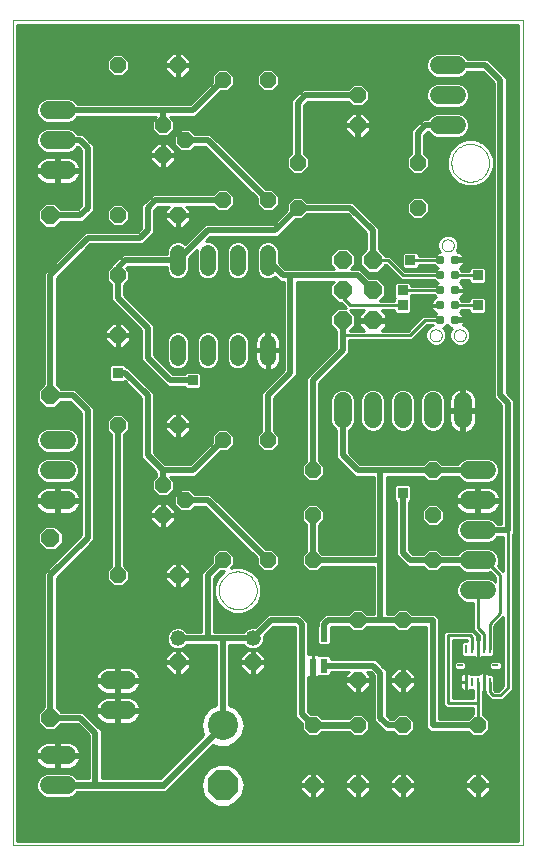
<source format=gtl>
G75*
G70*
%OFA0B0*%
%FSLAX24Y24*%
%IPPOS*%
%LPD*%
%AMOC8*
5,1,8,0,0,1.08239X$1,22.5*
%
%ADD10C,0.0000*%
%ADD11C,0.0600*%
%ADD12R,0.0217X0.0472*%
%ADD13C,0.1000*%
%ADD14OC8,0.1000*%
%ADD15OC8,0.0520*%
%ADD16C,0.0520*%
%ADD17C,0.0520*%
%ADD18OC8,0.0600*%
%ADD19C,0.0310*%
%ADD20R,0.0098X0.0315*%
%ADD21R,0.0197X0.0098*%
%ADD22C,0.0240*%
%ADD23C,0.0200*%
%ADD24C,0.0100*%
%ADD25R,0.0356X0.0356*%
D10*
X003003Y000151D02*
X003003Y027651D01*
X020003Y027651D01*
X019996Y000151D01*
X003003Y000151D01*
X009873Y008651D02*
X009875Y008701D01*
X009881Y008751D01*
X009891Y008800D01*
X009905Y008848D01*
X009922Y008895D01*
X009943Y008940D01*
X009968Y008984D01*
X009996Y009025D01*
X010028Y009064D01*
X010062Y009101D01*
X010099Y009135D01*
X010139Y009165D01*
X010181Y009192D01*
X010225Y009216D01*
X010271Y009237D01*
X010318Y009253D01*
X010366Y009266D01*
X010416Y009275D01*
X010465Y009280D01*
X010516Y009281D01*
X010566Y009278D01*
X010615Y009271D01*
X010664Y009260D01*
X010712Y009245D01*
X010758Y009227D01*
X010803Y009205D01*
X010846Y009179D01*
X010887Y009150D01*
X010926Y009118D01*
X010962Y009083D01*
X010994Y009045D01*
X011024Y009005D01*
X011051Y008962D01*
X011074Y008918D01*
X011093Y008872D01*
X011109Y008824D01*
X011121Y008775D01*
X011129Y008726D01*
X011133Y008676D01*
X011133Y008626D01*
X011129Y008576D01*
X011121Y008527D01*
X011109Y008478D01*
X011093Y008430D01*
X011074Y008384D01*
X011051Y008340D01*
X011024Y008297D01*
X010994Y008257D01*
X010962Y008219D01*
X010926Y008184D01*
X010887Y008152D01*
X010846Y008123D01*
X010803Y008097D01*
X010758Y008075D01*
X010712Y008057D01*
X010664Y008042D01*
X010615Y008031D01*
X010566Y008024D01*
X010516Y008021D01*
X010465Y008022D01*
X010416Y008027D01*
X010366Y008036D01*
X010318Y008049D01*
X010271Y008065D01*
X010225Y008086D01*
X010181Y008110D01*
X010139Y008137D01*
X010099Y008167D01*
X010062Y008201D01*
X010028Y008238D01*
X009996Y008277D01*
X009968Y008318D01*
X009943Y008362D01*
X009922Y008407D01*
X009905Y008454D01*
X009891Y008502D01*
X009881Y008551D01*
X009875Y008601D01*
X009873Y008651D01*
X016903Y017151D02*
X016905Y017179D01*
X016911Y017206D01*
X016920Y017232D01*
X016933Y017257D01*
X016950Y017280D01*
X016969Y017300D01*
X016991Y017317D01*
X017015Y017331D01*
X017041Y017341D01*
X017068Y017348D01*
X017096Y017351D01*
X017124Y017350D01*
X017151Y017345D01*
X017178Y017336D01*
X017203Y017324D01*
X017226Y017309D01*
X017247Y017290D01*
X017265Y017269D01*
X017280Y017245D01*
X017291Y017219D01*
X017299Y017193D01*
X017303Y017165D01*
X017303Y017137D01*
X017299Y017109D01*
X017291Y017083D01*
X017280Y017057D01*
X017265Y017033D01*
X017247Y017012D01*
X017226Y016993D01*
X017203Y016978D01*
X017178Y016966D01*
X017151Y016957D01*
X017124Y016952D01*
X017096Y016951D01*
X017068Y016954D01*
X017041Y016961D01*
X017015Y016971D01*
X016991Y016985D01*
X016969Y017002D01*
X016950Y017022D01*
X016933Y017045D01*
X016920Y017070D01*
X016911Y017096D01*
X016905Y017123D01*
X016903Y017151D01*
X017703Y017151D02*
X017705Y017179D01*
X017711Y017206D01*
X017720Y017232D01*
X017733Y017257D01*
X017750Y017280D01*
X017769Y017300D01*
X017791Y017317D01*
X017815Y017331D01*
X017841Y017341D01*
X017868Y017348D01*
X017896Y017351D01*
X017924Y017350D01*
X017951Y017345D01*
X017978Y017336D01*
X018003Y017324D01*
X018026Y017309D01*
X018047Y017290D01*
X018065Y017269D01*
X018080Y017245D01*
X018091Y017219D01*
X018099Y017193D01*
X018103Y017165D01*
X018103Y017137D01*
X018099Y017109D01*
X018091Y017083D01*
X018080Y017057D01*
X018065Y017033D01*
X018047Y017012D01*
X018026Y016993D01*
X018003Y016978D01*
X017978Y016966D01*
X017951Y016957D01*
X017924Y016952D01*
X017896Y016951D01*
X017868Y016954D01*
X017841Y016961D01*
X017815Y016971D01*
X017791Y016985D01*
X017769Y017002D01*
X017750Y017022D01*
X017733Y017045D01*
X017720Y017070D01*
X017711Y017096D01*
X017705Y017123D01*
X017703Y017151D01*
X017303Y020151D02*
X017305Y020179D01*
X017311Y020206D01*
X017320Y020232D01*
X017333Y020257D01*
X017350Y020280D01*
X017369Y020300D01*
X017391Y020317D01*
X017415Y020331D01*
X017441Y020341D01*
X017468Y020348D01*
X017496Y020351D01*
X017524Y020350D01*
X017551Y020345D01*
X017578Y020336D01*
X017603Y020324D01*
X017626Y020309D01*
X017647Y020290D01*
X017665Y020269D01*
X017680Y020245D01*
X017691Y020219D01*
X017699Y020193D01*
X017703Y020165D01*
X017703Y020137D01*
X017699Y020109D01*
X017691Y020083D01*
X017680Y020057D01*
X017665Y020033D01*
X017647Y020012D01*
X017626Y019993D01*
X017603Y019978D01*
X017578Y019966D01*
X017551Y019957D01*
X017524Y019952D01*
X017496Y019951D01*
X017468Y019954D01*
X017441Y019961D01*
X017415Y019971D01*
X017391Y019985D01*
X017369Y020002D01*
X017350Y020022D01*
X017333Y020045D01*
X017320Y020070D01*
X017311Y020096D01*
X017305Y020123D01*
X017303Y020151D01*
X017623Y022901D02*
X017625Y022951D01*
X017631Y023001D01*
X017641Y023050D01*
X017655Y023098D01*
X017672Y023145D01*
X017693Y023190D01*
X017718Y023234D01*
X017746Y023275D01*
X017778Y023314D01*
X017812Y023351D01*
X017849Y023385D01*
X017889Y023415D01*
X017931Y023442D01*
X017975Y023466D01*
X018021Y023487D01*
X018068Y023503D01*
X018116Y023516D01*
X018166Y023525D01*
X018215Y023530D01*
X018266Y023531D01*
X018316Y023528D01*
X018365Y023521D01*
X018414Y023510D01*
X018462Y023495D01*
X018508Y023477D01*
X018553Y023455D01*
X018596Y023429D01*
X018637Y023400D01*
X018676Y023368D01*
X018712Y023333D01*
X018744Y023295D01*
X018774Y023255D01*
X018801Y023212D01*
X018824Y023168D01*
X018843Y023122D01*
X018859Y023074D01*
X018871Y023025D01*
X018879Y022976D01*
X018883Y022926D01*
X018883Y022876D01*
X018879Y022826D01*
X018871Y022777D01*
X018859Y022728D01*
X018843Y022680D01*
X018824Y022634D01*
X018801Y022590D01*
X018774Y022547D01*
X018744Y022507D01*
X018712Y022469D01*
X018676Y022434D01*
X018637Y022402D01*
X018596Y022373D01*
X018553Y022347D01*
X018508Y022325D01*
X018462Y022307D01*
X018414Y022292D01*
X018365Y022281D01*
X018316Y022274D01*
X018266Y022271D01*
X018215Y022272D01*
X018166Y022277D01*
X018116Y022286D01*
X018068Y022299D01*
X018021Y022315D01*
X017975Y022336D01*
X017931Y022360D01*
X017889Y022387D01*
X017849Y022417D01*
X017812Y022451D01*
X017778Y022488D01*
X017746Y022527D01*
X017718Y022568D01*
X017693Y022612D01*
X017672Y022657D01*
X017655Y022704D01*
X017641Y022752D01*
X017631Y022801D01*
X017625Y022851D01*
X017623Y022901D01*
D11*
X017803Y024151D02*
X017203Y024151D01*
X017203Y025151D02*
X017803Y025151D01*
X017803Y026151D02*
X017203Y026151D01*
X017003Y014951D02*
X017003Y014351D01*
X016003Y014351D02*
X016003Y014951D01*
X015003Y014951D02*
X015003Y014351D01*
X014003Y014351D02*
X014003Y014951D01*
X018003Y014951D02*
X018003Y014351D01*
X018203Y012651D02*
X018803Y012651D01*
X018803Y011651D02*
X018203Y011651D01*
X018203Y010651D02*
X018803Y010651D01*
X018803Y009651D02*
X018203Y009651D01*
X018203Y008651D02*
X018803Y008651D01*
X006803Y005651D02*
X006203Y005651D01*
X006203Y004651D02*
X006803Y004651D01*
X004803Y003151D02*
X004203Y003151D01*
X004203Y002151D02*
X004803Y002151D01*
X004803Y011651D02*
X004203Y011651D01*
X004203Y012651D02*
X004803Y012651D01*
X004803Y013651D02*
X004203Y013651D01*
X004203Y022651D02*
X004803Y022651D01*
X004803Y023651D02*
X004203Y023651D01*
X004203Y024651D02*
X004803Y024651D01*
D12*
X012629Y007163D03*
X012629Y006139D03*
X013003Y006139D03*
X013377Y006139D03*
X013377Y007163D03*
D13*
X010003Y004151D03*
D14*
X010003Y002151D03*
D15*
X013003Y002151D03*
X014503Y002151D03*
X014503Y004151D03*
X014503Y005651D03*
X014503Y007651D03*
X013003Y009651D03*
X013003Y011151D03*
X013003Y012651D03*
X011503Y013651D03*
X010003Y013651D03*
X008503Y014151D03*
X008003Y012151D03*
X008003Y011151D03*
X008753Y011651D03*
X010003Y009651D03*
X008503Y009151D03*
X006503Y009151D03*
X008503Y006251D03*
X011003Y006251D03*
X013003Y004151D03*
X016003Y004151D03*
X016003Y005651D03*
X016003Y007651D03*
X017003Y009651D03*
X017003Y011151D03*
X017003Y012651D03*
X011503Y009651D03*
X006503Y014151D03*
X006503Y017151D03*
X006503Y019151D03*
X006503Y021151D03*
X008003Y023151D03*
X008003Y024151D03*
X008753Y023651D03*
X010003Y025651D03*
X008503Y026151D03*
X006503Y026151D03*
X010003Y021651D03*
X008503Y021151D03*
X011503Y021651D03*
X012503Y021401D03*
X012503Y022901D03*
X014503Y024151D03*
X014503Y025151D03*
X016503Y022901D03*
X016503Y021401D03*
X011503Y025651D03*
X018503Y004151D03*
X018503Y002151D03*
X016003Y002151D03*
D16*
X011003Y007051D03*
X008503Y007051D03*
D17*
X008503Y016391D02*
X008503Y016911D01*
X009503Y016911D02*
X009503Y016391D01*
X010503Y016391D02*
X010503Y016911D01*
X011503Y016911D02*
X011503Y016391D01*
X011503Y019391D02*
X011503Y019911D01*
X010503Y019911D02*
X010503Y019391D01*
X009503Y019391D02*
X009503Y019911D01*
X008503Y019911D02*
X008503Y019391D01*
D18*
X004253Y021151D03*
X004253Y015151D03*
X004253Y010401D03*
X004253Y004401D03*
X014003Y017651D03*
X014003Y018651D03*
X014003Y019651D03*
X015003Y019651D03*
X015003Y018651D03*
X015003Y017651D03*
D19*
X017253Y017651D03*
X017253Y018151D03*
X017253Y018651D03*
X017253Y019151D03*
X017253Y019651D03*
X017753Y019651D03*
X017753Y019151D03*
X017753Y018651D03*
X017753Y018151D03*
X017753Y017651D03*
D20*
X018110Y006693D03*
X018307Y006693D03*
X018503Y006693D03*
X018700Y006693D03*
X018897Y006693D03*
X018897Y005610D03*
X018700Y005610D03*
X018503Y005610D03*
X018307Y005610D03*
X018110Y005610D03*
D21*
X017913Y006151D03*
X019094Y006151D03*
D22*
X014503Y004151D02*
X013003Y004151D01*
X010003Y004151D02*
X008003Y002151D01*
X005753Y002151D01*
X004503Y002151D01*
D23*
X005753Y002151D02*
X005753Y003901D01*
X005253Y004401D01*
X004253Y004401D01*
X004253Y009151D01*
X005503Y010401D01*
X005503Y014651D01*
X005003Y015151D01*
X004253Y015151D01*
X004253Y019151D01*
X005503Y020401D01*
X007253Y020401D01*
X007503Y020651D01*
X007503Y021401D01*
X007753Y021651D01*
X010003Y021651D01*
X009503Y020651D02*
X011753Y020651D01*
X012503Y021401D01*
X014253Y021401D01*
X015003Y020651D01*
X015003Y019651D01*
X014503Y019151D02*
X015003Y018651D01*
X014503Y019151D02*
X012253Y019151D01*
X012253Y015901D01*
X011503Y015151D01*
X011503Y013651D01*
X013003Y012651D02*
X013003Y015651D01*
X014003Y016651D01*
X014003Y017151D01*
X014003Y017651D01*
X012253Y019151D02*
X012003Y019151D01*
X011503Y019651D01*
X010753Y018151D02*
X008003Y018151D01*
X007503Y017401D02*
X006503Y018401D01*
X006503Y019151D01*
X006503Y019401D01*
X006753Y019651D01*
X008503Y019651D01*
X009503Y020651D01*
X010753Y018151D02*
X011503Y017401D01*
X011503Y016651D01*
X010003Y013651D02*
X009003Y012651D01*
X008003Y012651D01*
X007503Y013151D01*
X007503Y015151D01*
X006753Y015901D01*
X006503Y015901D01*
X007503Y016401D02*
X007503Y017401D01*
X007503Y016401D02*
X008253Y015651D01*
X009003Y015651D01*
X008003Y012651D02*
X008003Y012151D01*
X008753Y011651D02*
X009503Y011651D01*
X011503Y009651D01*
X013003Y009651D02*
X015253Y009651D01*
X015253Y012651D01*
X017003Y012651D01*
X018503Y012651D01*
X018503Y010651D02*
X019503Y010651D01*
X019503Y014901D01*
X019253Y015151D01*
X019253Y025651D01*
X018753Y026151D01*
X017503Y026151D01*
X017503Y024151D02*
X016753Y024151D01*
X016503Y023901D01*
X016503Y022901D01*
X017253Y021901D02*
X018503Y020651D01*
X018503Y019651D01*
X017753Y019651D01*
X017753Y017651D02*
X018503Y017651D01*
X018503Y015651D01*
X018003Y015651D01*
X018003Y014651D01*
X016003Y011901D02*
X016003Y009901D01*
X016253Y009651D01*
X017003Y009651D01*
X018503Y009651D01*
X017003Y007651D02*
X017003Y004151D01*
X018503Y004151D01*
X016003Y004151D02*
X015503Y004151D01*
X015253Y004401D01*
X015253Y005901D01*
X015015Y006139D01*
X013377Y006139D01*
X013003Y006139D02*
X013003Y005651D01*
X014503Y005651D01*
X013377Y007163D02*
X013377Y007525D01*
X013503Y007651D01*
X014503Y007651D01*
X015253Y007651D01*
X015253Y009651D01*
X015253Y007651D02*
X016003Y007651D01*
X017003Y007651D01*
X015253Y012651D02*
X014503Y012651D01*
X014003Y013151D01*
X014003Y014651D01*
X013003Y011151D02*
X013003Y009651D01*
X012503Y007651D02*
X011603Y007651D01*
X011003Y007051D01*
X010003Y007051D01*
X009503Y007051D01*
X009503Y009151D01*
X010003Y009651D01*
X010003Y007051D02*
X010003Y004151D01*
X009503Y007051D02*
X008503Y007051D01*
X006503Y009151D02*
X006503Y014151D01*
X011115Y007163D02*
X011003Y007051D01*
X012503Y007651D02*
X012629Y007525D01*
X012629Y007163D01*
X012629Y006139D01*
X012629Y004525D01*
X013003Y004151D01*
X005253Y021151D02*
X004253Y021151D01*
X005253Y021151D02*
X005503Y021401D01*
X005503Y023401D01*
X005253Y023651D01*
X004503Y023651D01*
X004503Y024651D02*
X008003Y024651D01*
X008003Y024151D01*
X008003Y024651D02*
X009003Y024651D01*
X010003Y025651D01*
X009503Y023651D02*
X008753Y023651D01*
X009503Y023651D02*
X011503Y021651D01*
X012503Y022901D02*
X012503Y024901D01*
X012753Y025151D01*
X014503Y025151D01*
X014503Y024151D02*
X014503Y022401D01*
X015003Y021901D01*
X017253Y021901D01*
D24*
X016873Y021554D02*
X016873Y021248D01*
X016657Y021031D01*
X016350Y021031D01*
X016133Y021248D01*
X016133Y021554D01*
X016350Y021771D01*
X016657Y021771D01*
X016873Y021554D01*
X016873Y021535D02*
X019043Y021535D01*
X019043Y021437D02*
X016873Y021437D01*
X016873Y021338D02*
X019043Y021338D01*
X019043Y021239D02*
X016865Y021239D01*
X016766Y021141D02*
X019043Y021141D01*
X019043Y021042D02*
X016668Y021042D01*
X016339Y021042D02*
X014909Y021042D01*
X015008Y020944D02*
X019043Y020944D01*
X019043Y020845D02*
X015106Y020845D01*
X015090Y020861D02*
X014340Y021611D01*
X014166Y021611D01*
X012817Y021611D01*
X012657Y021771D01*
X012350Y021771D01*
X012133Y021554D01*
X012133Y021328D01*
X011666Y020861D01*
X009416Y020861D01*
X009293Y020738D01*
X008747Y020191D01*
X008713Y020225D01*
X008577Y020281D01*
X008430Y020281D01*
X008294Y020225D01*
X008190Y020121D01*
X008133Y019985D01*
X008133Y019861D01*
X006666Y019861D01*
X006543Y019738D01*
X006293Y019488D01*
X006293Y019464D01*
X006133Y019304D01*
X006133Y018998D01*
X006293Y018838D01*
X006293Y018314D01*
X006416Y018191D01*
X007293Y017314D01*
X007293Y016314D01*
X007416Y016191D01*
X008166Y015441D01*
X008340Y015441D01*
X008715Y015441D01*
X008715Y015427D01*
X008780Y015363D01*
X009227Y015363D01*
X009292Y015427D01*
X009292Y015875D01*
X009227Y015939D01*
X008780Y015939D01*
X008715Y015875D01*
X008715Y015861D01*
X008340Y015861D01*
X007713Y016488D01*
X007713Y017314D01*
X007713Y017488D01*
X006713Y018488D01*
X006713Y018838D01*
X006873Y018998D01*
X006873Y019304D01*
X006789Y019389D01*
X006840Y019441D01*
X008133Y019441D01*
X008133Y019318D01*
X008190Y019182D01*
X008294Y019078D01*
X008430Y019021D01*
X008577Y019021D01*
X008713Y019078D01*
X008817Y019182D01*
X008873Y019318D01*
X008873Y019724D01*
X009133Y019984D01*
X009133Y019318D01*
X009190Y019182D01*
X009294Y019078D01*
X009430Y019021D01*
X009577Y019021D01*
X009713Y019078D01*
X009817Y019182D01*
X009873Y019318D01*
X009873Y019985D01*
X009817Y020121D01*
X009713Y020225D01*
X009577Y020281D01*
X009430Y020281D01*
X009590Y020441D01*
X011666Y020441D01*
X011840Y020441D01*
X012430Y021031D01*
X012657Y021031D01*
X012817Y021191D01*
X014166Y021191D01*
X014793Y020564D01*
X014793Y020021D01*
X014593Y019821D01*
X014593Y019481D01*
X014834Y019241D01*
X015173Y019241D01*
X015413Y019481D01*
X015413Y019491D01*
X015437Y019491D01*
X015843Y019085D01*
X015937Y018991D01*
X017039Y018991D01*
X017103Y018927D01*
X017165Y018901D01*
X017103Y018876D01*
X017039Y018811D01*
X016292Y018811D01*
X016292Y018875D01*
X016227Y018939D01*
X015780Y018939D01*
X015715Y018875D01*
X015715Y018427D01*
X015742Y018401D01*
X015715Y018375D01*
X015715Y018311D01*
X015243Y018311D01*
X015413Y018481D01*
X015413Y018821D01*
X015173Y019061D01*
X014890Y019061D01*
X014713Y019238D01*
X014590Y019361D01*
X014293Y019361D01*
X014413Y019481D01*
X014413Y019821D01*
X014173Y020061D01*
X013834Y020061D01*
X013593Y019821D01*
X013593Y019481D01*
X013714Y019361D01*
X012340Y019361D01*
X012166Y019361D01*
X012090Y019361D01*
X011873Y019578D01*
X011873Y019985D01*
X011817Y020121D01*
X011713Y020225D01*
X011577Y020281D01*
X011430Y020281D01*
X011294Y020225D01*
X011190Y020121D01*
X011133Y019985D01*
X011133Y019318D01*
X011190Y019182D01*
X011294Y019078D01*
X011430Y019021D01*
X011577Y019021D01*
X011713Y019078D01*
X011747Y019111D01*
X011916Y018941D01*
X012043Y018941D01*
X012043Y015988D01*
X011293Y015238D01*
X011293Y015064D01*
X011293Y013964D01*
X011133Y013804D01*
X011133Y013498D01*
X011350Y013281D01*
X011657Y013281D01*
X011873Y013498D01*
X011873Y013804D01*
X011713Y013964D01*
X011713Y015064D01*
X012340Y015691D01*
X012463Y015814D01*
X012463Y018941D01*
X013714Y018941D01*
X013593Y018821D01*
X013593Y018481D01*
X013834Y018241D01*
X013937Y018241D01*
X014093Y018085D01*
X014117Y018061D01*
X013834Y018061D01*
X013593Y017821D01*
X013593Y017481D01*
X013793Y017281D01*
X013793Y017238D01*
X013793Y016738D01*
X012793Y015738D01*
X012793Y015564D01*
X012793Y012964D01*
X012633Y012804D01*
X012633Y012498D01*
X012850Y012281D01*
X013157Y012281D01*
X013373Y012498D01*
X013373Y012804D01*
X013213Y012964D01*
X013213Y015564D01*
X014090Y016441D01*
X014213Y016564D01*
X014213Y016991D01*
X016320Y016991D01*
X016413Y017085D01*
X016820Y017491D01*
X017010Y017491D01*
X016905Y017448D01*
X016807Y017349D01*
X016753Y017221D01*
X016753Y017082D01*
X016807Y016953D01*
X016905Y016854D01*
X017034Y016801D01*
X017173Y016801D01*
X017302Y016854D01*
X017400Y016953D01*
X017453Y017082D01*
X017453Y017221D01*
X017400Y017349D01*
X017347Y017403D01*
X017404Y017427D01*
X017478Y017501D01*
X017482Y017510D01*
X017483Y017507D01*
X017517Y017457D01*
X017559Y017414D01*
X017609Y017381D01*
X017630Y017372D01*
X017607Y017349D01*
X017553Y017221D01*
X017553Y017082D01*
X017607Y016953D01*
X017705Y016854D01*
X017834Y016801D01*
X017973Y016801D01*
X018102Y016854D01*
X018200Y016953D01*
X018253Y017082D01*
X018253Y017221D01*
X018200Y017349D01*
X018102Y017448D01*
X018010Y017486D01*
X018024Y017507D01*
X018047Y017562D01*
X018058Y017621D01*
X018058Y017624D01*
X017797Y017624D01*
X017803Y017630D01*
X017803Y017679D01*
X018058Y017679D01*
X018058Y017681D01*
X018047Y017740D01*
X018024Y017796D01*
X017990Y017846D01*
X017948Y017888D01*
X017898Y017921D01*
X017895Y017923D01*
X017904Y017927D01*
X017968Y017991D01*
X018215Y017991D01*
X018215Y017927D01*
X018280Y017863D01*
X018727Y017863D01*
X018792Y017927D01*
X018792Y018375D01*
X018727Y018439D01*
X018280Y018439D01*
X018215Y018375D01*
X018215Y018311D01*
X017968Y018311D01*
X017904Y018376D01*
X017895Y018380D01*
X017898Y018381D01*
X017948Y018414D01*
X017990Y018457D01*
X018024Y018507D01*
X018047Y018562D01*
X018058Y018621D01*
X018058Y018624D01*
X017803Y018624D01*
X017803Y018679D01*
X018058Y018679D01*
X018058Y018681D01*
X018047Y018740D01*
X018024Y018796D01*
X017990Y018846D01*
X017948Y018888D01*
X017898Y018921D01*
X017895Y018923D01*
X017904Y018927D01*
X017968Y018991D01*
X018215Y018991D01*
X018215Y018927D01*
X018280Y018863D01*
X018727Y018863D01*
X018792Y018927D01*
X018792Y019375D01*
X018727Y019439D01*
X018280Y019439D01*
X018215Y019375D01*
X018215Y019311D01*
X017968Y019311D01*
X017904Y019376D01*
X017895Y019380D01*
X017898Y019381D01*
X017948Y019414D01*
X017990Y019457D01*
X018024Y019507D01*
X018047Y019562D01*
X018058Y019621D01*
X018058Y019624D01*
X017803Y019624D01*
X017803Y019672D01*
X017797Y019679D01*
X018058Y019679D01*
X018058Y019681D01*
X018047Y019740D01*
X018024Y019796D01*
X017990Y019846D01*
X017948Y019888D01*
X017898Y019921D01*
X017842Y019944D01*
X017800Y019953D01*
X017853Y020082D01*
X017853Y020221D01*
X017800Y020349D01*
X017702Y020448D01*
X017573Y020501D01*
X017434Y020501D01*
X017305Y020448D01*
X017207Y020349D01*
X017153Y020221D01*
X017153Y020082D01*
X017207Y019953D01*
X017244Y019916D01*
X017201Y019916D01*
X017103Y019876D01*
X017039Y019811D01*
X016542Y019811D01*
X016542Y019875D01*
X016477Y019939D01*
X016030Y019939D01*
X015965Y019875D01*
X015965Y019427D01*
X016030Y019363D01*
X016477Y019363D01*
X016542Y019427D01*
X016542Y019491D01*
X017039Y019491D01*
X017103Y019427D01*
X017165Y019401D01*
X017103Y019376D01*
X017039Y019311D01*
X016070Y019311D01*
X015570Y019811D01*
X015437Y019811D01*
X015413Y019811D01*
X015413Y019821D01*
X015213Y020021D01*
X015213Y020738D01*
X015090Y020861D01*
X015205Y020747D02*
X019043Y020747D01*
X019043Y020648D02*
X015213Y020648D01*
X015213Y020550D02*
X019043Y020550D01*
X019043Y020451D02*
X017694Y020451D01*
X017797Y020353D02*
X019043Y020353D01*
X019043Y020254D02*
X017840Y020254D01*
X017853Y020155D02*
X019043Y020155D01*
X019043Y020057D02*
X017843Y020057D01*
X017802Y019958D02*
X019043Y019958D01*
X019043Y019860D02*
X017976Y019860D01*
X018038Y019761D02*
X019043Y019761D01*
X019043Y019663D02*
X017803Y019663D01*
X018047Y019564D02*
X019043Y019564D01*
X019043Y019466D02*
X017996Y019466D01*
X017912Y019367D02*
X018215Y019367D01*
X018503Y019151D02*
X017753Y019151D01*
X017950Y018973D02*
X018215Y018973D01*
X018268Y018874D02*
X017962Y018874D01*
X018032Y018776D02*
X019043Y018776D01*
X019043Y018874D02*
X018738Y018874D01*
X018792Y018973D02*
X019043Y018973D01*
X019043Y019071D02*
X018792Y019071D01*
X018792Y019170D02*
X019043Y019170D01*
X019043Y019269D02*
X018792Y019269D01*
X018792Y019367D02*
X019043Y019367D01*
X019463Y019367D02*
X019851Y019367D01*
X019851Y019269D02*
X019463Y019269D01*
X019463Y019170D02*
X019851Y019170D01*
X019851Y019071D02*
X019463Y019071D01*
X019463Y018973D02*
X019851Y018973D01*
X019851Y018874D02*
X019463Y018874D01*
X019463Y018776D02*
X019851Y018776D01*
X019851Y018677D02*
X019463Y018677D01*
X019463Y018579D02*
X019851Y018579D01*
X019851Y018480D02*
X019463Y018480D01*
X019463Y018382D02*
X019851Y018382D01*
X019851Y018283D02*
X019463Y018283D01*
X019463Y018185D02*
X019851Y018185D01*
X019851Y018086D02*
X019463Y018086D01*
X019463Y017988D02*
X019851Y017988D01*
X019851Y017889D02*
X019463Y017889D01*
X019463Y017790D02*
X019851Y017790D01*
X019851Y017692D02*
X019463Y017692D01*
X019463Y017593D02*
X019851Y017593D01*
X019851Y017495D02*
X019463Y017495D01*
X019463Y017396D02*
X019851Y017396D01*
X019851Y017298D02*
X019463Y017298D01*
X019463Y017199D02*
X019851Y017199D01*
X019850Y017101D02*
X019463Y017101D01*
X019463Y017002D02*
X019850Y017002D01*
X019850Y016904D02*
X019463Y016904D01*
X019463Y016805D02*
X019850Y016805D01*
X019850Y016706D02*
X019463Y016706D01*
X019463Y016608D02*
X019850Y016608D01*
X019850Y016509D02*
X019463Y016509D01*
X019463Y016411D02*
X019850Y016411D01*
X019850Y016312D02*
X019463Y016312D01*
X019463Y016214D02*
X019850Y016214D01*
X019850Y016115D02*
X019463Y016115D01*
X019463Y016017D02*
X019850Y016017D01*
X019850Y015918D02*
X019463Y015918D01*
X019463Y015820D02*
X019850Y015820D01*
X019850Y015721D02*
X019463Y015721D01*
X019463Y015622D02*
X019850Y015622D01*
X019850Y015524D02*
X019463Y015524D01*
X019463Y015425D02*
X019850Y015425D01*
X019850Y015327D02*
X019463Y015327D01*
X019463Y015238D02*
X019463Y025738D01*
X019340Y025861D01*
X018840Y026361D01*
X018666Y026361D01*
X018160Y026361D01*
X018151Y026383D01*
X018036Y026499D01*
X017885Y026561D01*
X017122Y026561D01*
X016971Y026499D01*
X016856Y026383D01*
X016793Y026233D01*
X016793Y026070D01*
X016856Y025919D01*
X016971Y025804D01*
X017122Y025741D01*
X017885Y025741D01*
X018036Y025804D01*
X018151Y025919D01*
X018160Y025941D01*
X018666Y025941D01*
X019043Y025564D01*
X019043Y015064D01*
X019166Y014941D01*
X019293Y014814D01*
X019293Y010861D01*
X019160Y010861D01*
X019151Y010883D01*
X019036Y010999D01*
X018885Y011061D01*
X018122Y011061D01*
X017971Y010999D01*
X017856Y010883D01*
X017793Y010733D01*
X017793Y010570D01*
X017856Y010419D01*
X017971Y010304D01*
X018122Y010241D01*
X018885Y010241D01*
X019036Y010304D01*
X019151Y010419D01*
X019160Y010441D01*
X019343Y010441D01*
X019343Y009287D01*
X019169Y009462D01*
X019213Y009570D01*
X019213Y009733D01*
X019151Y009883D01*
X019036Y009999D01*
X018885Y010061D01*
X018122Y010061D01*
X017971Y009999D01*
X017856Y009883D01*
X017847Y009861D01*
X017317Y009861D01*
X017157Y010021D01*
X016850Y010021D01*
X016690Y009861D01*
X016340Y009861D01*
X016213Y009988D01*
X016213Y011613D01*
X016227Y011613D01*
X016292Y011677D01*
X016292Y012125D01*
X016227Y012189D01*
X015780Y012189D01*
X015715Y012125D01*
X015715Y011677D01*
X015780Y011613D01*
X015793Y011613D01*
X015793Y009814D01*
X015916Y009691D01*
X016166Y009441D01*
X016340Y009441D01*
X016690Y009441D01*
X016850Y009281D01*
X017157Y009281D01*
X017317Y009441D01*
X017847Y009441D01*
X017856Y009419D01*
X017971Y009304D01*
X018122Y009241D01*
X018885Y009241D01*
X018922Y009256D01*
X019093Y009085D01*
X019093Y008941D01*
X019036Y008999D01*
X018885Y009061D01*
X018122Y009061D01*
X017971Y008999D01*
X017856Y008883D01*
X017793Y008733D01*
X017793Y008570D01*
X017856Y008419D01*
X017971Y008304D01*
X018122Y008241D01*
X018343Y008241D01*
X018343Y007335D01*
X018437Y007241D01*
X018437Y007241D01*
X018540Y007138D01*
X018540Y007000D01*
X018504Y007000D01*
X018504Y006693D01*
X018503Y006693D01*
X018503Y007000D01*
X018467Y007000D01*
X018467Y007032D01*
X018467Y007164D01*
X018413Y007217D01*
X018320Y007311D01*
X017437Y007311D01*
X017343Y007217D01*
X017343Y007085D01*
X017343Y004967D01*
X017343Y004835D01*
X017437Y004741D01*
X018343Y004741D01*
X018343Y004514D01*
X018190Y004361D01*
X017213Y004361D01*
X017213Y007738D01*
X017090Y007861D01*
X016916Y007861D01*
X016317Y007861D01*
X016157Y008021D01*
X015850Y008021D01*
X015690Y007861D01*
X015463Y007861D01*
X015463Y009564D01*
X015463Y012441D01*
X016690Y012441D01*
X016850Y012281D01*
X017157Y012281D01*
X017317Y012441D01*
X017847Y012441D01*
X017856Y012419D01*
X017971Y012304D01*
X018122Y012241D01*
X018885Y012241D01*
X019036Y012304D01*
X019151Y012419D01*
X019213Y012570D01*
X019213Y012733D01*
X019151Y012883D01*
X019036Y012999D01*
X018885Y013061D01*
X018122Y013061D01*
X017971Y012999D01*
X017856Y012883D01*
X017847Y012861D01*
X017317Y012861D01*
X017157Y013021D01*
X016850Y013021D01*
X016690Y012861D01*
X015340Y012861D01*
X015166Y012861D01*
X014590Y012861D01*
X014213Y013238D01*
X014213Y013994D01*
X014236Y014004D01*
X014351Y014119D01*
X014413Y014270D01*
X014413Y015033D01*
X014351Y015183D01*
X014236Y015299D01*
X014085Y015361D01*
X013922Y015361D01*
X013771Y015299D01*
X013656Y015183D01*
X013593Y015033D01*
X013593Y014270D01*
X013656Y014119D01*
X013771Y014004D01*
X013793Y013994D01*
X013793Y013238D01*
X013793Y013064D01*
X014293Y012564D01*
X014416Y012441D01*
X015043Y012441D01*
X015043Y009861D01*
X013317Y009861D01*
X013213Y009964D01*
X013213Y010838D01*
X013373Y010998D01*
X013373Y011304D01*
X013157Y011521D01*
X012850Y011521D01*
X012633Y011304D01*
X012633Y010998D01*
X012793Y010838D01*
X012793Y009964D01*
X012633Y009804D01*
X012633Y009498D01*
X012850Y009281D01*
X013157Y009281D01*
X013317Y009441D01*
X015043Y009441D01*
X015043Y007861D01*
X014817Y007861D01*
X014657Y008021D01*
X014350Y008021D01*
X014190Y007861D01*
X013416Y007861D01*
X013293Y007738D01*
X013167Y007612D01*
X013167Y007453D01*
X013159Y007445D01*
X013159Y006881D01*
X013224Y006817D01*
X013531Y006817D01*
X013596Y006881D01*
X013596Y007441D01*
X014190Y007441D01*
X014350Y007281D01*
X014657Y007281D01*
X014817Y007441D01*
X015166Y007441D01*
X015340Y007441D01*
X015690Y007441D01*
X015850Y007281D01*
X016157Y007281D01*
X016317Y007441D01*
X016793Y007441D01*
X016793Y004238D01*
X016793Y004064D01*
X016916Y003941D01*
X018190Y003941D01*
X018350Y003781D01*
X018657Y003781D01*
X018873Y003998D01*
X018873Y004304D01*
X018663Y004514D01*
X018663Y004835D01*
X018663Y005302D01*
X018700Y005302D01*
X018700Y005609D01*
X018700Y005609D01*
X018700Y005302D01*
X018737Y005302D01*
X018737Y005191D01*
X018843Y005085D01*
X018937Y004991D01*
X019187Y004991D01*
X019320Y004991D01*
X019570Y005241D01*
X019663Y005335D01*
X019663Y010514D01*
X019713Y010564D01*
X019713Y010738D01*
X019713Y014814D01*
X019713Y014988D01*
X019463Y015238D01*
X019473Y015228D02*
X019850Y015228D01*
X019850Y015130D02*
X019572Y015130D01*
X019670Y015031D02*
X019850Y015031D01*
X019850Y014933D02*
X019713Y014933D01*
X019713Y014834D02*
X019850Y014834D01*
X019850Y014736D02*
X019713Y014736D01*
X019713Y014637D02*
X019850Y014637D01*
X019850Y014539D02*
X019713Y014539D01*
X019713Y014440D02*
X019850Y014440D01*
X019850Y014341D02*
X019713Y014341D01*
X019713Y014243D02*
X019850Y014243D01*
X019850Y014144D02*
X019713Y014144D01*
X019713Y014046D02*
X019850Y014046D01*
X019850Y013947D02*
X019713Y013947D01*
X019713Y013849D02*
X019850Y013849D01*
X019850Y013750D02*
X019713Y013750D01*
X019713Y013652D02*
X019849Y013652D01*
X019849Y013553D02*
X019713Y013553D01*
X019713Y013455D02*
X019849Y013455D01*
X019849Y013356D02*
X019713Y013356D01*
X019713Y013257D02*
X019849Y013257D01*
X019849Y013159D02*
X019713Y013159D01*
X019713Y013060D02*
X019849Y013060D01*
X019849Y012962D02*
X019713Y012962D01*
X019713Y012863D02*
X019849Y012863D01*
X019849Y012765D02*
X019713Y012765D01*
X019713Y012666D02*
X019849Y012666D01*
X019849Y012568D02*
X019713Y012568D01*
X019713Y012469D02*
X019849Y012469D01*
X019849Y012371D02*
X019713Y012371D01*
X019713Y012272D02*
X019849Y012272D01*
X019849Y012173D02*
X019713Y012173D01*
X019713Y012075D02*
X019849Y012075D01*
X019849Y011976D02*
X019713Y011976D01*
X019713Y011878D02*
X019849Y011878D01*
X019849Y011779D02*
X019713Y011779D01*
X019713Y011681D02*
X019849Y011681D01*
X019849Y011582D02*
X019713Y011582D01*
X019713Y011484D02*
X019849Y011484D01*
X019849Y011385D02*
X019713Y011385D01*
X019713Y011287D02*
X019849Y011287D01*
X019849Y011188D02*
X019713Y011188D01*
X019713Y011089D02*
X019849Y011089D01*
X019849Y010991D02*
X019713Y010991D01*
X019713Y010892D02*
X019849Y010892D01*
X019849Y010794D02*
X019713Y010794D01*
X019713Y010695D02*
X019849Y010695D01*
X019849Y010597D02*
X019713Y010597D01*
X019663Y010498D02*
X019849Y010498D01*
X019849Y010400D02*
X019663Y010400D01*
X019663Y010301D02*
X019849Y010301D01*
X019849Y010203D02*
X019663Y010203D01*
X019663Y010104D02*
X019848Y010104D01*
X019848Y010006D02*
X019663Y010006D01*
X019663Y009907D02*
X019848Y009907D01*
X019848Y009808D02*
X019663Y009808D01*
X019663Y009710D02*
X019848Y009710D01*
X019848Y009611D02*
X019663Y009611D01*
X019663Y009513D02*
X019848Y009513D01*
X019848Y009414D02*
X019663Y009414D01*
X019663Y009316D02*
X019848Y009316D01*
X019848Y009217D02*
X019663Y009217D01*
X019663Y009119D02*
X019848Y009119D01*
X019848Y009020D02*
X019663Y009020D01*
X019663Y008922D02*
X019848Y008922D01*
X019848Y008823D02*
X019663Y008823D01*
X019663Y008724D02*
X019848Y008724D01*
X019848Y008626D02*
X019663Y008626D01*
X019663Y008527D02*
X019848Y008527D01*
X019848Y008429D02*
X019663Y008429D01*
X019663Y008330D02*
X019848Y008330D01*
X019848Y008232D02*
X019663Y008232D01*
X019663Y008133D02*
X019848Y008133D01*
X019848Y008035D02*
X019663Y008035D01*
X019663Y007936D02*
X019848Y007936D01*
X019848Y007838D02*
X019663Y007838D01*
X019663Y007739D02*
X019848Y007739D01*
X019848Y007640D02*
X019663Y007640D01*
X019663Y007542D02*
X019848Y007542D01*
X019848Y007443D02*
X019663Y007443D01*
X019663Y007345D02*
X019848Y007345D01*
X019848Y007246D02*
X019663Y007246D01*
X019663Y007148D02*
X019848Y007148D01*
X019848Y007049D02*
X019663Y007049D01*
X019663Y006951D02*
X019848Y006951D01*
X019848Y006852D02*
X019663Y006852D01*
X019663Y006754D02*
X019848Y006754D01*
X019848Y006655D02*
X019663Y006655D01*
X019663Y006556D02*
X019847Y006556D01*
X019847Y006458D02*
X019663Y006458D01*
X019663Y006359D02*
X019847Y006359D01*
X019847Y006261D02*
X019663Y006261D01*
X019663Y006162D02*
X019847Y006162D01*
X019847Y006064D02*
X019663Y006064D01*
X019663Y005965D02*
X019847Y005965D01*
X019847Y005867D02*
X019663Y005867D01*
X019663Y005768D02*
X019847Y005768D01*
X019847Y005670D02*
X019663Y005670D01*
X019663Y005571D02*
X019847Y005571D01*
X019847Y005473D02*
X019663Y005473D01*
X019663Y005374D02*
X019847Y005374D01*
X019847Y005275D02*
X019604Y005275D01*
X019505Y005177D02*
X019847Y005177D01*
X019847Y005078D02*
X019407Y005078D01*
X019253Y005151D02*
X019503Y005401D01*
X019503Y010651D01*
X019343Y010400D02*
X019132Y010400D01*
X019030Y010301D02*
X019343Y010301D01*
X019343Y010203D02*
X016213Y010203D01*
X016213Y010301D02*
X017977Y010301D01*
X017875Y010400D02*
X016213Y010400D01*
X016213Y010498D02*
X017823Y010498D01*
X017793Y010597D02*
X016213Y010597D01*
X016213Y010695D02*
X017793Y010695D01*
X017819Y010794D02*
X017169Y010794D01*
X017157Y010781D02*
X017373Y010998D01*
X017373Y011304D01*
X017157Y011521D01*
X016850Y011521D01*
X016633Y011304D01*
X016633Y010998D01*
X016850Y010781D01*
X017157Y010781D01*
X017268Y010892D02*
X017865Y010892D01*
X017963Y010991D02*
X017366Y010991D01*
X017373Y011089D02*
X019293Y011089D01*
X019293Y010991D02*
X019043Y010991D01*
X019142Y010892D02*
X019293Y010892D01*
X019293Y011188D02*
X017373Y011188D01*
X017373Y011287D02*
X017940Y011287D01*
X017968Y011266D02*
X017910Y011308D01*
X017860Y011358D01*
X017819Y011415D01*
X017786Y011478D01*
X017765Y011546D01*
X017756Y011601D01*
X018453Y011601D01*
X018453Y011701D01*
X017756Y011701D01*
X017765Y011757D01*
X017786Y011824D01*
X017819Y011887D01*
X017860Y011944D01*
X017910Y011994D01*
X017968Y012036D01*
X018031Y012068D01*
X018098Y012090D01*
X018168Y012101D01*
X018453Y012101D01*
X018453Y011701D01*
X018553Y011701D01*
X018553Y012101D01*
X018839Y012101D01*
X018909Y012090D01*
X018976Y012068D01*
X019039Y012036D01*
X019097Y011994D01*
X019147Y011944D01*
X019188Y011887D01*
X019220Y011824D01*
X019242Y011757D01*
X019251Y011701D01*
X018554Y011701D01*
X018554Y011601D01*
X019251Y011601D01*
X019242Y011546D01*
X019220Y011478D01*
X019188Y011415D01*
X019147Y011358D01*
X019097Y011308D01*
X019039Y011266D01*
X018976Y011234D01*
X018909Y011212D01*
X018839Y011201D01*
X018553Y011201D01*
X018553Y011601D01*
X018453Y011601D01*
X018453Y011201D01*
X018168Y011201D01*
X018098Y011212D01*
X018031Y011234D01*
X017968Y011266D01*
X017841Y011385D02*
X017293Y011385D01*
X017194Y011484D02*
X017785Y011484D01*
X017759Y011582D02*
X016213Y011582D01*
X016213Y011484D02*
X016813Y011484D01*
X016714Y011385D02*
X016213Y011385D01*
X016213Y011287D02*
X016633Y011287D01*
X016633Y011188D02*
X016213Y011188D01*
X016213Y011089D02*
X016633Y011089D01*
X016640Y010991D02*
X016213Y010991D01*
X016213Y010892D02*
X016739Y010892D01*
X016838Y010794D02*
X016213Y010794D01*
X015793Y010794D02*
X015463Y010794D01*
X015463Y010892D02*
X015793Y010892D01*
X015793Y010991D02*
X015463Y010991D01*
X015463Y011089D02*
X015793Y011089D01*
X015793Y011188D02*
X015463Y011188D01*
X015463Y011287D02*
X015793Y011287D01*
X015793Y011385D02*
X015463Y011385D01*
X015463Y011484D02*
X015793Y011484D01*
X015793Y011582D02*
X015463Y011582D01*
X015463Y011681D02*
X015715Y011681D01*
X015715Y011779D02*
X015463Y011779D01*
X015463Y011878D02*
X015715Y011878D01*
X015715Y011976D02*
X015463Y011976D01*
X015463Y012075D02*
X015715Y012075D01*
X015764Y012173D02*
X015463Y012173D01*
X015463Y012272D02*
X018047Y012272D01*
X017904Y012371D02*
X017246Y012371D01*
X016761Y012371D02*
X015463Y012371D01*
X015043Y012371D02*
X013246Y012371D01*
X013345Y012469D02*
X014389Y012469D01*
X014290Y012568D02*
X013373Y012568D01*
X013373Y012666D02*
X014191Y012666D01*
X014093Y012765D02*
X013373Y012765D01*
X013315Y012863D02*
X013994Y012863D01*
X013896Y012962D02*
X013216Y012962D01*
X013213Y013060D02*
X013797Y013060D01*
X013793Y013159D02*
X013213Y013159D01*
X013213Y013257D02*
X013793Y013257D01*
X013793Y013356D02*
X013213Y013356D01*
X013213Y013455D02*
X013793Y013455D01*
X013793Y013553D02*
X013213Y013553D01*
X013213Y013652D02*
X013793Y013652D01*
X013793Y013750D02*
X013213Y013750D01*
X013213Y013849D02*
X013793Y013849D01*
X013793Y013947D02*
X013213Y013947D01*
X013213Y014046D02*
X013729Y014046D01*
X013645Y014144D02*
X013213Y014144D01*
X013213Y014243D02*
X013605Y014243D01*
X013593Y014341D02*
X013213Y014341D01*
X013213Y014440D02*
X013593Y014440D01*
X013593Y014539D02*
X013213Y014539D01*
X013213Y014637D02*
X013593Y014637D01*
X013593Y014736D02*
X013213Y014736D01*
X013213Y014834D02*
X013593Y014834D01*
X013593Y014933D02*
X013213Y014933D01*
X013213Y015031D02*
X013593Y015031D01*
X013634Y015130D02*
X013213Y015130D01*
X013213Y015228D02*
X013701Y015228D01*
X013839Y015327D02*
X013213Y015327D01*
X013213Y015425D02*
X019043Y015425D01*
X019043Y015327D02*
X018252Y015327D01*
X018239Y015336D02*
X018176Y015368D01*
X018109Y015390D01*
X018053Y015399D01*
X018053Y014701D01*
X017953Y014701D01*
X017953Y014601D01*
X017553Y014601D01*
X017553Y014316D01*
X017565Y014246D01*
X017586Y014178D01*
X017619Y014115D01*
X017660Y014058D01*
X017710Y014008D01*
X017768Y013966D01*
X017831Y013934D01*
X017898Y013912D01*
X017953Y013903D01*
X017953Y014601D01*
X018053Y014601D01*
X018053Y013903D01*
X018109Y013912D01*
X018176Y013934D01*
X018239Y013966D01*
X018297Y014008D01*
X018347Y014058D01*
X018388Y014115D01*
X018420Y014178D01*
X018442Y014246D01*
X018453Y014316D01*
X018453Y014601D01*
X018054Y014601D01*
X018054Y014701D01*
X018453Y014701D01*
X018453Y014987D01*
X018442Y015057D01*
X018420Y015124D01*
X018388Y015187D01*
X018347Y015244D01*
X018297Y015294D01*
X018239Y015336D01*
X018358Y015228D02*
X019043Y015228D01*
X019043Y015130D02*
X018418Y015130D01*
X018446Y015031D02*
X019076Y015031D01*
X019175Y014933D02*
X018453Y014933D01*
X018453Y014834D02*
X019274Y014834D01*
X019293Y014736D02*
X018453Y014736D01*
X018453Y014539D02*
X019293Y014539D01*
X019293Y014637D02*
X018054Y014637D01*
X018053Y014539D02*
X017953Y014539D01*
X017953Y014637D02*
X017413Y014637D01*
X017413Y014539D02*
X017553Y014539D01*
X017553Y014440D02*
X017413Y014440D01*
X017413Y014341D02*
X017553Y014341D01*
X017565Y014243D02*
X017402Y014243D01*
X017413Y014270D02*
X017413Y015033D01*
X017351Y015183D01*
X017236Y015299D01*
X017085Y015361D01*
X016922Y015361D01*
X016771Y015299D01*
X016656Y015183D01*
X016593Y015033D01*
X016593Y014270D01*
X016656Y014119D01*
X016771Y014004D01*
X016922Y013941D01*
X017085Y013941D01*
X017236Y014004D01*
X017351Y014119D01*
X017413Y014270D01*
X017362Y014144D02*
X017604Y014144D01*
X017672Y014046D02*
X017278Y014046D01*
X017100Y013947D02*
X017805Y013947D01*
X017953Y013947D02*
X018053Y013947D01*
X018053Y014046D02*
X017953Y014046D01*
X017953Y014144D02*
X018053Y014144D01*
X018053Y014243D02*
X017953Y014243D01*
X017953Y014341D02*
X018053Y014341D01*
X018053Y014440D02*
X017953Y014440D01*
X017953Y014701D02*
X017553Y014701D01*
X017553Y014987D01*
X017565Y015057D01*
X017586Y015124D01*
X017619Y015187D01*
X017660Y015244D01*
X017710Y015294D01*
X017768Y015336D01*
X017831Y015368D01*
X017898Y015390D01*
X017953Y015399D01*
X017953Y014701D01*
X017953Y014736D02*
X018053Y014736D01*
X018053Y014834D02*
X017953Y014834D01*
X017953Y014933D02*
X018053Y014933D01*
X018053Y015031D02*
X017953Y015031D01*
X017953Y015130D02*
X018053Y015130D01*
X018053Y015228D02*
X017953Y015228D01*
X017953Y015327D02*
X018053Y015327D01*
X017755Y015327D02*
X017168Y015327D01*
X017306Y015228D02*
X017649Y015228D01*
X017589Y015130D02*
X017373Y015130D01*
X017413Y015031D02*
X017561Y015031D01*
X017553Y014933D02*
X017413Y014933D01*
X017413Y014834D02*
X017553Y014834D01*
X017553Y014736D02*
X017413Y014736D01*
X016839Y015327D02*
X016168Y015327D01*
X016236Y015299D02*
X016085Y015361D01*
X015922Y015361D01*
X015771Y015299D01*
X015656Y015183D01*
X015593Y015033D01*
X015593Y014270D01*
X015656Y014119D01*
X015771Y014004D01*
X015922Y013941D01*
X016085Y013941D01*
X016236Y014004D01*
X016351Y014119D01*
X016413Y014270D01*
X016413Y015033D01*
X016351Y015183D01*
X016236Y015299D01*
X016306Y015228D02*
X016701Y015228D01*
X016634Y015130D02*
X016373Y015130D01*
X016413Y015031D02*
X016593Y015031D01*
X016593Y014933D02*
X016413Y014933D01*
X016413Y014834D02*
X016593Y014834D01*
X016593Y014736D02*
X016413Y014736D01*
X016413Y014637D02*
X016593Y014637D01*
X016593Y014539D02*
X016413Y014539D01*
X016413Y014440D02*
X016593Y014440D01*
X016593Y014341D02*
X016413Y014341D01*
X016402Y014243D02*
X016605Y014243D01*
X016645Y014144D02*
X016362Y014144D01*
X016278Y014046D02*
X016729Y014046D01*
X016907Y013947D02*
X016100Y013947D01*
X015907Y013947D02*
X015100Y013947D01*
X015085Y013941D02*
X015236Y014004D01*
X015351Y014119D01*
X015413Y014270D01*
X015413Y015033D01*
X015351Y015183D01*
X015236Y015299D01*
X015085Y015361D01*
X014922Y015361D01*
X014771Y015299D01*
X014656Y015183D01*
X014593Y015033D01*
X014593Y014270D01*
X014656Y014119D01*
X014771Y014004D01*
X014922Y013941D01*
X015085Y013941D01*
X014907Y013947D02*
X014213Y013947D01*
X014213Y013849D02*
X019293Y013849D01*
X019293Y013947D02*
X018202Y013947D01*
X018334Y014046D02*
X019293Y014046D01*
X019293Y014144D02*
X018403Y014144D01*
X018441Y014243D02*
X019293Y014243D01*
X019293Y014341D02*
X018453Y014341D01*
X018453Y014440D02*
X019293Y014440D01*
X019293Y013750D02*
X014213Y013750D01*
X014213Y013652D02*
X019293Y013652D01*
X019293Y013553D02*
X014213Y013553D01*
X014213Y013455D02*
X019293Y013455D01*
X019293Y013356D02*
X014213Y013356D01*
X014213Y013257D02*
X019293Y013257D01*
X019293Y013159D02*
X014293Y013159D01*
X014391Y013060D02*
X018120Y013060D01*
X017934Y012962D02*
X017216Y012962D01*
X017315Y012863D02*
X017848Y012863D01*
X018051Y012075D02*
X016292Y012075D01*
X016292Y011976D02*
X017892Y011976D01*
X017814Y011878D02*
X016292Y011878D01*
X016292Y011779D02*
X017772Y011779D01*
X018453Y011779D02*
X018553Y011779D01*
X018554Y011681D02*
X019293Y011681D01*
X019293Y011779D02*
X019235Y011779D01*
X019193Y011878D02*
X019293Y011878D01*
X019293Y011976D02*
X019115Y011976D01*
X018955Y012075D02*
X019293Y012075D01*
X019293Y012173D02*
X016243Y012173D01*
X016292Y011681D02*
X018453Y011681D01*
X018453Y011582D02*
X018553Y011582D01*
X018553Y011484D02*
X018453Y011484D01*
X018453Y011385D02*
X018553Y011385D01*
X018553Y011287D02*
X018453Y011287D01*
X018453Y011878D02*
X018553Y011878D01*
X018553Y011976D02*
X018453Y011976D01*
X018453Y012075D02*
X018553Y012075D01*
X018959Y012272D02*
X019293Y012272D01*
X019293Y012371D02*
X019103Y012371D01*
X019172Y012469D02*
X019293Y012469D01*
X019293Y012568D02*
X019213Y012568D01*
X019213Y012666D02*
X019293Y012666D01*
X019293Y012765D02*
X019200Y012765D01*
X019159Y012863D02*
X019293Y012863D01*
X019293Y012962D02*
X019073Y012962D01*
X018887Y013060D02*
X019293Y013060D01*
X019248Y011582D02*
X019293Y011582D01*
X019293Y011484D02*
X019222Y011484D01*
X019166Y011385D02*
X019293Y011385D01*
X019293Y011287D02*
X019067Y011287D01*
X019343Y010104D02*
X016213Y010104D01*
X016213Y010006D02*
X016835Y010006D01*
X016736Y009907D02*
X016295Y009907D01*
X015996Y009611D02*
X015463Y009611D01*
X015463Y009513D02*
X016095Y009513D01*
X015898Y009710D02*
X015463Y009710D01*
X015463Y009808D02*
X015799Y009808D01*
X015793Y009907D02*
X015463Y009907D01*
X015463Y010006D02*
X015793Y010006D01*
X015793Y010104D02*
X015463Y010104D01*
X015463Y010203D02*
X015793Y010203D01*
X015793Y010301D02*
X015463Y010301D01*
X015463Y010400D02*
X015793Y010400D01*
X015793Y010498D02*
X015463Y010498D01*
X015463Y010597D02*
X015793Y010597D01*
X015793Y010695D02*
X015463Y010695D01*
X015043Y010695D02*
X013213Y010695D01*
X013213Y010597D02*
X015043Y010597D01*
X015043Y010498D02*
X013213Y010498D01*
X013213Y010400D02*
X015043Y010400D01*
X015043Y010301D02*
X013213Y010301D01*
X013213Y010203D02*
X015043Y010203D01*
X015043Y010104D02*
X013213Y010104D01*
X013213Y010006D02*
X015043Y010006D01*
X015043Y009907D02*
X013271Y009907D01*
X012793Y010006D02*
X011672Y010006D01*
X011657Y010021D02*
X011430Y010021D01*
X009590Y011861D01*
X009416Y011861D01*
X009067Y011861D01*
X008907Y012021D01*
X008600Y012021D01*
X008383Y011804D01*
X008383Y011498D01*
X008600Y011281D01*
X008907Y011281D01*
X009067Y011441D01*
X009416Y011441D01*
X011133Y009724D01*
X011133Y009498D01*
X011350Y009281D01*
X011657Y009281D01*
X011873Y009498D01*
X011873Y009804D01*
X011657Y010021D01*
X011771Y009907D02*
X012736Y009907D01*
X012638Y009808D02*
X011869Y009808D01*
X011873Y009710D02*
X012633Y009710D01*
X012633Y009611D02*
X011873Y009611D01*
X011873Y009513D02*
X012633Y009513D01*
X012717Y009414D02*
X011790Y009414D01*
X011691Y009316D02*
X012816Y009316D01*
X013191Y009316D02*
X015043Y009316D01*
X015043Y009414D02*
X013290Y009414D01*
X012793Y010104D02*
X011348Y010104D01*
X011249Y010203D02*
X012793Y010203D01*
X012793Y010301D02*
X011150Y010301D01*
X011052Y010400D02*
X012793Y010400D01*
X012793Y010498D02*
X010953Y010498D01*
X010855Y010597D02*
X012793Y010597D01*
X012793Y010695D02*
X010756Y010695D01*
X010658Y010794D02*
X012793Y010794D01*
X012739Y010892D02*
X010559Y010892D01*
X010461Y010991D02*
X012640Y010991D01*
X012633Y011089D02*
X010362Y011089D01*
X010264Y011188D02*
X012633Y011188D01*
X012633Y011287D02*
X010165Y011287D01*
X010066Y011385D02*
X012714Y011385D01*
X012813Y011484D02*
X009968Y011484D01*
X009869Y011582D02*
X015043Y011582D01*
X015043Y011484D02*
X013194Y011484D01*
X013293Y011385D02*
X015043Y011385D01*
X015043Y011287D02*
X013373Y011287D01*
X013373Y011188D02*
X015043Y011188D01*
X015043Y011089D02*
X013373Y011089D01*
X013366Y010991D02*
X015043Y010991D01*
X015043Y010892D02*
X013268Y010892D01*
X013213Y010794D02*
X015043Y010794D01*
X015043Y011681D02*
X009771Y011681D01*
X009672Y011779D02*
X015043Y011779D01*
X015043Y011878D02*
X009050Y011878D01*
X008951Y011976D02*
X015043Y011976D01*
X015043Y012075D02*
X008373Y012075D01*
X008373Y011998D02*
X008157Y011781D01*
X007850Y011781D01*
X007633Y011998D01*
X007633Y012304D01*
X007793Y012464D01*
X007793Y012564D01*
X007293Y013064D01*
X007293Y013238D01*
X007293Y015064D01*
X006736Y015622D01*
X006727Y015613D01*
X006280Y015613D01*
X006215Y015677D01*
X006215Y016125D01*
X006280Y016189D01*
X006727Y016189D01*
X006792Y016125D01*
X006792Y016111D01*
X006840Y016111D01*
X007590Y015361D01*
X007713Y015238D01*
X007713Y013238D01*
X008090Y012861D01*
X008916Y012861D01*
X009633Y013578D01*
X009633Y013804D01*
X009850Y014021D01*
X010157Y014021D01*
X010373Y013804D01*
X010373Y013498D01*
X010157Y013281D01*
X009930Y013281D01*
X009090Y012441D01*
X008916Y012441D01*
X008237Y012441D01*
X008373Y012304D01*
X008373Y011998D01*
X008352Y011976D02*
X008555Y011976D01*
X008457Y011878D02*
X008253Y011878D01*
X008383Y011779D02*
X006713Y011779D01*
X006713Y011681D02*
X008383Y011681D01*
X008383Y011582D02*
X006713Y011582D01*
X006713Y011484D02*
X007756Y011484D01*
X007834Y011561D02*
X007593Y011321D01*
X007593Y011181D01*
X007973Y011181D01*
X007973Y011121D01*
X007593Y011121D01*
X007593Y010981D01*
X007834Y010741D01*
X007973Y010741D01*
X007973Y011121D01*
X008033Y011121D01*
X008033Y010741D01*
X008173Y010741D01*
X008413Y010981D01*
X008413Y011121D01*
X008034Y011121D01*
X008034Y011181D01*
X008413Y011181D01*
X008413Y011321D01*
X008173Y011561D01*
X008033Y011561D01*
X008033Y011181D01*
X007973Y011181D01*
X007973Y011561D01*
X007834Y011561D01*
X007973Y011484D02*
X008033Y011484D01*
X008033Y011385D02*
X007973Y011385D01*
X007973Y011287D02*
X008033Y011287D01*
X008033Y011188D02*
X007973Y011188D01*
X007973Y011089D02*
X008033Y011089D01*
X008033Y010991D02*
X007973Y010991D01*
X007973Y010892D02*
X008033Y010892D01*
X008033Y010794D02*
X007973Y010794D01*
X007781Y010794D02*
X006713Y010794D01*
X006713Y010892D02*
X007682Y010892D01*
X007593Y010991D02*
X006713Y010991D01*
X006713Y011089D02*
X007593Y011089D01*
X007593Y011188D02*
X006713Y011188D01*
X006713Y011287D02*
X007593Y011287D01*
X007658Y011385D02*
X006713Y011385D01*
X006293Y011385D02*
X005713Y011385D01*
X005713Y011287D02*
X006293Y011287D01*
X006293Y011188D02*
X005713Y011188D01*
X005713Y011089D02*
X006293Y011089D01*
X006293Y010991D02*
X005713Y010991D01*
X005713Y010892D02*
X006293Y010892D01*
X006293Y010794D02*
X005713Y010794D01*
X005713Y010695D02*
X006293Y010695D01*
X006293Y010597D02*
X005713Y010597D01*
X005713Y010498D02*
X006293Y010498D01*
X006293Y010400D02*
X005713Y010400D01*
X005713Y010314D02*
X005713Y010488D01*
X005713Y014738D01*
X005590Y014861D01*
X005090Y015361D01*
X004916Y015361D01*
X004623Y015361D01*
X004463Y015521D01*
X004463Y019064D01*
X005590Y020191D01*
X007340Y020191D01*
X007463Y020314D01*
X007713Y020564D01*
X007713Y020738D01*
X007713Y021314D01*
X007840Y021441D01*
X008214Y021441D01*
X008093Y021321D01*
X008093Y021181D01*
X008473Y021181D01*
X008473Y021121D01*
X008093Y021121D01*
X008093Y020981D01*
X008334Y020741D01*
X008473Y020741D01*
X008473Y021121D01*
X008533Y021121D01*
X008533Y020741D01*
X008673Y020741D01*
X008913Y020981D01*
X008913Y021121D01*
X008534Y021121D01*
X008534Y021181D01*
X008913Y021181D01*
X008913Y021321D01*
X008793Y021441D01*
X009690Y021441D01*
X009850Y021281D01*
X010157Y021281D01*
X010373Y021498D01*
X010373Y021804D01*
X010157Y022021D01*
X009850Y022021D01*
X009690Y021861D01*
X007840Y021861D01*
X007666Y021861D01*
X007416Y021611D01*
X007293Y021488D01*
X007293Y020738D01*
X007166Y020611D01*
X005590Y020611D01*
X005416Y020611D01*
X004166Y019361D01*
X004043Y019238D01*
X004043Y015521D01*
X003843Y015321D01*
X003843Y014981D01*
X004084Y014741D01*
X004423Y014741D01*
X004623Y014941D01*
X004916Y014941D01*
X005293Y014564D01*
X005293Y010488D01*
X004043Y009238D01*
X004043Y009064D01*
X004043Y004771D01*
X003843Y004571D01*
X003843Y004231D01*
X004084Y003991D01*
X004423Y003991D01*
X004623Y004191D01*
X005166Y004191D01*
X005543Y003814D01*
X005543Y002381D01*
X005152Y002381D01*
X005151Y002383D01*
X005036Y002499D01*
X004885Y002561D01*
X004122Y002561D01*
X003971Y002499D01*
X003856Y002383D01*
X003793Y002233D01*
X003793Y002070D01*
X003856Y001919D01*
X003971Y001804D01*
X004122Y001741D01*
X004885Y001741D01*
X005036Y001804D01*
X005151Y001919D01*
X005152Y001921D01*
X005658Y001921D01*
X007908Y001921D01*
X008099Y001921D01*
X009691Y003513D01*
X009841Y003440D01*
X009841Y003440D01*
X010166Y003440D01*
X010458Y003581D01*
X010458Y003581D01*
X010458Y003581D01*
X010660Y003835D01*
X010732Y004151D01*
X010660Y004467D01*
X010660Y004467D01*
X010458Y004721D01*
X010213Y004839D01*
X010213Y006841D01*
X010690Y006841D01*
X010794Y006738D01*
X010930Y006681D01*
X011077Y006681D01*
X011213Y006738D01*
X011317Y006842D01*
X011373Y006978D01*
X011373Y007124D01*
X011690Y007441D01*
X012411Y007441D01*
X012411Y006881D01*
X012419Y006873D01*
X012419Y006429D01*
X012411Y006421D01*
X012411Y005858D01*
X012419Y005849D01*
X012419Y004612D01*
X012419Y004438D01*
X012633Y004224D01*
X012633Y003998D01*
X012850Y003781D01*
X013157Y003781D01*
X013297Y003921D01*
X014210Y003921D01*
X014350Y003781D01*
X014657Y003781D01*
X014873Y003998D01*
X014873Y004304D01*
X014657Y004521D01*
X014350Y004521D01*
X014210Y004381D01*
X013297Y004381D01*
X013157Y004521D01*
X012930Y004521D01*
X012839Y004612D01*
X012839Y005763D01*
X012875Y005753D01*
X012999Y005753D01*
X012999Y006135D01*
X013008Y006135D01*
X013008Y005753D01*
X013131Y005753D01*
X013170Y005763D01*
X013204Y005783D01*
X013219Y005798D01*
X013224Y005793D01*
X013531Y005793D01*
X013596Y005858D01*
X013596Y005929D01*
X014202Y005929D01*
X014093Y005821D01*
X014093Y005681D01*
X014473Y005681D01*
X014473Y005621D01*
X014093Y005621D01*
X014093Y005481D01*
X014334Y005241D01*
X014473Y005241D01*
X014473Y005621D01*
X014533Y005621D01*
X014533Y005241D01*
X014673Y005241D01*
X014913Y005481D01*
X014913Y005621D01*
X014534Y005621D01*
X014534Y005681D01*
X014913Y005681D01*
X014913Y005821D01*
X014805Y005929D01*
X014928Y005929D01*
X015043Y005814D01*
X015043Y004488D01*
X015043Y004314D01*
X015293Y004064D01*
X015416Y003941D01*
X015690Y003941D01*
X015850Y003781D01*
X016157Y003781D01*
X016373Y003998D01*
X016373Y004304D01*
X016157Y004521D01*
X015850Y004521D01*
X015690Y004361D01*
X015590Y004361D01*
X015463Y004488D01*
X015463Y005988D01*
X015340Y006111D01*
X015102Y006349D01*
X014928Y006349D01*
X013596Y006349D01*
X013596Y006421D01*
X013531Y006486D01*
X013224Y006486D01*
X013219Y006481D01*
X013204Y006496D01*
X013170Y006515D01*
X013131Y006526D01*
X013008Y006526D01*
X013008Y006144D01*
X012999Y006144D01*
X012999Y006526D01*
X012875Y006526D01*
X012839Y006516D01*
X012839Y006873D01*
X012848Y006881D01*
X012848Y007445D01*
X012839Y007453D01*
X012839Y007612D01*
X012713Y007738D01*
X012590Y007861D01*
X011690Y007861D01*
X011516Y007861D01*
X011076Y007421D01*
X010930Y007421D01*
X010794Y007365D01*
X010690Y007261D01*
X010090Y007261D01*
X009713Y007261D01*
X009713Y009064D01*
X009930Y009281D01*
X010031Y009281D01*
X009842Y009093D01*
X009724Y008806D01*
X009724Y008496D01*
X009842Y008209D01*
X010062Y007990D01*
X010348Y007871D01*
X010659Y007871D01*
X010945Y007990D01*
X011165Y008209D01*
X011283Y008496D01*
X011283Y008806D01*
X011165Y009093D01*
X010945Y009312D01*
X010659Y009431D01*
X010348Y009431D01*
X010277Y009401D01*
X010373Y009498D01*
X010373Y009804D01*
X010157Y010021D01*
X009850Y010021D01*
X009633Y009804D01*
X009633Y009578D01*
X009416Y009361D01*
X009293Y009238D01*
X009293Y007261D01*
X008817Y007261D01*
X008713Y007365D01*
X008577Y007421D01*
X008430Y007421D01*
X008294Y007365D01*
X008190Y007261D01*
X008133Y007125D01*
X008133Y006978D01*
X008190Y006842D01*
X008294Y006738D01*
X008430Y006681D01*
X008577Y006681D01*
X008713Y006738D01*
X008817Y006841D01*
X009416Y006841D01*
X009590Y006841D01*
X009793Y006841D01*
X009793Y004839D01*
X009549Y004721D01*
X009347Y004467D01*
X009274Y004151D01*
X009347Y003835D01*
X009353Y003826D01*
X007908Y002381D01*
X005963Y002381D01*
X005963Y003988D01*
X005840Y004111D01*
X005340Y004611D01*
X005166Y004611D01*
X004623Y004611D01*
X004463Y004771D01*
X004463Y009064D01*
X005713Y010314D01*
X005700Y010301D02*
X006293Y010301D01*
X006293Y010203D02*
X005602Y010203D01*
X005503Y010104D02*
X006293Y010104D01*
X006293Y010006D02*
X005405Y010006D01*
X005306Y009907D02*
X006293Y009907D01*
X006293Y009808D02*
X005208Y009808D01*
X005109Y009710D02*
X006293Y009710D01*
X006293Y009611D02*
X005011Y009611D01*
X004912Y009513D02*
X006293Y009513D01*
X006293Y009464D02*
X006133Y009304D01*
X006133Y008998D01*
X006350Y008781D01*
X006657Y008781D01*
X006873Y008998D01*
X006873Y009304D01*
X006713Y009464D01*
X006713Y013838D01*
X006873Y013998D01*
X006873Y014304D01*
X006657Y014521D01*
X006350Y014521D01*
X006133Y014304D01*
X006133Y013998D01*
X006293Y013838D01*
X006293Y009464D01*
X006243Y009414D02*
X004814Y009414D01*
X004715Y009316D02*
X006145Y009316D01*
X006133Y009217D02*
X004616Y009217D01*
X004518Y009119D02*
X006133Y009119D01*
X006133Y009020D02*
X004463Y009020D01*
X004463Y008922D02*
X006210Y008922D01*
X006308Y008823D02*
X004463Y008823D01*
X004463Y008724D02*
X009293Y008724D01*
X009293Y008626D02*
X004463Y008626D01*
X004463Y008527D02*
X009293Y008527D01*
X009293Y008429D02*
X004463Y008429D01*
X004463Y008330D02*
X009293Y008330D01*
X009293Y008232D02*
X004463Y008232D01*
X004463Y008133D02*
X009293Y008133D01*
X009293Y008035D02*
X004463Y008035D01*
X004463Y007936D02*
X009293Y007936D01*
X009293Y007838D02*
X004463Y007838D01*
X004463Y007739D02*
X009293Y007739D01*
X009293Y007640D02*
X004463Y007640D01*
X004463Y007542D02*
X009293Y007542D01*
X009293Y007443D02*
X004463Y007443D01*
X004463Y007345D02*
X008274Y007345D01*
X008184Y007246D02*
X004463Y007246D01*
X004463Y007148D02*
X008143Y007148D01*
X008133Y007049D02*
X004463Y007049D01*
X004463Y006951D02*
X008145Y006951D01*
X008185Y006852D02*
X004463Y006852D01*
X004463Y006754D02*
X008278Y006754D01*
X008334Y006661D02*
X008093Y006421D01*
X008093Y006281D01*
X008473Y006281D01*
X008473Y006221D01*
X008093Y006221D01*
X008093Y006081D01*
X008334Y005841D01*
X008473Y005841D01*
X008473Y006221D01*
X008533Y006221D01*
X008533Y005841D01*
X008673Y005841D01*
X008913Y006081D01*
X008913Y006221D01*
X008534Y006221D01*
X008534Y006281D01*
X008913Y006281D01*
X008913Y006421D01*
X008673Y006661D01*
X008533Y006661D01*
X008533Y006281D01*
X008473Y006281D01*
X008473Y006661D01*
X008334Y006661D01*
X008328Y006655D02*
X004463Y006655D01*
X004463Y006556D02*
X008229Y006556D01*
X008130Y006458D02*
X004463Y006458D01*
X004463Y006359D02*
X008093Y006359D01*
X008093Y006162D02*
X004463Y006162D01*
X004463Y006064D02*
X006022Y006064D01*
X006031Y006068D02*
X005968Y006036D01*
X005910Y005994D01*
X005860Y005944D01*
X005819Y005887D01*
X005786Y005824D01*
X005765Y005757D01*
X005756Y005701D01*
X006453Y005701D01*
X006453Y005601D01*
X005756Y005601D01*
X005765Y005546D01*
X005786Y005478D01*
X005819Y005415D01*
X005860Y005358D01*
X005910Y005308D01*
X005968Y005266D01*
X006031Y005234D01*
X006098Y005212D01*
X006168Y005201D01*
X006453Y005201D01*
X006453Y005601D01*
X006553Y005601D01*
X006553Y005201D01*
X006839Y005201D01*
X006909Y005212D01*
X006976Y005234D01*
X007039Y005266D01*
X007097Y005308D01*
X007147Y005358D01*
X007188Y005415D01*
X007220Y005478D01*
X007242Y005546D01*
X007251Y005601D01*
X006554Y005601D01*
X006554Y005701D01*
X007251Y005701D01*
X007242Y005757D01*
X007220Y005824D01*
X007188Y005887D01*
X007147Y005944D01*
X007097Y005994D01*
X007039Y006036D01*
X006976Y006068D01*
X006909Y006090D01*
X006839Y006101D01*
X006553Y006101D01*
X006553Y005701D01*
X006453Y005701D01*
X006453Y006101D01*
X006168Y006101D01*
X006098Y006090D01*
X006031Y006068D01*
X005881Y005965D02*
X004463Y005965D01*
X004463Y005867D02*
X005808Y005867D01*
X005768Y005768D02*
X004463Y005768D01*
X004463Y005670D02*
X006453Y005670D01*
X006453Y005768D02*
X006553Y005768D01*
X006554Y005670D02*
X009793Y005670D01*
X009793Y005768D02*
X007239Y005768D01*
X007199Y005867D02*
X008308Y005867D01*
X008210Y005965D02*
X007126Y005965D01*
X006985Y006064D02*
X008111Y006064D01*
X008473Y006064D02*
X008533Y006064D01*
X008533Y006162D02*
X008473Y006162D01*
X008473Y006261D02*
X004463Y006261D01*
X004043Y006261D02*
X003153Y006261D01*
X003153Y006359D02*
X004043Y006359D01*
X004043Y006458D02*
X003153Y006458D01*
X003153Y006556D02*
X004043Y006556D01*
X004043Y006655D02*
X003153Y006655D01*
X003153Y006754D02*
X004043Y006754D01*
X004043Y006852D02*
X003153Y006852D01*
X003153Y006951D02*
X004043Y006951D01*
X004043Y007049D02*
X003153Y007049D01*
X003153Y007148D02*
X004043Y007148D01*
X004043Y007246D02*
X003153Y007246D01*
X003153Y007345D02*
X004043Y007345D01*
X004043Y007443D02*
X003153Y007443D01*
X003153Y007542D02*
X004043Y007542D01*
X004043Y007640D02*
X003153Y007640D01*
X003153Y007739D02*
X004043Y007739D01*
X004043Y007838D02*
X003153Y007838D01*
X003153Y007936D02*
X004043Y007936D01*
X004043Y008035D02*
X003153Y008035D01*
X003153Y008133D02*
X004043Y008133D01*
X004043Y008232D02*
X003153Y008232D01*
X003153Y008330D02*
X004043Y008330D01*
X004043Y008429D02*
X003153Y008429D01*
X003153Y008527D02*
X004043Y008527D01*
X004043Y008626D02*
X003153Y008626D01*
X003153Y008724D02*
X004043Y008724D01*
X004043Y008823D02*
X003153Y008823D01*
X003153Y008922D02*
X004043Y008922D01*
X004043Y009020D02*
X003153Y009020D01*
X003153Y009119D02*
X004043Y009119D01*
X004043Y009217D02*
X003153Y009217D01*
X003153Y009316D02*
X004121Y009316D01*
X004220Y009414D02*
X003153Y009414D01*
X003153Y009513D02*
X004318Y009513D01*
X004417Y009611D02*
X003153Y009611D01*
X003153Y009710D02*
X004515Y009710D01*
X004614Y009808D02*
X003153Y009808D01*
X003153Y009907D02*
X004712Y009907D01*
X004811Y010006D02*
X004438Y010006D01*
X004423Y009991D02*
X004663Y010231D01*
X004663Y010571D01*
X004423Y010811D01*
X004084Y010811D01*
X003843Y010571D01*
X003843Y010231D01*
X004084Y009991D01*
X004423Y009991D01*
X004536Y010104D02*
X004909Y010104D01*
X005008Y010203D02*
X004635Y010203D01*
X004663Y010301D02*
X005106Y010301D01*
X005205Y010400D02*
X004663Y010400D01*
X004663Y010498D02*
X005293Y010498D01*
X005293Y010597D02*
X004638Y010597D01*
X004539Y010695D02*
X005293Y010695D01*
X005293Y010794D02*
X004441Y010794D01*
X004066Y010794D02*
X003153Y010794D01*
X003153Y010892D02*
X005293Y010892D01*
X005293Y010991D02*
X003153Y010991D01*
X003153Y011089D02*
X005293Y011089D01*
X005293Y011188D02*
X003153Y011188D01*
X003153Y011287D02*
X003940Y011287D01*
X003968Y011266D02*
X004031Y011234D01*
X004098Y011212D01*
X004168Y011201D01*
X004453Y011201D01*
X004453Y011601D01*
X003756Y011601D01*
X003765Y011546D01*
X003786Y011478D01*
X003819Y011415D01*
X003860Y011358D01*
X003910Y011308D01*
X003968Y011266D01*
X003841Y011385D02*
X003153Y011385D01*
X003153Y011484D02*
X003785Y011484D01*
X003759Y011582D02*
X003153Y011582D01*
X003153Y011681D02*
X004453Y011681D01*
X004453Y011701D02*
X004453Y011601D01*
X004553Y011601D01*
X004553Y011201D01*
X004839Y011201D01*
X004909Y011212D01*
X004976Y011234D01*
X005039Y011266D01*
X005097Y011308D01*
X005147Y011358D01*
X005188Y011415D01*
X005220Y011478D01*
X005242Y011546D01*
X005251Y011601D01*
X004554Y011601D01*
X004554Y011701D01*
X005251Y011701D01*
X005242Y011757D01*
X005220Y011824D01*
X005188Y011887D01*
X005147Y011944D01*
X005097Y011994D01*
X005039Y012036D01*
X004976Y012068D01*
X004909Y012090D01*
X004839Y012101D01*
X004553Y012101D01*
X004553Y011701D01*
X004453Y011701D01*
X003756Y011701D01*
X003765Y011757D01*
X003786Y011824D01*
X003819Y011887D01*
X003860Y011944D01*
X003910Y011994D01*
X003968Y012036D01*
X004031Y012068D01*
X004098Y012090D01*
X004168Y012101D01*
X004453Y012101D01*
X004453Y011701D01*
X004453Y011779D02*
X004553Y011779D01*
X004554Y011681D02*
X005293Y011681D01*
X005293Y011779D02*
X005235Y011779D01*
X005193Y011878D02*
X005293Y011878D01*
X005293Y011976D02*
X005115Y011976D01*
X004955Y012075D02*
X005293Y012075D01*
X005293Y012173D02*
X003153Y012173D01*
X003153Y012075D02*
X004051Y012075D01*
X004122Y012241D02*
X003971Y012304D01*
X003856Y012419D01*
X003793Y012570D01*
X003793Y012733D01*
X003856Y012883D01*
X003971Y012999D01*
X004122Y013061D01*
X004885Y013061D01*
X005036Y012999D01*
X005151Y012883D01*
X005213Y012733D01*
X005213Y012570D01*
X005151Y012419D01*
X005036Y012304D01*
X004885Y012241D01*
X004122Y012241D01*
X004047Y012272D02*
X003153Y012272D01*
X003153Y012371D02*
X003904Y012371D01*
X003835Y012469D02*
X003153Y012469D01*
X003153Y012568D02*
X003794Y012568D01*
X003793Y012666D02*
X003153Y012666D01*
X003153Y012765D02*
X003807Y012765D01*
X003848Y012863D02*
X003153Y012863D01*
X003153Y012962D02*
X003934Y012962D01*
X004120Y013060D02*
X003153Y013060D01*
X003153Y013159D02*
X005293Y013159D01*
X005293Y013257D02*
X004924Y013257D01*
X004885Y013241D02*
X005036Y013304D01*
X005151Y013419D01*
X005213Y013570D01*
X005213Y013733D01*
X005151Y013883D01*
X005036Y013999D01*
X004885Y014061D01*
X004122Y014061D01*
X003971Y013999D01*
X003856Y013883D01*
X003793Y013733D01*
X003793Y013570D01*
X003856Y013419D01*
X003971Y013304D01*
X004122Y013241D01*
X004885Y013241D01*
X004887Y013060D02*
X005293Y013060D01*
X005293Y012962D02*
X005073Y012962D01*
X005159Y012863D02*
X005293Y012863D01*
X005293Y012765D02*
X005200Y012765D01*
X005213Y012666D02*
X005293Y012666D01*
X005293Y012568D02*
X005213Y012568D01*
X005172Y012469D02*
X005293Y012469D01*
X005293Y012371D02*
X005103Y012371D01*
X004959Y012272D02*
X005293Y012272D01*
X005713Y012272D02*
X006293Y012272D01*
X006293Y012371D02*
X005713Y012371D01*
X005713Y012469D02*
X006293Y012469D01*
X006293Y012568D02*
X005713Y012568D01*
X005713Y012666D02*
X006293Y012666D01*
X006293Y012765D02*
X005713Y012765D01*
X005713Y012863D02*
X006293Y012863D01*
X006293Y012962D02*
X005713Y012962D01*
X005713Y013060D02*
X006293Y013060D01*
X006293Y013159D02*
X005713Y013159D01*
X005713Y013257D02*
X006293Y013257D01*
X006293Y013356D02*
X005713Y013356D01*
X005713Y013455D02*
X006293Y013455D01*
X006293Y013553D02*
X005713Y013553D01*
X005713Y013652D02*
X006293Y013652D01*
X006293Y013750D02*
X005713Y013750D01*
X005713Y013849D02*
X006283Y013849D01*
X006184Y013947D02*
X005713Y013947D01*
X005713Y014046D02*
X006133Y014046D01*
X006133Y014144D02*
X005713Y014144D01*
X005713Y014243D02*
X006133Y014243D01*
X006170Y014341D02*
X005713Y014341D01*
X005713Y014440D02*
X006269Y014440D01*
X006738Y014440D02*
X007293Y014440D01*
X007293Y014539D02*
X005713Y014539D01*
X005713Y014637D02*
X007293Y014637D01*
X007293Y014736D02*
X005713Y014736D01*
X005617Y014834D02*
X007293Y014834D01*
X007293Y014933D02*
X005519Y014933D01*
X005420Y015031D02*
X007293Y015031D01*
X007228Y015130D02*
X005322Y015130D01*
X005223Y015228D02*
X007129Y015228D01*
X007031Y015327D02*
X005125Y015327D01*
X004925Y014933D02*
X004615Y014933D01*
X004516Y014834D02*
X005024Y014834D01*
X005122Y014736D02*
X003153Y014736D01*
X003153Y014834D02*
X003991Y014834D01*
X003892Y014933D02*
X003153Y014933D01*
X003153Y015031D02*
X003843Y015031D01*
X003843Y015130D02*
X003153Y015130D01*
X003153Y015228D02*
X003843Y015228D01*
X003849Y015327D02*
X003153Y015327D01*
X003153Y015425D02*
X003948Y015425D01*
X004043Y015524D02*
X003153Y015524D01*
X003153Y015622D02*
X004043Y015622D01*
X004043Y015721D02*
X003153Y015721D01*
X003153Y015820D02*
X004043Y015820D01*
X004043Y015918D02*
X003153Y015918D01*
X003153Y016017D02*
X004043Y016017D01*
X004043Y016115D02*
X003153Y016115D01*
X003153Y016214D02*
X004043Y016214D01*
X004043Y016312D02*
X003153Y016312D01*
X003153Y016411D02*
X004043Y016411D01*
X004043Y016509D02*
X003153Y016509D01*
X003153Y016608D02*
X004043Y016608D01*
X004043Y016706D02*
X003153Y016706D01*
X003153Y016805D02*
X004043Y016805D01*
X004043Y016904D02*
X003153Y016904D01*
X003153Y017002D02*
X004043Y017002D01*
X004043Y017101D02*
X003153Y017101D01*
X003153Y017199D02*
X004043Y017199D01*
X004043Y017298D02*
X003153Y017298D01*
X003153Y017396D02*
X004043Y017396D01*
X004043Y017495D02*
X003153Y017495D01*
X003153Y017593D02*
X004043Y017593D01*
X004043Y017692D02*
X003153Y017692D01*
X003153Y017790D02*
X004043Y017790D01*
X004043Y017889D02*
X003153Y017889D01*
X003153Y017988D02*
X004043Y017988D01*
X004043Y018086D02*
X003153Y018086D01*
X003153Y018185D02*
X004043Y018185D01*
X004043Y018283D02*
X003153Y018283D01*
X003153Y018382D02*
X004043Y018382D01*
X004043Y018480D02*
X003153Y018480D01*
X003153Y018579D02*
X004043Y018579D01*
X004043Y018677D02*
X003153Y018677D01*
X003153Y018776D02*
X004043Y018776D01*
X004043Y018874D02*
X003153Y018874D01*
X003153Y018973D02*
X004043Y018973D01*
X004043Y019071D02*
X003153Y019071D01*
X003153Y019170D02*
X004043Y019170D01*
X004074Y019269D02*
X003153Y019269D01*
X003153Y019367D02*
X004172Y019367D01*
X004271Y019466D02*
X003153Y019466D01*
X003153Y019564D02*
X004370Y019564D01*
X004468Y019663D02*
X003153Y019663D01*
X003153Y019761D02*
X004567Y019761D01*
X004665Y019860D02*
X003153Y019860D01*
X003153Y019958D02*
X004764Y019958D01*
X004862Y020057D02*
X003153Y020057D01*
X003153Y020155D02*
X004961Y020155D01*
X005059Y020254D02*
X003153Y020254D01*
X003153Y020353D02*
X005158Y020353D01*
X005256Y020451D02*
X003153Y020451D01*
X003153Y020550D02*
X005355Y020550D01*
X005555Y020155D02*
X008225Y020155D01*
X008163Y020057D02*
X005456Y020057D01*
X005358Y019958D02*
X008133Y019958D01*
X008364Y020254D02*
X007403Y020254D01*
X007502Y020353D02*
X008908Y020353D01*
X009006Y020451D02*
X007600Y020451D01*
X007699Y020550D02*
X009105Y020550D01*
X009204Y020648D02*
X007713Y020648D01*
X007713Y020747D02*
X008328Y020747D01*
X008230Y020845D02*
X007713Y020845D01*
X007713Y020944D02*
X008131Y020944D01*
X008093Y021042D02*
X007713Y021042D01*
X007713Y021141D02*
X008473Y021141D01*
X008534Y021141D02*
X011946Y021141D01*
X011848Y021042D02*
X008913Y021042D01*
X008876Y020944D02*
X011749Y020944D01*
X011657Y021281D02*
X011873Y021498D01*
X011873Y021804D01*
X011657Y022021D01*
X011430Y022021D01*
X009590Y023861D01*
X009416Y023861D01*
X009067Y023861D01*
X008907Y024021D01*
X008600Y024021D01*
X008383Y023804D01*
X008383Y023498D01*
X008600Y023281D01*
X008907Y023281D01*
X009067Y023441D01*
X009416Y023441D01*
X011133Y021724D01*
X011133Y021498D01*
X011350Y021281D01*
X011657Y021281D01*
X011714Y021338D02*
X012133Y021338D01*
X012133Y021437D02*
X011812Y021437D01*
X011873Y021535D02*
X012133Y021535D01*
X012213Y021634D02*
X011873Y021634D01*
X011873Y021732D02*
X012311Y021732D01*
X012696Y021732D02*
X016311Y021732D01*
X016213Y021634D02*
X012794Y021634D01*
X012766Y021141D02*
X014217Y021141D01*
X014315Y021042D02*
X012668Y021042D01*
X012343Y020944D02*
X014414Y020944D01*
X014512Y020845D02*
X012245Y020845D01*
X012146Y020747D02*
X014611Y020747D01*
X014709Y020648D02*
X012047Y020648D01*
X011949Y020550D02*
X014793Y020550D01*
X014793Y020451D02*
X011850Y020451D01*
X011643Y020254D02*
X014793Y020254D01*
X014793Y020155D02*
X011782Y020155D01*
X011844Y020057D02*
X013829Y020057D01*
X013731Y019958D02*
X011873Y019958D01*
X011873Y019860D02*
X013632Y019860D01*
X013593Y019761D02*
X011873Y019761D01*
X011873Y019663D02*
X013593Y019663D01*
X013593Y019564D02*
X011887Y019564D01*
X011986Y019466D02*
X013609Y019466D01*
X013708Y019367D02*
X012084Y019367D01*
X011786Y019071D02*
X011698Y019071D01*
X011885Y018973D02*
X006848Y018973D01*
X006873Y019071D02*
X008308Y019071D01*
X008201Y019170D02*
X006873Y019170D01*
X006873Y019269D02*
X008154Y019269D01*
X008133Y019367D02*
X006811Y019367D01*
X006468Y019663D02*
X005062Y019663D01*
X005161Y019761D02*
X006567Y019761D01*
X006665Y019860D02*
X005259Y019860D01*
X004963Y019564D02*
X006370Y019564D01*
X006293Y019466D02*
X004865Y019466D01*
X004766Y019367D02*
X006196Y019367D01*
X006133Y019269D02*
X004668Y019269D01*
X004569Y019170D02*
X006133Y019170D01*
X006133Y019071D02*
X004471Y019071D01*
X004463Y018973D02*
X006158Y018973D01*
X006257Y018874D02*
X004463Y018874D01*
X004463Y018776D02*
X006293Y018776D01*
X006293Y018677D02*
X004463Y018677D01*
X004463Y018579D02*
X006293Y018579D01*
X006293Y018480D02*
X004463Y018480D01*
X004463Y018382D02*
X006293Y018382D01*
X006324Y018283D02*
X004463Y018283D01*
X004463Y018185D02*
X006423Y018185D01*
X006522Y018086D02*
X004463Y018086D01*
X004463Y017988D02*
X006620Y017988D01*
X006719Y017889D02*
X004463Y017889D01*
X004463Y017790D02*
X006817Y017790D01*
X006916Y017692D02*
X004463Y017692D01*
X004463Y017593D02*
X007014Y017593D01*
X007113Y017495D02*
X006740Y017495D01*
X006673Y017561D02*
X006533Y017561D01*
X006533Y017181D01*
X006473Y017181D01*
X006473Y017121D01*
X006093Y017121D01*
X006093Y016981D01*
X006334Y016741D01*
X006473Y016741D01*
X006473Y017121D01*
X006533Y017121D01*
X006533Y016741D01*
X006673Y016741D01*
X006913Y016981D01*
X006913Y017121D01*
X006534Y017121D01*
X006534Y017181D01*
X006913Y017181D01*
X006913Y017321D01*
X006673Y017561D01*
X006533Y017495D02*
X006473Y017495D01*
X006473Y017561D02*
X006334Y017561D01*
X006093Y017321D01*
X006093Y017181D01*
X006473Y017181D01*
X006473Y017561D01*
X006473Y017396D02*
X006533Y017396D01*
X006533Y017298D02*
X006473Y017298D01*
X006473Y017199D02*
X006533Y017199D01*
X006533Y017101D02*
X006473Y017101D01*
X006473Y017002D02*
X006533Y017002D01*
X006533Y016904D02*
X006473Y016904D01*
X006473Y016805D02*
X006533Y016805D01*
X006737Y016805D02*
X007293Y016805D01*
X007293Y016904D02*
X006836Y016904D01*
X006913Y017002D02*
X007293Y017002D01*
X007293Y017101D02*
X006913Y017101D01*
X006913Y017199D02*
X007293Y017199D01*
X007293Y017298D02*
X006913Y017298D01*
X006838Y017396D02*
X007211Y017396D01*
X007411Y017790D02*
X012043Y017790D01*
X012043Y017692D02*
X007510Y017692D01*
X007608Y017593D02*
X012043Y017593D01*
X012043Y017495D02*
X007707Y017495D01*
X007713Y017396D02*
X012043Y017396D01*
X012043Y017298D02*
X011641Y017298D01*
X011661Y017291D02*
X011599Y017311D01*
X011536Y017321D01*
X011533Y017321D01*
X011533Y016681D01*
X011473Y016681D01*
X011473Y016621D01*
X011093Y016621D01*
X011093Y016359D01*
X011104Y016295D01*
X011124Y016234D01*
X011153Y016176D01*
X011191Y016124D01*
X011236Y016078D01*
X011289Y016041D01*
X011346Y016011D01*
X011407Y015991D01*
X011471Y015981D01*
X011473Y015981D01*
X011473Y016621D01*
X011533Y016621D01*
X011533Y015981D01*
X011536Y015981D01*
X011599Y015991D01*
X011661Y016011D01*
X011718Y016041D01*
X011771Y016078D01*
X011816Y016124D01*
X011854Y016176D01*
X011883Y016234D01*
X011903Y016295D01*
X011913Y016359D01*
X011913Y016621D01*
X011534Y016621D01*
X011534Y016681D01*
X011913Y016681D01*
X011913Y016943D01*
X011903Y017007D01*
X011883Y017069D01*
X011854Y017126D01*
X011816Y017178D01*
X011771Y017224D01*
X011718Y017262D01*
X011661Y017291D01*
X011533Y017298D02*
X011473Y017298D01*
X011473Y017321D02*
X011471Y017321D01*
X011407Y017311D01*
X011346Y017291D01*
X011289Y017262D01*
X011236Y017224D01*
X011191Y017178D01*
X011153Y017126D01*
X011124Y017069D01*
X011104Y017007D01*
X011093Y016943D01*
X011093Y016681D01*
X011473Y016681D01*
X011473Y017321D01*
X011366Y017298D02*
X007713Y017298D01*
X007713Y017199D02*
X008268Y017199D01*
X008294Y017225D02*
X008190Y017121D01*
X008133Y016985D01*
X008133Y016318D01*
X008190Y016182D01*
X008294Y016078D01*
X008430Y016021D01*
X008577Y016021D01*
X008713Y016078D01*
X008817Y016182D01*
X008873Y016318D01*
X008873Y016985D01*
X008817Y017121D01*
X008713Y017225D01*
X008577Y017281D01*
X008430Y017281D01*
X008294Y017225D01*
X008181Y017101D02*
X007713Y017101D01*
X007713Y017002D02*
X008141Y017002D01*
X008133Y016904D02*
X007713Y016904D01*
X007713Y016805D02*
X008133Y016805D01*
X008133Y016706D02*
X007713Y016706D01*
X007713Y016608D02*
X008133Y016608D01*
X008133Y016509D02*
X007713Y016509D01*
X007791Y016411D02*
X008133Y016411D01*
X008136Y016312D02*
X007889Y016312D01*
X007988Y016214D02*
X008176Y016214D01*
X008256Y016115D02*
X008086Y016115D01*
X008185Y016017D02*
X011335Y016017D01*
X011473Y016017D02*
X011533Y016017D01*
X011533Y016115D02*
X011473Y016115D01*
X011473Y016214D02*
X011533Y016214D01*
X011533Y016312D02*
X011473Y016312D01*
X011473Y016411D02*
X011533Y016411D01*
X011533Y016509D02*
X011473Y016509D01*
X011473Y016608D02*
X011533Y016608D01*
X011533Y016706D02*
X011473Y016706D01*
X011473Y016805D02*
X011533Y016805D01*
X011533Y016904D02*
X011473Y016904D01*
X011473Y017002D02*
X011533Y017002D01*
X011533Y017101D02*
X011473Y017101D01*
X011473Y017199D02*
X011533Y017199D01*
X011795Y017199D02*
X012043Y017199D01*
X012043Y017101D02*
X011867Y017101D01*
X011904Y017002D02*
X012043Y017002D01*
X012043Y016904D02*
X011913Y016904D01*
X011913Y016805D02*
X012043Y016805D01*
X012043Y016706D02*
X011913Y016706D01*
X011913Y016608D02*
X012043Y016608D01*
X012043Y016509D02*
X011913Y016509D01*
X011913Y016411D02*
X012043Y016411D01*
X012043Y016312D02*
X011906Y016312D01*
X011873Y016214D02*
X012043Y016214D01*
X012043Y016115D02*
X011807Y016115D01*
X011671Y016017D02*
X012043Y016017D01*
X011973Y015918D02*
X009248Y015918D01*
X009292Y015820D02*
X011875Y015820D01*
X011776Y015721D02*
X009292Y015721D01*
X009292Y015622D02*
X011678Y015622D01*
X011579Y015524D02*
X009292Y015524D01*
X009289Y015425D02*
X011481Y015425D01*
X011382Y015327D02*
X007625Y015327D01*
X007713Y015228D02*
X011293Y015228D01*
X011293Y015130D02*
X007713Y015130D01*
X007713Y015031D02*
X011293Y015031D01*
X011293Y014933D02*
X007713Y014933D01*
X007713Y014834D02*
X011293Y014834D01*
X011293Y014736D02*
X007713Y014736D01*
X007713Y014637D02*
X011293Y014637D01*
X011293Y014539D02*
X008696Y014539D01*
X008673Y014561D02*
X008533Y014561D01*
X008533Y014181D01*
X008473Y014181D01*
X008473Y014121D01*
X008093Y014121D01*
X008093Y013981D01*
X008334Y013741D01*
X008473Y013741D01*
X008473Y014121D01*
X008533Y014121D01*
X008533Y013741D01*
X008673Y013741D01*
X008913Y013981D01*
X008913Y014121D01*
X008534Y014121D01*
X008534Y014181D01*
X008913Y014181D01*
X008913Y014321D01*
X008673Y014561D01*
X008533Y014539D02*
X008473Y014539D01*
X008473Y014561D02*
X008334Y014561D01*
X008093Y014321D01*
X008093Y014181D01*
X008473Y014181D01*
X008473Y014561D01*
X008473Y014440D02*
X008533Y014440D01*
X008533Y014341D02*
X008473Y014341D01*
X008473Y014243D02*
X008533Y014243D01*
X008534Y014144D02*
X011293Y014144D01*
X011293Y014046D02*
X008913Y014046D01*
X008879Y013947D02*
X009776Y013947D01*
X009678Y013849D02*
X008781Y013849D01*
X008682Y013750D02*
X009633Y013750D01*
X009633Y013652D02*
X007713Y013652D01*
X007713Y013750D02*
X008325Y013750D01*
X008226Y013849D02*
X007713Y013849D01*
X007713Y013947D02*
X008128Y013947D01*
X008093Y014046D02*
X007713Y014046D01*
X007713Y014144D02*
X008473Y014144D01*
X008473Y014046D02*
X008533Y014046D01*
X008533Y013947D02*
X008473Y013947D01*
X008473Y013849D02*
X008533Y013849D01*
X008533Y013750D02*
X008473Y013750D01*
X008093Y014243D02*
X007713Y014243D01*
X007713Y014341D02*
X008114Y014341D01*
X008212Y014440D02*
X007713Y014440D01*
X007713Y014539D02*
X008311Y014539D01*
X008794Y014440D02*
X011293Y014440D01*
X011293Y014341D02*
X008893Y014341D01*
X008913Y014243D02*
X011293Y014243D01*
X011276Y013947D02*
X010231Y013947D01*
X010329Y013849D02*
X011178Y013849D01*
X011133Y013750D02*
X010373Y013750D01*
X010373Y013652D02*
X011133Y013652D01*
X011133Y013553D02*
X010373Y013553D01*
X010330Y013455D02*
X011177Y013455D01*
X011275Y013356D02*
X010231Y013356D01*
X009907Y013257D02*
X012793Y013257D01*
X012793Y013159D02*
X009808Y013159D01*
X009710Y013060D02*
X012793Y013060D01*
X012791Y012962D02*
X009611Y012962D01*
X009512Y012863D02*
X012692Y012863D01*
X012633Y012765D02*
X009414Y012765D01*
X009315Y012666D02*
X012633Y012666D01*
X012633Y012568D02*
X009217Y012568D01*
X009118Y012469D02*
X012662Y012469D01*
X012761Y012371D02*
X008307Y012371D01*
X008373Y012272D02*
X015043Y012272D01*
X015043Y012173D02*
X008373Y012173D01*
X008398Y011484D02*
X008251Y011484D01*
X008349Y011385D02*
X008496Y011385D01*
X008413Y011287D02*
X008595Y011287D01*
X008413Y011188D02*
X009670Y011188D01*
X009768Y011089D02*
X008413Y011089D01*
X008413Y010991D02*
X009867Y010991D01*
X009965Y010892D02*
X008324Y010892D01*
X008226Y010794D02*
X010064Y010794D01*
X010162Y010695D02*
X006713Y010695D01*
X006713Y010597D02*
X010261Y010597D01*
X010359Y010498D02*
X006713Y010498D01*
X006713Y010400D02*
X010458Y010400D01*
X010556Y010301D02*
X006713Y010301D01*
X006713Y010203D02*
X010655Y010203D01*
X010754Y010104D02*
X006713Y010104D01*
X006713Y010006D02*
X009835Y010006D01*
X009736Y009907D02*
X006713Y009907D01*
X006713Y009808D02*
X009637Y009808D01*
X009633Y009710D02*
X006713Y009710D01*
X006713Y009611D02*
X009633Y009611D01*
X009568Y009513D02*
X008722Y009513D01*
X008673Y009561D02*
X008533Y009561D01*
X008533Y009181D01*
X008473Y009181D01*
X008473Y009121D01*
X008093Y009121D01*
X008093Y008981D01*
X008334Y008741D01*
X008473Y008741D01*
X008473Y009121D01*
X008533Y009121D01*
X008533Y008741D01*
X008673Y008741D01*
X008913Y008981D01*
X008913Y009121D01*
X008534Y009121D01*
X008534Y009181D01*
X008913Y009181D01*
X008913Y009321D01*
X008673Y009561D01*
X008533Y009513D02*
X008473Y009513D01*
X008473Y009561D02*
X008334Y009561D01*
X008093Y009321D01*
X008093Y009181D01*
X008473Y009181D01*
X008473Y009561D01*
X008473Y009414D02*
X008533Y009414D01*
X008533Y009316D02*
X008473Y009316D01*
X008473Y009217D02*
X008533Y009217D01*
X008533Y009119D02*
X008473Y009119D01*
X008473Y009020D02*
X008533Y009020D01*
X008533Y008922D02*
X008473Y008922D01*
X008473Y008823D02*
X008533Y008823D01*
X008755Y008823D02*
X009293Y008823D01*
X009293Y008922D02*
X008854Y008922D01*
X008913Y009020D02*
X009293Y009020D01*
X009293Y009119D02*
X008913Y009119D01*
X008913Y009217D02*
X009293Y009217D01*
X009371Y009316D02*
X008913Y009316D01*
X008820Y009414D02*
X009470Y009414D01*
X009768Y009119D02*
X009868Y009119D01*
X009866Y009217D02*
X009967Y009217D01*
X009812Y009020D02*
X009713Y009020D01*
X009713Y008922D02*
X009771Y008922D01*
X009730Y008823D02*
X009713Y008823D01*
X009713Y008724D02*
X009724Y008724D01*
X009713Y008626D02*
X009724Y008626D01*
X009713Y008527D02*
X009724Y008527D01*
X009713Y008429D02*
X009751Y008429D01*
X009713Y008330D02*
X009792Y008330D01*
X009833Y008232D02*
X009713Y008232D01*
X009713Y008133D02*
X009918Y008133D01*
X010017Y008035D02*
X009713Y008035D01*
X009713Y007936D02*
X010192Y007936D01*
X009713Y007838D02*
X011493Y007838D01*
X011394Y007739D02*
X009713Y007739D01*
X009713Y007640D02*
X011296Y007640D01*
X011197Y007542D02*
X009713Y007542D01*
X009713Y007443D02*
X011099Y007443D01*
X011397Y007148D02*
X012411Y007148D01*
X012411Y007246D02*
X011496Y007246D01*
X011594Y007345D02*
X012411Y007345D01*
X012411Y007049D02*
X011373Y007049D01*
X011362Y006951D02*
X012411Y006951D01*
X012419Y006852D02*
X011321Y006852D01*
X011229Y006754D02*
X012419Y006754D01*
X012419Y006655D02*
X011179Y006655D01*
X011173Y006661D02*
X011033Y006661D01*
X011033Y006281D01*
X010973Y006281D01*
X010973Y006221D01*
X010593Y006221D01*
X010593Y006081D01*
X010834Y005841D01*
X010973Y005841D01*
X010973Y006221D01*
X011033Y006221D01*
X011033Y005841D01*
X011173Y005841D01*
X011413Y006081D01*
X011413Y006221D01*
X011034Y006221D01*
X011034Y006281D01*
X011413Y006281D01*
X011413Y006421D01*
X011173Y006661D01*
X011033Y006655D02*
X010973Y006655D01*
X010973Y006661D02*
X010834Y006661D01*
X010593Y006421D01*
X010593Y006281D01*
X010973Y006281D01*
X010973Y006661D01*
X010973Y006556D02*
X011033Y006556D01*
X011033Y006458D02*
X010973Y006458D01*
X010973Y006359D02*
X011033Y006359D01*
X011034Y006261D02*
X012411Y006261D01*
X012411Y006359D02*
X011413Y006359D01*
X011376Y006458D02*
X012419Y006458D01*
X012419Y006556D02*
X011278Y006556D01*
X011413Y006162D02*
X012411Y006162D01*
X012411Y006064D02*
X011396Y006064D01*
X011297Y005965D02*
X012411Y005965D01*
X012411Y005867D02*
X011199Y005867D01*
X011033Y005867D02*
X010973Y005867D01*
X010973Y005965D02*
X011033Y005965D01*
X011033Y006064D02*
X010973Y006064D01*
X010973Y006162D02*
X011033Y006162D01*
X010973Y006261D02*
X010213Y006261D01*
X010213Y006359D02*
X010593Y006359D01*
X010630Y006458D02*
X010213Y006458D01*
X010213Y006556D02*
X010729Y006556D01*
X010828Y006655D02*
X010213Y006655D01*
X010213Y006754D02*
X010778Y006754D01*
X010774Y007345D02*
X009713Y007345D01*
X009293Y007345D02*
X008733Y007345D01*
X008729Y006754D02*
X009793Y006754D01*
X009793Y006655D02*
X008679Y006655D01*
X008778Y006556D02*
X009793Y006556D01*
X009793Y006458D02*
X008876Y006458D01*
X008913Y006359D02*
X009793Y006359D01*
X009793Y006261D02*
X008534Y006261D01*
X008533Y006359D02*
X008473Y006359D01*
X008473Y006458D02*
X008533Y006458D01*
X008533Y006556D02*
X008473Y006556D01*
X008473Y006655D02*
X008533Y006655D01*
X008913Y006162D02*
X009793Y006162D01*
X009793Y006064D02*
X008896Y006064D01*
X008797Y005965D02*
X009793Y005965D01*
X009793Y005867D02*
X008699Y005867D01*
X008533Y005867D02*
X008473Y005867D01*
X008473Y005965D02*
X008533Y005965D01*
X009549Y004721D02*
X009549Y004721D01*
X009549Y004721D01*
X009519Y004684D02*
X006554Y004684D01*
X006554Y004701D02*
X007251Y004701D01*
X007242Y004757D01*
X007220Y004824D01*
X007188Y004887D01*
X007147Y004944D01*
X007097Y004994D01*
X007039Y005036D01*
X006976Y005068D01*
X006909Y005090D01*
X006839Y005101D01*
X006553Y005101D01*
X006553Y004701D01*
X006453Y004701D01*
X006453Y004601D01*
X005756Y004601D01*
X005765Y004546D01*
X005786Y004478D01*
X005819Y004415D01*
X005860Y004358D01*
X005910Y004308D01*
X005968Y004266D01*
X006031Y004234D01*
X006098Y004212D01*
X006168Y004201D01*
X006453Y004201D01*
X006453Y004601D01*
X006553Y004601D01*
X006553Y004201D01*
X006839Y004201D01*
X006909Y004212D01*
X006976Y004234D01*
X007039Y004266D01*
X007097Y004308D01*
X007147Y004358D01*
X007188Y004415D01*
X007220Y004478D01*
X007242Y004546D01*
X007251Y004601D01*
X006554Y004601D01*
X006554Y004701D01*
X006553Y004783D02*
X006453Y004783D01*
X006453Y004701D02*
X006453Y005101D01*
X006168Y005101D01*
X006098Y005090D01*
X006031Y005068D01*
X005968Y005036D01*
X005910Y004994D01*
X005860Y004944D01*
X005819Y004887D01*
X005786Y004824D01*
X005765Y004757D01*
X005756Y004701D01*
X006453Y004701D01*
X006453Y004684D02*
X004550Y004684D01*
X004463Y004783D02*
X005773Y004783D01*
X005816Y004881D02*
X004463Y004881D01*
X004463Y004980D02*
X005896Y004980D01*
X006062Y005078D02*
X004463Y005078D01*
X004463Y005177D02*
X009793Y005177D01*
X009793Y005275D02*
X007052Y005275D01*
X007158Y005374D02*
X009793Y005374D01*
X009793Y005473D02*
X007217Y005473D01*
X007246Y005571D02*
X009793Y005571D01*
X010213Y005571D02*
X012419Y005571D01*
X012419Y005473D02*
X010213Y005473D01*
X010213Y005374D02*
X012419Y005374D01*
X012419Y005275D02*
X010213Y005275D01*
X010213Y005177D02*
X012419Y005177D01*
X012419Y005078D02*
X010213Y005078D01*
X010213Y004980D02*
X012419Y004980D01*
X012419Y004881D02*
X010213Y004881D01*
X010330Y004783D02*
X012419Y004783D01*
X012419Y004684D02*
X010487Y004684D01*
X010458Y004721D02*
X010458Y004721D01*
X010566Y004586D02*
X012419Y004586D01*
X012419Y004487D02*
X010645Y004487D01*
X010678Y004389D02*
X012469Y004389D01*
X012568Y004290D02*
X010701Y004290D01*
X010723Y004191D02*
X012633Y004191D01*
X012633Y004093D02*
X010719Y004093D01*
X010697Y003994D02*
X012637Y003994D01*
X012736Y003896D02*
X010674Y003896D01*
X010660Y003835D02*
X010660Y003835D01*
X010630Y003797D02*
X012834Y003797D01*
X013173Y003797D02*
X014334Y003797D01*
X014236Y003896D02*
X013271Y003896D01*
X013289Y004389D02*
X014218Y004389D01*
X014316Y004487D02*
X013191Y004487D01*
X012866Y004586D02*
X015043Y004586D01*
X015043Y004684D02*
X012839Y004684D01*
X012839Y004783D02*
X015043Y004783D01*
X015043Y004881D02*
X012839Y004881D01*
X012839Y004980D02*
X015043Y004980D01*
X015043Y005078D02*
X012839Y005078D01*
X012839Y005177D02*
X015043Y005177D01*
X015043Y005275D02*
X014708Y005275D01*
X014806Y005374D02*
X015043Y005374D01*
X015043Y005473D02*
X014905Y005473D01*
X014913Y005571D02*
X015043Y005571D01*
X015043Y005670D02*
X014534Y005670D01*
X014473Y005670D02*
X012839Y005670D01*
X012839Y005571D02*
X014093Y005571D01*
X014102Y005473D02*
X012839Y005473D01*
X012839Y005374D02*
X014201Y005374D01*
X014299Y005275D02*
X012839Y005275D01*
X012999Y005768D02*
X013008Y005768D01*
X012999Y005867D02*
X013008Y005867D01*
X012999Y005965D02*
X013008Y005965D01*
X012999Y006064D02*
X013008Y006064D01*
X012999Y006162D02*
X013008Y006162D01*
X012999Y006261D02*
X013008Y006261D01*
X012999Y006359D02*
X013008Y006359D01*
X012999Y006458D02*
X013008Y006458D01*
X012839Y006556D02*
X016793Y006556D01*
X016793Y006458D02*
X013559Y006458D01*
X013596Y006359D02*
X016793Y006359D01*
X016793Y006261D02*
X015191Y006261D01*
X015289Y006162D02*
X016793Y006162D01*
X016793Y006064D02*
X015388Y006064D01*
X015463Y005965D02*
X015738Y005965D01*
X015834Y006061D02*
X015593Y005821D01*
X015593Y005681D01*
X015973Y005681D01*
X015973Y005621D01*
X015593Y005621D01*
X015593Y005481D01*
X015834Y005241D01*
X015973Y005241D01*
X015973Y005621D01*
X016033Y005621D01*
X016033Y005241D01*
X016173Y005241D01*
X016413Y005481D01*
X016413Y005621D01*
X016034Y005621D01*
X016034Y005681D01*
X016413Y005681D01*
X016413Y005821D01*
X016173Y006061D01*
X016033Y006061D01*
X016033Y005681D01*
X015973Y005681D01*
X015973Y006061D01*
X015834Y006061D01*
X015973Y005965D02*
X016033Y005965D01*
X016033Y005867D02*
X015973Y005867D01*
X015973Y005768D02*
X016033Y005768D01*
X016034Y005670D02*
X016793Y005670D01*
X016793Y005768D02*
X016413Y005768D01*
X016368Y005867D02*
X016793Y005867D01*
X016793Y005965D02*
X016269Y005965D01*
X015973Y005670D02*
X015463Y005670D01*
X015463Y005768D02*
X015593Y005768D01*
X015639Y005867D02*
X015463Y005867D01*
X015463Y005571D02*
X015593Y005571D01*
X015602Y005473D02*
X015463Y005473D01*
X015463Y005374D02*
X015701Y005374D01*
X015799Y005275D02*
X015463Y005275D01*
X015463Y005177D02*
X016793Y005177D01*
X016793Y005275D02*
X016208Y005275D01*
X016306Y005374D02*
X016793Y005374D01*
X016793Y005473D02*
X016405Y005473D01*
X016413Y005571D02*
X016793Y005571D01*
X017213Y005571D02*
X017343Y005571D01*
X017343Y005473D02*
X017213Y005473D01*
X017213Y005374D02*
X017343Y005374D01*
X017343Y005275D02*
X017213Y005275D01*
X017213Y005177D02*
X017343Y005177D01*
X017343Y005078D02*
X017213Y005078D01*
X017213Y004980D02*
X017343Y004980D01*
X017343Y004881D02*
X017213Y004881D01*
X017213Y004783D02*
X017396Y004783D01*
X017503Y004901D02*
X018503Y004901D01*
X018503Y005610D01*
X018700Y005610D02*
X018700Y005917D01*
X018631Y005917D01*
X018593Y005907D01*
X018559Y005887D01*
X018549Y005877D01*
X018409Y005877D01*
X018405Y005874D01*
X018401Y005877D01*
X018261Y005877D01*
X018251Y005887D01*
X018217Y005907D01*
X018179Y005917D01*
X018110Y005917D01*
X018110Y005610D01*
X018110Y005610D01*
X018110Y005917D01*
X018041Y005917D01*
X018003Y005907D01*
X017968Y005887D01*
X017941Y005859D01*
X017921Y005825D01*
X017911Y005787D01*
X017911Y005610D01*
X018109Y005610D01*
X018109Y005610D01*
X017911Y005610D01*
X017911Y005433D01*
X017921Y005394D01*
X017941Y005360D01*
X017968Y005332D01*
X018003Y005313D01*
X018041Y005302D01*
X018110Y005302D01*
X018179Y005302D01*
X018217Y005313D01*
X018251Y005332D01*
X018261Y005342D01*
X018343Y005342D01*
X018343Y005061D01*
X017663Y005061D01*
X017663Y006991D01*
X018147Y006991D01*
X018147Y006960D01*
X018015Y006960D01*
X017951Y006896D01*
X017951Y006489D01*
X018015Y006425D01*
X018205Y006425D01*
X018208Y006429D01*
X018212Y006425D01*
X018352Y006425D01*
X018362Y006415D01*
X018396Y006395D01*
X018434Y006385D01*
X018503Y006385D01*
X018503Y006692D01*
X018504Y006692D01*
X018504Y006385D01*
X018572Y006385D01*
X018611Y006395D01*
X018645Y006415D01*
X018655Y006425D01*
X018795Y006425D01*
X018799Y006429D01*
X018802Y006425D01*
X018992Y006425D01*
X019056Y006489D01*
X019056Y006625D01*
X019057Y006626D01*
X019057Y007479D01*
X019320Y007741D01*
X019343Y007765D01*
X019343Y005467D01*
X019187Y005311D01*
X019070Y005311D01*
X019057Y005324D01*
X019057Y005676D01*
X019056Y005677D01*
X019056Y005813D01*
X018992Y005877D01*
X018852Y005877D01*
X018842Y005887D01*
X018807Y005907D01*
X018769Y005917D01*
X018700Y005917D01*
X018700Y005610D01*
X018700Y005610D01*
X018700Y005571D02*
X018700Y005571D01*
X018700Y005473D02*
X018700Y005473D01*
X018700Y005374D02*
X018700Y005374D01*
X018663Y005275D02*
X018737Y005275D01*
X018751Y005177D02*
X018663Y005177D01*
X018663Y005078D02*
X018850Y005078D01*
X019003Y005151D02*
X018897Y005257D01*
X018897Y005610D01*
X019057Y005571D02*
X019343Y005571D01*
X019343Y005473D02*
X019057Y005473D01*
X019057Y005374D02*
X019250Y005374D01*
X019253Y005151D02*
X019003Y005151D01*
X018663Y004980D02*
X019847Y004980D01*
X019847Y004881D02*
X018663Y004881D01*
X018663Y004783D02*
X019847Y004783D01*
X019847Y004684D02*
X018663Y004684D01*
X018663Y004586D02*
X019847Y004586D01*
X019847Y004487D02*
X018691Y004487D01*
X018789Y004389D02*
X019847Y004389D01*
X019847Y004290D02*
X018873Y004290D01*
X018873Y004191D02*
X019847Y004191D01*
X019847Y004093D02*
X018873Y004093D01*
X018870Y003994D02*
X019847Y003994D01*
X019847Y003896D02*
X018771Y003896D01*
X018673Y003797D02*
X019847Y003797D01*
X019847Y003699D02*
X010552Y003699D01*
X010473Y003600D02*
X019847Y003600D01*
X019847Y003502D02*
X010293Y003502D01*
X010166Y003440D02*
X010166Y003440D01*
X009714Y003502D02*
X009679Y003502D01*
X009581Y003403D02*
X019847Y003403D01*
X019847Y003305D02*
X009482Y003305D01*
X009384Y003206D02*
X019847Y003206D01*
X019846Y003107D02*
X009285Y003107D01*
X009186Y003009D02*
X019846Y003009D01*
X019846Y002910D02*
X009088Y002910D01*
X008989Y002812D02*
X009737Y002812D01*
X009841Y002862D02*
X009549Y002721D01*
X009347Y002467D01*
X009274Y002151D01*
X009347Y001835D01*
X009549Y001581D01*
X009841Y001440D01*
X009841Y001440D01*
X010166Y001440D01*
X010458Y001581D01*
X010458Y001581D01*
X010458Y001581D01*
X010660Y001835D01*
X010732Y002151D01*
X010660Y002467D01*
X010660Y002467D01*
X010458Y002721D01*
X010166Y002862D01*
X010166Y002862D01*
X009841Y002862D01*
X009841Y002862D01*
X009549Y002721D02*
X009549Y002721D01*
X009549Y002721D01*
X009543Y002713D02*
X008891Y002713D01*
X008792Y002615D02*
X009464Y002615D01*
X009386Y002516D02*
X008694Y002516D01*
X008595Y002418D02*
X009335Y002418D01*
X009347Y002467D02*
X009347Y002467D01*
X009313Y002319D02*
X008497Y002319D01*
X008398Y002221D02*
X009290Y002221D01*
X009274Y002151D02*
X009274Y002151D01*
X009281Y002122D02*
X008300Y002122D01*
X008201Y002024D02*
X009304Y002024D01*
X009326Y001925D02*
X008102Y001925D01*
X007945Y002418D02*
X005963Y002418D01*
X005963Y002516D02*
X008043Y002516D01*
X008142Y002615D02*
X005963Y002615D01*
X005963Y002713D02*
X008240Y002713D01*
X008339Y002812D02*
X005963Y002812D01*
X005963Y002910D02*
X008437Y002910D01*
X008536Y003009D02*
X005963Y003009D01*
X005963Y003107D02*
X008635Y003107D01*
X008733Y003206D02*
X005963Y003206D01*
X005963Y003305D02*
X008832Y003305D01*
X008930Y003403D02*
X005963Y003403D01*
X005963Y003502D02*
X009029Y003502D01*
X009127Y003600D02*
X005963Y003600D01*
X005963Y003699D02*
X009226Y003699D01*
X009324Y003797D02*
X005963Y003797D01*
X005963Y003896D02*
X009333Y003896D01*
X009347Y003835D02*
X009347Y003835D01*
X009310Y003994D02*
X005957Y003994D01*
X005859Y004093D02*
X009288Y004093D01*
X009274Y004151D02*
X009274Y004151D01*
X009284Y004191D02*
X005760Y004191D01*
X005662Y004290D02*
X005935Y004290D01*
X005838Y004389D02*
X005563Y004389D01*
X005464Y004487D02*
X005784Y004487D01*
X005758Y004586D02*
X005366Y004586D01*
X005265Y004093D02*
X004525Y004093D01*
X004426Y003994D02*
X005363Y003994D01*
X005462Y003896D02*
X003153Y003896D01*
X003153Y003994D02*
X004080Y003994D01*
X003982Y004093D02*
X003153Y004093D01*
X003153Y004191D02*
X003883Y004191D01*
X003843Y004290D02*
X003153Y004290D01*
X003153Y004389D02*
X003843Y004389D01*
X003843Y004487D02*
X003153Y004487D01*
X003153Y004586D02*
X003858Y004586D01*
X003957Y004684D02*
X003153Y004684D01*
X003153Y004783D02*
X004043Y004783D01*
X004043Y004881D02*
X003153Y004881D01*
X003153Y004980D02*
X004043Y004980D01*
X004043Y005078D02*
X003153Y005078D01*
X003153Y005177D02*
X004043Y005177D01*
X004043Y005275D02*
X003153Y005275D01*
X003153Y005374D02*
X004043Y005374D01*
X004043Y005473D02*
X003153Y005473D01*
X003153Y005571D02*
X004043Y005571D01*
X004043Y005670D02*
X003153Y005670D01*
X003153Y005768D02*
X004043Y005768D01*
X004043Y005867D02*
X003153Y005867D01*
X003153Y005965D02*
X004043Y005965D01*
X004043Y006064D02*
X003153Y006064D01*
X003153Y006162D02*
X004043Y006162D01*
X004463Y005571D02*
X005761Y005571D01*
X005789Y005473D02*
X004463Y005473D01*
X004463Y005374D02*
X005849Y005374D01*
X005955Y005275D02*
X004463Y005275D01*
X005543Y003797D02*
X003153Y003797D01*
X003153Y003699D02*
X005543Y003699D01*
X005543Y003600D02*
X004845Y003600D01*
X004839Y003601D02*
X004553Y003601D01*
X004553Y003201D01*
X004453Y003201D01*
X004453Y003101D01*
X003756Y003101D01*
X003765Y003046D01*
X003786Y002978D01*
X003819Y002915D01*
X003860Y002858D01*
X003910Y002808D01*
X003968Y002766D01*
X004031Y002734D01*
X004098Y002712D01*
X004168Y002701D01*
X004453Y002701D01*
X004453Y003101D01*
X004553Y003101D01*
X004553Y002701D01*
X004839Y002701D01*
X004909Y002712D01*
X004976Y002734D01*
X005039Y002766D01*
X005097Y002808D01*
X005147Y002858D01*
X005188Y002915D01*
X005220Y002978D01*
X005242Y003046D01*
X005251Y003101D01*
X004554Y003101D01*
X004554Y003201D01*
X005251Y003201D01*
X005242Y003257D01*
X005220Y003324D01*
X005188Y003387D01*
X005147Y003444D01*
X005097Y003494D01*
X005039Y003536D01*
X004976Y003568D01*
X004909Y003590D01*
X004839Y003601D01*
X005087Y003502D02*
X005543Y003502D01*
X005543Y003403D02*
X005177Y003403D01*
X005227Y003305D02*
X005543Y003305D01*
X005543Y003206D02*
X005250Y003206D01*
X005230Y003009D02*
X005543Y003009D01*
X005543Y003107D02*
X004554Y003107D01*
X004553Y003009D02*
X004453Y003009D01*
X004453Y003107D02*
X003153Y003107D01*
X003153Y003009D02*
X003776Y003009D01*
X003822Y002910D02*
X003153Y002910D01*
X003153Y002812D02*
X003906Y002812D01*
X004095Y002713D02*
X003153Y002713D01*
X003153Y002615D02*
X005543Y002615D01*
X005543Y002713D02*
X004912Y002713D01*
X005101Y002812D02*
X005543Y002812D01*
X005543Y002910D02*
X005185Y002910D01*
X004993Y002516D02*
X005543Y002516D01*
X005543Y002418D02*
X005117Y002418D01*
X005059Y001826D02*
X009353Y001826D01*
X009347Y001835D02*
X009347Y001835D01*
X009432Y001728D02*
X003153Y001728D01*
X003153Y001826D02*
X003948Y001826D01*
X003853Y001925D02*
X003153Y001925D01*
X003153Y002024D02*
X003813Y002024D01*
X003793Y002122D02*
X003153Y002122D01*
X003153Y002221D02*
X003793Y002221D01*
X003829Y002319D02*
X003153Y002319D01*
X003153Y002418D02*
X003890Y002418D01*
X004013Y002516D02*
X003153Y002516D01*
X003153Y003206D02*
X003757Y003206D01*
X003756Y003201D02*
X004453Y003201D01*
X004453Y003601D01*
X004168Y003601D01*
X004098Y003590D01*
X004031Y003568D01*
X003968Y003536D01*
X003910Y003494D01*
X003860Y003444D01*
X003819Y003387D01*
X003786Y003324D01*
X003765Y003257D01*
X003756Y003201D01*
X003780Y003305D02*
X003153Y003305D01*
X003153Y003403D02*
X003830Y003403D01*
X003920Y003502D02*
X003153Y003502D01*
X003153Y003600D02*
X004162Y003600D01*
X004453Y003600D02*
X004553Y003600D01*
X004553Y003502D02*
X004453Y003502D01*
X004453Y003403D02*
X004553Y003403D01*
X004553Y003305D02*
X004453Y003305D01*
X004453Y003206D02*
X004553Y003206D01*
X004553Y002910D02*
X004453Y002910D01*
X004453Y002812D02*
X004553Y002812D01*
X004553Y002713D02*
X004453Y002713D01*
X003153Y001629D02*
X009511Y001629D01*
X009549Y001581D02*
X009549Y001581D01*
X009654Y001531D02*
X003153Y001531D01*
X003153Y001432D02*
X019846Y001432D01*
X019846Y001334D02*
X003153Y001334D01*
X003153Y001235D02*
X019846Y001235D01*
X019846Y001137D02*
X003153Y001137D01*
X003153Y001038D02*
X019846Y001038D01*
X019846Y000940D02*
X003153Y000940D01*
X003153Y000841D02*
X019846Y000841D01*
X019846Y000742D02*
X003153Y000742D01*
X003153Y000644D02*
X019846Y000644D01*
X019846Y000545D02*
X003153Y000545D01*
X003153Y000447D02*
X019846Y000447D01*
X019846Y000348D02*
X003153Y000348D01*
X003153Y000301D02*
X003153Y027501D01*
X019853Y027501D01*
X019846Y000301D01*
X003153Y000301D01*
X006453Y004290D02*
X006553Y004290D01*
X006553Y004389D02*
X006453Y004389D01*
X006453Y004487D02*
X006553Y004487D01*
X006553Y004586D02*
X006453Y004586D01*
X006453Y004881D02*
X006553Y004881D01*
X006553Y004980D02*
X006453Y004980D01*
X006453Y005078D02*
X006553Y005078D01*
X006553Y005275D02*
X006453Y005275D01*
X006453Y005374D02*
X006553Y005374D01*
X006553Y005473D02*
X006453Y005473D01*
X006453Y005571D02*
X006553Y005571D01*
X006553Y005867D02*
X006453Y005867D01*
X006453Y005965D02*
X006553Y005965D01*
X006553Y006064D02*
X006453Y006064D01*
X006945Y005078D02*
X009793Y005078D01*
X009793Y004980D02*
X007111Y004980D01*
X007191Y004881D02*
X009793Y004881D01*
X009677Y004783D02*
X007234Y004783D01*
X007249Y004586D02*
X009441Y004586D01*
X009362Y004487D02*
X007223Y004487D01*
X007169Y004389D02*
X009329Y004389D01*
X009347Y004467D02*
X009347Y004467D01*
X009306Y004290D02*
X007072Y004290D01*
X010213Y005670D02*
X012419Y005670D01*
X012419Y005768D02*
X010213Y005768D01*
X010213Y005867D02*
X010808Y005867D01*
X010710Y005965D02*
X010213Y005965D01*
X010213Y006064D02*
X010611Y006064D01*
X010593Y006162D02*
X010213Y006162D01*
X010815Y007936D02*
X014265Y007936D01*
X014287Y007345D02*
X013596Y007345D01*
X013596Y007246D02*
X016793Y007246D01*
X016793Y007148D02*
X013596Y007148D01*
X013596Y007049D02*
X016793Y007049D01*
X016793Y006951D02*
X013596Y006951D01*
X013567Y006852D02*
X016793Y006852D01*
X016793Y006754D02*
X012839Y006754D01*
X012839Y006852D02*
X013188Y006852D01*
X013159Y006951D02*
X012848Y006951D01*
X012848Y007049D02*
X013159Y007049D01*
X013159Y007148D02*
X012848Y007148D01*
X012848Y007246D02*
X013159Y007246D01*
X013159Y007345D02*
X012848Y007345D01*
X012848Y007443D02*
X013159Y007443D01*
X013167Y007542D02*
X012839Y007542D01*
X012811Y007640D02*
X013196Y007640D01*
X013294Y007739D02*
X012713Y007739D01*
X012713Y007738D02*
X012713Y007738D01*
X012614Y007838D02*
X013393Y007838D01*
X012839Y006655D02*
X016793Y006655D01*
X017213Y006655D02*
X017343Y006655D01*
X017343Y006556D02*
X017213Y006556D01*
X017213Y006458D02*
X017343Y006458D01*
X017343Y006359D02*
X017213Y006359D01*
X017213Y006261D02*
X017343Y006261D01*
X017343Y006162D02*
X017213Y006162D01*
X017213Y006064D02*
X017343Y006064D01*
X017343Y005965D02*
X017213Y005965D01*
X017213Y005867D02*
X017343Y005867D01*
X017343Y005768D02*
X017213Y005768D01*
X017213Y005670D02*
X017343Y005670D01*
X017663Y005670D02*
X017911Y005670D01*
X017911Y005768D02*
X017663Y005768D01*
X017663Y005867D02*
X017948Y005867D01*
X018110Y005867D02*
X018110Y005867D01*
X018110Y005768D02*
X018110Y005768D01*
X018110Y005670D02*
X018110Y005670D01*
X018110Y005609D02*
X018110Y005302D01*
X018110Y005609D01*
X018110Y005609D01*
X018110Y005571D02*
X018110Y005571D01*
X018110Y005473D02*
X018110Y005473D01*
X018110Y005374D02*
X018110Y005374D01*
X017933Y005374D02*
X017663Y005374D01*
X017663Y005473D02*
X017911Y005473D01*
X017911Y005571D02*
X017663Y005571D01*
X017663Y005965D02*
X019343Y005965D01*
X019343Y005867D02*
X019003Y005867D01*
X019056Y005768D02*
X019343Y005768D01*
X019343Y005670D02*
X019057Y005670D01*
X018950Y005992D02*
X018886Y006056D01*
X018886Y006246D01*
X018950Y006310D01*
X019238Y006310D01*
X019302Y006246D01*
X019302Y006056D01*
X019238Y005992D01*
X018950Y005992D01*
X018886Y006064D02*
X018121Y006064D01*
X018121Y006056D02*
X018121Y006246D01*
X018057Y006310D01*
X017769Y006310D01*
X017704Y006246D01*
X017704Y006056D01*
X017769Y005992D01*
X018057Y005992D01*
X018121Y006056D01*
X018121Y006162D02*
X018886Y006162D01*
X018901Y006261D02*
X018106Y006261D01*
X017982Y006458D02*
X017663Y006458D01*
X017663Y006556D02*
X017951Y006556D01*
X017951Y006655D02*
X017663Y006655D01*
X017663Y006754D02*
X017951Y006754D01*
X017951Y006852D02*
X017663Y006852D01*
X017663Y006951D02*
X018006Y006951D01*
X018253Y007151D02*
X017503Y007151D01*
X017503Y004901D01*
X017663Y005078D02*
X018343Y005078D01*
X018343Y005177D02*
X017663Y005177D01*
X017663Y005275D02*
X018343Y005275D01*
X018503Y004901D02*
X018503Y004151D01*
X018236Y003896D02*
X016271Y003896D01*
X016173Y003797D02*
X018334Y003797D01*
X018218Y004389D02*
X017213Y004389D01*
X017213Y004487D02*
X018316Y004487D01*
X018343Y004586D02*
X017213Y004586D01*
X017213Y004684D02*
X018343Y004684D01*
X018700Y005670D02*
X018700Y005670D01*
X018700Y005768D02*
X018700Y005768D01*
X018700Y005867D02*
X018700Y005867D01*
X018503Y006458D02*
X018504Y006458D01*
X018503Y006556D02*
X018504Y006556D01*
X018503Y006655D02*
X018504Y006655D01*
X018503Y006754D02*
X018504Y006754D01*
X018503Y006852D02*
X018504Y006852D01*
X018503Y006951D02*
X018504Y006951D01*
X018467Y007049D02*
X018540Y007049D01*
X018531Y007148D02*
X018467Y007148D01*
X018432Y007246D02*
X018385Y007246D01*
X018343Y007345D02*
X017213Y007345D01*
X017213Y007443D02*
X018343Y007443D01*
X018343Y007542D02*
X017213Y007542D01*
X017213Y007640D02*
X018343Y007640D01*
X018343Y007739D02*
X017213Y007739D01*
X017114Y007838D02*
X018343Y007838D01*
X018343Y007936D02*
X016242Y007936D01*
X015765Y007936D02*
X015463Y007936D01*
X015463Y008035D02*
X018343Y008035D01*
X018343Y008133D02*
X015463Y008133D01*
X015463Y008232D02*
X018343Y008232D01*
X017945Y008330D02*
X015463Y008330D01*
X015463Y008429D02*
X017852Y008429D01*
X017811Y008527D02*
X015463Y008527D01*
X015463Y008626D02*
X017793Y008626D01*
X017793Y008724D02*
X015463Y008724D01*
X015463Y008823D02*
X017831Y008823D01*
X017894Y008922D02*
X015463Y008922D01*
X015463Y009020D02*
X018023Y009020D01*
X017959Y009316D02*
X017191Y009316D01*
X017290Y009414D02*
X017861Y009414D01*
X017879Y009907D02*
X017271Y009907D01*
X017172Y010006D02*
X017988Y010006D01*
X018503Y009651D02*
X018753Y009651D01*
X019253Y009151D01*
X019253Y007901D01*
X018897Y007545D01*
X018897Y006693D01*
X019057Y006655D02*
X019343Y006655D01*
X019343Y006556D02*
X019056Y006556D01*
X019025Y006458D02*
X019343Y006458D01*
X019343Y006359D02*
X017663Y006359D01*
X017663Y006261D02*
X017719Y006261D01*
X017704Y006162D02*
X017663Y006162D01*
X017663Y006064D02*
X017704Y006064D01*
X017343Y006754D02*
X017213Y006754D01*
X017213Y006852D02*
X017343Y006852D01*
X017343Y006951D02*
X017213Y006951D01*
X017213Y007049D02*
X017343Y007049D01*
X017343Y007148D02*
X017213Y007148D01*
X017213Y007246D02*
X017372Y007246D01*
X016793Y007345D02*
X016220Y007345D01*
X015787Y007345D02*
X014720Y007345D01*
X014742Y007936D02*
X015043Y007936D01*
X015043Y008035D02*
X010990Y008035D01*
X011088Y008133D02*
X015043Y008133D01*
X015043Y008232D02*
X011174Y008232D01*
X011215Y008330D02*
X015043Y008330D01*
X015043Y008429D02*
X011255Y008429D01*
X011283Y008527D02*
X015043Y008527D01*
X015043Y008626D02*
X011283Y008626D01*
X011283Y008724D02*
X015043Y008724D01*
X015043Y008823D02*
X011276Y008823D01*
X011236Y008922D02*
X015043Y008922D01*
X015043Y009020D02*
X011195Y009020D01*
X011139Y009119D02*
X015043Y009119D01*
X015043Y009217D02*
X011040Y009217D01*
X010937Y009316D02*
X011316Y009316D01*
X011217Y009414D02*
X010699Y009414D01*
X010373Y009513D02*
X011133Y009513D01*
X011133Y009611D02*
X010373Y009611D01*
X010373Y009710D02*
X011133Y009710D01*
X011049Y009808D02*
X010369Y009808D01*
X010271Y009907D02*
X010951Y009907D01*
X010852Y010006D02*
X010172Y010006D01*
X010290Y009414D02*
X010308Y009414D01*
X009571Y011287D02*
X008912Y011287D01*
X009011Y011385D02*
X009473Y011385D01*
X008919Y012863D02*
X008088Y012863D01*
X007990Y012962D02*
X009017Y012962D01*
X009116Y013060D02*
X007891Y013060D01*
X007793Y013159D02*
X009214Y013159D01*
X009313Y013257D02*
X007713Y013257D01*
X007713Y013356D02*
X009411Y013356D01*
X009510Y013455D02*
X007713Y013455D01*
X007713Y013553D02*
X009608Y013553D01*
X008717Y015425D02*
X007526Y015425D01*
X007428Y015524D02*
X008084Y015524D01*
X007985Y015622D02*
X007329Y015622D01*
X007231Y015721D02*
X007887Y015721D01*
X007788Y015820D02*
X007132Y015820D01*
X007033Y015918D02*
X007690Y015918D01*
X007591Y016017D02*
X006935Y016017D01*
X006792Y016115D02*
X007492Y016115D01*
X007394Y016214D02*
X004463Y016214D01*
X004463Y016312D02*
X007295Y016312D01*
X007293Y016411D02*
X004463Y016411D01*
X004463Y016509D02*
X007293Y016509D01*
X007293Y016608D02*
X004463Y016608D01*
X004463Y016706D02*
X007293Y016706D01*
X007313Y017889D02*
X012043Y017889D01*
X012043Y017988D02*
X007214Y017988D01*
X007116Y018086D02*
X012043Y018086D01*
X012043Y018185D02*
X007017Y018185D01*
X006918Y018283D02*
X012043Y018283D01*
X012043Y018382D02*
X006820Y018382D01*
X006721Y018480D02*
X012043Y018480D01*
X012043Y018579D02*
X006713Y018579D01*
X006713Y018677D02*
X012043Y018677D01*
X012043Y018776D02*
X006713Y018776D01*
X006750Y018874D02*
X012043Y018874D01*
X012463Y018874D02*
X013647Y018874D01*
X013593Y018776D02*
X012463Y018776D01*
X012463Y018677D02*
X013593Y018677D01*
X013593Y018579D02*
X012463Y018579D01*
X012463Y018480D02*
X013595Y018480D01*
X013693Y018382D02*
X012463Y018382D01*
X012463Y018283D02*
X013792Y018283D01*
X013994Y018185D02*
X012463Y018185D01*
X012463Y018086D02*
X014092Y018086D01*
X014253Y018151D02*
X014003Y018401D01*
X014003Y018651D01*
X014253Y018151D02*
X016003Y018151D01*
X016292Y018185D02*
X016949Y018185D01*
X016948Y018181D02*
X016948Y018179D01*
X017203Y018179D01*
X017203Y018124D01*
X016948Y018124D01*
X016948Y018121D01*
X016960Y018062D01*
X016983Y018007D01*
X017017Y017957D01*
X017059Y017914D01*
X017109Y017881D01*
X017112Y017880D01*
X017103Y017876D01*
X017039Y017811D01*
X016687Y017811D01*
X016593Y017717D01*
X016187Y017311D01*
X015300Y017311D01*
X015453Y017465D01*
X015453Y017601D01*
X015054Y017601D01*
X015054Y017701D01*
X015453Y017701D01*
X015453Y017838D01*
X015300Y017991D01*
X015715Y017991D01*
X015715Y017927D01*
X015780Y017863D01*
X016227Y017863D01*
X016292Y017927D01*
X016292Y018375D01*
X016265Y018401D01*
X016292Y018427D01*
X016292Y018491D01*
X017039Y018491D01*
X017103Y018427D01*
X017112Y018423D01*
X017109Y018421D01*
X017059Y018388D01*
X017017Y018346D01*
X016983Y018296D01*
X016960Y018240D01*
X016948Y018181D01*
X016955Y018086D02*
X016292Y018086D01*
X016292Y017988D02*
X016996Y017988D01*
X017097Y017889D02*
X016253Y017889D01*
X016253Y017651D02*
X015003Y017651D01*
X014953Y017692D02*
X014413Y017692D01*
X014413Y017790D02*
X014553Y017790D01*
X014553Y017838D02*
X014553Y017701D01*
X014953Y017701D01*
X014953Y017601D01*
X014553Y017601D01*
X014553Y017465D01*
X014707Y017311D01*
X014243Y017311D01*
X014413Y017481D01*
X014413Y017821D01*
X014243Y017991D01*
X014707Y017991D01*
X014553Y017838D01*
X014605Y017889D02*
X014345Y017889D01*
X014247Y017988D02*
X014703Y017988D01*
X014553Y017593D02*
X014413Y017593D01*
X014413Y017495D02*
X014553Y017495D01*
X014622Y017396D02*
X014328Y017396D01*
X014003Y017151D02*
X016253Y017151D01*
X016753Y017651D01*
X017253Y017651D01*
X017472Y017495D02*
X017491Y017495D01*
X017586Y017396D02*
X017353Y017396D01*
X017422Y017298D02*
X017585Y017298D01*
X017553Y017199D02*
X017453Y017199D01*
X017453Y017101D02*
X017553Y017101D01*
X017586Y017002D02*
X017421Y017002D01*
X017351Y016904D02*
X017656Y016904D01*
X017825Y016805D02*
X017182Y016805D01*
X017025Y016805D02*
X014213Y016805D01*
X014213Y016904D02*
X016856Y016904D01*
X016786Y017002D02*
X016331Y017002D01*
X016413Y017085D02*
X016413Y017085D01*
X016429Y017101D02*
X016753Y017101D01*
X016753Y017199D02*
X016528Y017199D01*
X016626Y017298D02*
X016785Y017298D01*
X016725Y017396D02*
X016854Y017396D01*
X016568Y017692D02*
X015054Y017692D01*
X015303Y017988D02*
X015715Y017988D01*
X015754Y017889D02*
X015402Y017889D01*
X015453Y017790D02*
X016666Y017790D01*
X016593Y017717D02*
X016593Y017717D01*
X016469Y017593D02*
X015453Y017593D01*
X015453Y017495D02*
X016371Y017495D01*
X016272Y017396D02*
X015385Y017396D01*
X016253Y017651D02*
X016753Y018151D01*
X017253Y018151D01*
X016978Y018283D02*
X016292Y018283D01*
X016285Y018382D02*
X017053Y018382D01*
X017050Y018480D02*
X016292Y018480D01*
X016003Y018651D02*
X017253Y018651D01*
X017102Y018874D02*
X016292Y018874D01*
X016003Y019151D02*
X017253Y019151D01*
X017057Y018973D02*
X015261Y018973D01*
X015360Y018874D02*
X015715Y018874D01*
X015715Y018776D02*
X015413Y018776D01*
X015413Y018677D02*
X015715Y018677D01*
X015715Y018579D02*
X015413Y018579D01*
X015412Y018480D02*
X015715Y018480D01*
X015722Y018382D02*
X015314Y018382D01*
X014880Y019071D02*
X015857Y019071D01*
X015758Y019170D02*
X014782Y019170D01*
X014806Y019269D02*
X014683Y019269D01*
X014708Y019367D02*
X014299Y019367D01*
X014398Y019466D02*
X014609Y019466D01*
X014593Y019564D02*
X014413Y019564D01*
X014413Y019663D02*
X014593Y019663D01*
X014593Y019761D02*
X014413Y019761D01*
X014375Y019860D02*
X014632Y019860D01*
X014731Y019958D02*
X014276Y019958D01*
X014177Y020057D02*
X014793Y020057D01*
X014793Y020353D02*
X009502Y020353D01*
X009643Y020254D02*
X010364Y020254D01*
X010430Y020281D02*
X010294Y020225D01*
X010190Y020121D01*
X010133Y019985D01*
X010133Y019318D01*
X010190Y019182D01*
X010294Y019078D01*
X010430Y019021D01*
X010577Y019021D01*
X010713Y019078D01*
X010817Y019182D01*
X010873Y019318D01*
X010873Y019985D01*
X010817Y020121D01*
X010713Y020225D01*
X010577Y020281D01*
X010430Y020281D01*
X010643Y020254D02*
X011364Y020254D01*
X011225Y020155D02*
X010782Y020155D01*
X010844Y020057D02*
X011163Y020057D01*
X011133Y019958D02*
X010873Y019958D01*
X010873Y019860D02*
X011133Y019860D01*
X011133Y019761D02*
X010873Y019761D01*
X010873Y019663D02*
X011133Y019663D01*
X011133Y019564D02*
X010873Y019564D01*
X010873Y019466D02*
X011133Y019466D01*
X011133Y019367D02*
X010873Y019367D01*
X010853Y019269D02*
X011154Y019269D01*
X011201Y019170D02*
X010806Y019170D01*
X010698Y019071D02*
X011308Y019071D01*
X010308Y019071D02*
X009698Y019071D01*
X009806Y019170D02*
X010201Y019170D01*
X010154Y019269D02*
X009853Y019269D01*
X009873Y019367D02*
X010133Y019367D01*
X010133Y019466D02*
X009873Y019466D01*
X009873Y019564D02*
X010133Y019564D01*
X010133Y019663D02*
X009873Y019663D01*
X009873Y019761D02*
X010133Y019761D01*
X010133Y019860D02*
X009873Y019860D01*
X009873Y019958D02*
X010133Y019958D01*
X010163Y020057D02*
X009844Y020057D01*
X009782Y020155D02*
X010225Y020155D01*
X009401Y020845D02*
X008777Y020845D01*
X008679Y020747D02*
X009302Y020747D01*
X008913Y021239D02*
X012045Y021239D01*
X011847Y021831D02*
X019043Y021831D01*
X019043Y021929D02*
X011749Y021929D01*
X011424Y022028D02*
X019043Y022028D01*
X019043Y022126D02*
X018421Y022126D01*
X018409Y022121D02*
X018695Y022240D01*
X018915Y022459D01*
X019033Y022746D01*
X019033Y023056D01*
X018915Y023343D01*
X018695Y023562D01*
X018409Y023681D01*
X018098Y023681D01*
X017812Y023562D01*
X017592Y023343D01*
X017474Y023056D01*
X017474Y022746D01*
X017592Y022459D01*
X017812Y022240D01*
X018098Y022121D01*
X018409Y022121D01*
X018659Y022225D02*
X019043Y022225D01*
X019043Y022323D02*
X018779Y022323D01*
X018877Y022422D02*
X019043Y022422D01*
X019043Y022521D02*
X018940Y022521D01*
X018981Y022619D02*
X019043Y022619D01*
X019043Y022718D02*
X019022Y022718D01*
X019033Y022816D02*
X019043Y022816D01*
X019033Y022915D02*
X019043Y022915D01*
X019033Y023013D02*
X019043Y023013D01*
X019043Y023112D02*
X019010Y023112D01*
X019043Y023210D02*
X018970Y023210D01*
X018929Y023309D02*
X019043Y023309D01*
X019043Y023407D02*
X018850Y023407D01*
X018752Y023506D02*
X019043Y023506D01*
X019043Y023604D02*
X018593Y023604D01*
X019043Y023703D02*
X016713Y023703D01*
X016713Y023604D02*
X017913Y023604D01*
X017885Y023741D02*
X018036Y023804D01*
X018151Y023919D01*
X018213Y024070D01*
X018213Y024233D01*
X018151Y024383D01*
X018036Y024499D01*
X017885Y024561D01*
X017122Y024561D01*
X016971Y024499D01*
X016856Y024383D01*
X016847Y024361D01*
X016666Y024361D01*
X016543Y024238D01*
X016293Y023988D01*
X016293Y023814D01*
X016293Y023214D01*
X016133Y023054D01*
X016133Y022748D01*
X016350Y022531D01*
X016657Y022531D01*
X016873Y022748D01*
X016873Y023054D01*
X016713Y023214D01*
X016713Y023814D01*
X016840Y023941D01*
X016847Y023941D01*
X016856Y023919D01*
X016971Y023804D01*
X017122Y023741D01*
X017885Y023741D01*
X018031Y023802D02*
X019043Y023802D01*
X019043Y023900D02*
X018132Y023900D01*
X018184Y023999D02*
X019043Y023999D01*
X019043Y024097D02*
X018213Y024097D01*
X018213Y024196D02*
X019043Y024196D01*
X019043Y024294D02*
X018188Y024294D01*
X018142Y024393D02*
X019043Y024393D01*
X019043Y024491D02*
X018043Y024491D01*
X017885Y024741D02*
X018036Y024804D01*
X018151Y024919D01*
X018213Y025070D01*
X018213Y025233D01*
X018151Y025383D01*
X018036Y025499D01*
X017885Y025561D01*
X017122Y025561D01*
X016971Y025499D01*
X016856Y025383D01*
X016793Y025233D01*
X016793Y025070D01*
X016856Y024919D01*
X016971Y024804D01*
X017122Y024741D01*
X017885Y024741D01*
X017996Y024787D02*
X019043Y024787D01*
X019043Y024886D02*
X018118Y024886D01*
X018178Y024984D02*
X019043Y024984D01*
X019043Y025083D02*
X018213Y025083D01*
X018213Y025181D02*
X019043Y025181D01*
X019043Y025280D02*
X018194Y025280D01*
X018153Y025378D02*
X019043Y025378D01*
X019043Y025477D02*
X018058Y025477D01*
X017960Y025772D02*
X018835Y025772D01*
X018934Y025674D02*
X011873Y025674D01*
X011873Y025772D02*
X017046Y025772D01*
X016904Y025871D02*
X011807Y025871D01*
X011873Y025804D02*
X011657Y026021D01*
X011350Y026021D01*
X011133Y025804D01*
X011133Y025498D01*
X011350Y025281D01*
X011657Y025281D01*
X011873Y025498D01*
X011873Y025804D01*
X011873Y025575D02*
X019032Y025575D01*
X018737Y025871D02*
X018103Y025871D01*
X018159Y026364D02*
X019853Y026364D01*
X019853Y026462D02*
X018072Y026462D01*
X017886Y026561D02*
X019853Y026561D01*
X019853Y026659D02*
X003153Y026659D01*
X003153Y026561D02*
X008333Y026561D01*
X008334Y026561D02*
X008093Y026321D01*
X008093Y026181D01*
X008473Y026181D01*
X008473Y026121D01*
X008093Y026121D01*
X008093Y025981D01*
X008334Y025741D01*
X008473Y025741D01*
X008473Y026121D01*
X008533Y026121D01*
X008533Y025741D01*
X008673Y025741D01*
X008913Y025981D01*
X008913Y026121D01*
X008534Y026121D01*
X008534Y026181D01*
X008913Y026181D01*
X008913Y026321D01*
X008673Y026561D01*
X008533Y026561D01*
X008533Y026181D01*
X008473Y026181D01*
X008473Y026561D01*
X008334Y026561D01*
X008473Y026561D02*
X008533Y026561D01*
X008533Y026462D02*
X008473Y026462D01*
X008473Y026364D02*
X008533Y026364D01*
X008533Y026265D02*
X008473Y026265D01*
X008473Y026167D02*
X006873Y026167D01*
X006873Y026265D02*
X008093Y026265D01*
X008136Y026364D02*
X006814Y026364D01*
X006873Y026304D02*
X006657Y026521D01*
X006350Y026521D01*
X006133Y026304D01*
X006133Y025998D01*
X006350Y025781D01*
X006657Y025781D01*
X006873Y025998D01*
X006873Y026304D01*
X006716Y026462D02*
X008235Y026462D01*
X008093Y026068D02*
X006873Y026068D01*
X006845Y025970D02*
X008105Y025970D01*
X008204Y025871D02*
X006746Y025871D01*
X006260Y025871D02*
X003153Y025871D01*
X003153Y025970D02*
X006162Y025970D01*
X006133Y026068D02*
X003153Y026068D01*
X003153Y026167D02*
X006133Y026167D01*
X006133Y026265D02*
X003153Y026265D01*
X003153Y026364D02*
X006193Y026364D01*
X006291Y026462D02*
X003153Y026462D01*
X003153Y026758D02*
X019853Y026758D01*
X019853Y026856D02*
X003153Y026856D01*
X003153Y026955D02*
X019853Y026955D01*
X019853Y027054D02*
X003153Y027054D01*
X003153Y027152D02*
X019853Y027152D01*
X019853Y027251D02*
X003153Y027251D01*
X003153Y027349D02*
X019853Y027349D01*
X019853Y027448D02*
X003153Y027448D01*
X003153Y025772D02*
X008302Y025772D01*
X008473Y025772D02*
X008533Y025772D01*
X008533Y025871D02*
X008473Y025871D01*
X008473Y025970D02*
X008533Y025970D01*
X008533Y026068D02*
X008473Y026068D01*
X008534Y026167D02*
X016793Y026167D01*
X016794Y026068D02*
X008913Y026068D01*
X008902Y025970D02*
X009799Y025970D01*
X009850Y026021D02*
X009633Y025804D01*
X009633Y025578D01*
X008916Y024861D01*
X008090Y024861D01*
X007916Y024861D01*
X005160Y024861D01*
X005151Y024883D01*
X005036Y024999D01*
X004885Y025061D01*
X004122Y025061D01*
X003971Y024999D01*
X003856Y024883D01*
X003793Y024733D01*
X003793Y024570D01*
X003856Y024419D01*
X003971Y024304D01*
X004122Y024241D01*
X004885Y024241D01*
X005036Y024304D01*
X005151Y024419D01*
X005160Y024441D01*
X007770Y024441D01*
X007633Y024304D01*
X007633Y023998D01*
X007850Y023781D01*
X008157Y023781D01*
X008373Y023998D01*
X008373Y024304D01*
X008237Y024441D01*
X008916Y024441D01*
X009090Y024441D01*
X009930Y025281D01*
X010157Y025281D01*
X010373Y025498D01*
X010373Y025804D01*
X010157Y026021D01*
X009850Y026021D01*
X009700Y025871D02*
X008803Y025871D01*
X008705Y025772D02*
X009633Y025772D01*
X009633Y025674D02*
X003153Y025674D01*
X003153Y025575D02*
X009631Y025575D01*
X009532Y025477D02*
X003153Y025477D01*
X003153Y025378D02*
X009434Y025378D01*
X009335Y025280D02*
X003153Y025280D01*
X003153Y025181D02*
X009237Y025181D01*
X009138Y025083D02*
X003153Y025083D01*
X003153Y024984D02*
X003957Y024984D01*
X003858Y024886D02*
X003153Y024886D01*
X003153Y024787D02*
X003816Y024787D01*
X003793Y024688D02*
X003153Y024688D01*
X003153Y024590D02*
X003793Y024590D01*
X003826Y024491D02*
X003153Y024491D01*
X003153Y024393D02*
X003882Y024393D01*
X003994Y024294D02*
X003153Y024294D01*
X003153Y024196D02*
X007633Y024196D01*
X007633Y024294D02*
X005013Y024294D01*
X005125Y024393D02*
X007722Y024393D01*
X007633Y024097D02*
X003153Y024097D01*
X003153Y023999D02*
X003971Y023999D01*
X003856Y023883D01*
X003793Y023733D01*
X003793Y023570D01*
X003856Y023419D01*
X003971Y023304D01*
X004122Y023241D01*
X004885Y023241D01*
X005036Y023304D01*
X005151Y023419D01*
X005160Y023441D01*
X005166Y023441D01*
X005293Y023314D01*
X005293Y021488D01*
X005166Y021361D01*
X004623Y021361D01*
X004423Y021561D01*
X004084Y021561D01*
X003843Y021321D01*
X003843Y020981D01*
X004084Y020741D01*
X004423Y020741D01*
X004623Y020941D01*
X005340Y020941D01*
X005463Y021064D01*
X005713Y021314D01*
X005713Y021488D01*
X005713Y023488D01*
X005590Y023611D01*
X005340Y023861D01*
X005166Y023861D01*
X005160Y023861D01*
X005151Y023883D01*
X005036Y023999D01*
X007633Y023999D01*
X007731Y023900D02*
X005134Y023900D01*
X005036Y023999D02*
X004885Y024061D01*
X004122Y024061D01*
X003971Y023999D01*
X003873Y023900D02*
X003153Y023900D01*
X003153Y023802D02*
X003822Y023802D01*
X003793Y023703D02*
X003153Y023703D01*
X003153Y023604D02*
X003793Y023604D01*
X003820Y023506D02*
X003153Y023506D01*
X003153Y023407D02*
X003867Y023407D01*
X003966Y023309D02*
X003153Y023309D01*
X003153Y023210D02*
X005293Y023210D01*
X005293Y023112D02*
X003153Y023112D01*
X003153Y023013D02*
X003936Y023013D01*
X003910Y022994D02*
X003860Y022944D01*
X003819Y022887D01*
X003786Y022824D01*
X003765Y022757D01*
X003756Y022701D01*
X004453Y022701D01*
X004453Y022601D01*
X003756Y022601D01*
X003765Y022546D01*
X003786Y022478D01*
X003819Y022415D01*
X003860Y022358D01*
X003910Y022308D01*
X003968Y022266D01*
X004031Y022234D01*
X004098Y022212D01*
X004168Y022201D01*
X004453Y022201D01*
X004453Y022601D01*
X004553Y022601D01*
X004553Y022201D01*
X004839Y022201D01*
X004909Y022212D01*
X004976Y022234D01*
X005039Y022266D01*
X005097Y022308D01*
X005147Y022358D01*
X005188Y022415D01*
X005220Y022478D01*
X005242Y022546D01*
X005251Y022601D01*
X004554Y022601D01*
X004554Y022701D01*
X005251Y022701D01*
X005242Y022757D01*
X005220Y022824D01*
X005188Y022887D01*
X005147Y022944D01*
X005097Y022994D01*
X005039Y023036D01*
X004976Y023068D01*
X004909Y023090D01*
X004839Y023101D01*
X004553Y023101D01*
X004553Y022701D01*
X004453Y022701D01*
X004453Y023101D01*
X004168Y023101D01*
X004098Y023090D01*
X004031Y023068D01*
X003968Y023036D01*
X003910Y022994D01*
X003839Y022915D02*
X003153Y022915D01*
X003153Y022816D02*
X003784Y022816D01*
X003758Y022718D02*
X003153Y022718D01*
X003153Y022619D02*
X004453Y022619D01*
X004453Y022521D02*
X004553Y022521D01*
X004554Y022619D02*
X005293Y022619D01*
X005293Y022521D02*
X005234Y022521D01*
X005192Y022422D02*
X005293Y022422D01*
X005293Y022323D02*
X005112Y022323D01*
X004948Y022225D02*
X005293Y022225D01*
X005293Y022126D02*
X003153Y022126D01*
X003153Y022028D02*
X005293Y022028D01*
X005293Y021929D02*
X003153Y021929D01*
X003153Y021831D02*
X005293Y021831D01*
X005293Y021732D02*
X003153Y021732D01*
X003153Y021634D02*
X005293Y021634D01*
X005293Y021535D02*
X004449Y021535D01*
X004548Y021437D02*
X005242Y021437D01*
X005540Y021141D02*
X006133Y021141D01*
X006133Y021239D02*
X005639Y021239D01*
X005713Y021338D02*
X006167Y021338D01*
X006133Y021304D02*
X006133Y020998D01*
X006350Y020781D01*
X006657Y020781D01*
X006873Y020998D01*
X006873Y021304D01*
X006657Y021521D01*
X006350Y021521D01*
X006133Y021304D01*
X006266Y021437D02*
X005713Y021437D01*
X005713Y021535D02*
X007340Y021535D01*
X007293Y021437D02*
X006741Y021437D01*
X006840Y021338D02*
X007293Y021338D01*
X007293Y021239D02*
X006873Y021239D01*
X006873Y021141D02*
X007293Y021141D01*
X007293Y021042D02*
X006873Y021042D01*
X006819Y020944D02*
X007293Y020944D01*
X007293Y020845D02*
X006721Y020845D01*
X006286Y020845D02*
X004527Y020845D01*
X004429Y020747D02*
X007293Y020747D01*
X007204Y020648D02*
X003153Y020648D01*
X003153Y020747D02*
X004078Y020747D01*
X003980Y020845D02*
X003153Y020845D01*
X003153Y020944D02*
X003881Y020944D01*
X003843Y021042D02*
X003153Y021042D01*
X003153Y021141D02*
X003843Y021141D01*
X003843Y021239D02*
X003153Y021239D01*
X003153Y021338D02*
X003860Y021338D01*
X003959Y021437D02*
X003153Y021437D01*
X003153Y021535D02*
X004058Y021535D01*
X004059Y022225D02*
X003153Y022225D01*
X003153Y022323D02*
X003895Y022323D01*
X003815Y022422D02*
X003153Y022422D01*
X003153Y022521D02*
X003773Y022521D01*
X004453Y022422D02*
X004553Y022422D01*
X004553Y022323D02*
X004453Y022323D01*
X004453Y022225D02*
X004553Y022225D01*
X004553Y022718D02*
X004453Y022718D01*
X004453Y022816D02*
X004553Y022816D01*
X004553Y022915D02*
X004453Y022915D01*
X004453Y023013D02*
X004553Y023013D01*
X005071Y023013D02*
X005293Y023013D01*
X005293Y022915D02*
X005168Y022915D01*
X005223Y022816D02*
X005293Y022816D01*
X005293Y022718D02*
X005249Y022718D01*
X005713Y022718D02*
X010140Y022718D01*
X010041Y022816D02*
X008248Y022816D01*
X008173Y022741D02*
X008033Y022741D01*
X008033Y023121D01*
X007973Y023121D01*
X007593Y023121D01*
X007593Y022981D01*
X007834Y022741D01*
X007973Y022741D01*
X007973Y023121D01*
X007973Y023181D01*
X007593Y023181D01*
X007593Y023321D01*
X007834Y023561D01*
X007973Y023561D01*
X007973Y023181D01*
X008033Y023181D01*
X008033Y023561D01*
X008173Y023561D01*
X008413Y023321D01*
X008413Y023181D01*
X008034Y023181D01*
X008034Y023121D01*
X008413Y023121D01*
X008413Y022981D01*
X008173Y022741D01*
X008033Y022816D02*
X007973Y022816D01*
X007973Y022915D02*
X008033Y022915D01*
X008033Y023013D02*
X007973Y023013D01*
X007973Y023112D02*
X008033Y023112D01*
X008033Y023210D02*
X007973Y023210D01*
X007973Y023309D02*
X008033Y023309D01*
X008033Y023407D02*
X007973Y023407D01*
X007973Y023506D02*
X008033Y023506D01*
X008228Y023506D02*
X008383Y023506D01*
X008383Y023604D02*
X005597Y023604D01*
X005696Y023506D02*
X007778Y023506D01*
X007680Y023407D02*
X005713Y023407D01*
X005713Y023309D02*
X007593Y023309D01*
X007593Y023210D02*
X005713Y023210D01*
X005713Y023112D02*
X007593Y023112D01*
X007593Y023013D02*
X005713Y023013D01*
X005713Y022915D02*
X007660Y022915D01*
X007759Y022816D02*
X005713Y022816D01*
X005713Y022619D02*
X010239Y022619D01*
X010337Y022521D02*
X005713Y022521D01*
X005713Y022422D02*
X010436Y022422D01*
X010534Y022323D02*
X005713Y022323D01*
X005713Y022225D02*
X010633Y022225D01*
X010731Y022126D02*
X005713Y022126D01*
X005713Y022028D02*
X010830Y022028D01*
X010928Y021929D02*
X010249Y021929D01*
X010347Y021831D02*
X011027Y021831D01*
X011125Y021732D02*
X010373Y021732D01*
X010373Y021634D02*
X011133Y021634D01*
X011133Y021535D02*
X010373Y021535D01*
X010312Y021437D02*
X011195Y021437D01*
X011293Y021338D02*
X010214Y021338D01*
X009793Y021338D02*
X008896Y021338D01*
X008798Y021437D02*
X009695Y021437D01*
X009758Y021929D02*
X005713Y021929D01*
X005713Y021831D02*
X007636Y021831D01*
X007537Y021732D02*
X005713Y021732D01*
X005713Y021634D02*
X007439Y021634D01*
X007737Y021338D02*
X008111Y021338D01*
X008093Y021239D02*
X007713Y021239D01*
X007836Y021437D02*
X008209Y021437D01*
X008473Y021042D02*
X008533Y021042D01*
X008533Y020944D02*
X008473Y020944D01*
X008473Y020845D02*
X008533Y020845D01*
X008533Y020747D02*
X008473Y020747D01*
X008643Y020254D02*
X008809Y020254D01*
X009009Y019860D02*
X009133Y019860D01*
X009133Y019958D02*
X009108Y019958D01*
X009133Y019761D02*
X008911Y019761D01*
X008873Y019663D02*
X009133Y019663D01*
X009133Y019564D02*
X008873Y019564D01*
X008873Y019466D02*
X009133Y019466D01*
X009133Y019367D02*
X008873Y019367D01*
X008853Y019269D02*
X009154Y019269D01*
X009201Y019170D02*
X008806Y019170D01*
X008698Y019071D02*
X009308Y019071D01*
X009430Y017281D02*
X009294Y017225D01*
X009190Y017121D01*
X009133Y016985D01*
X009133Y016318D01*
X009190Y016182D01*
X009294Y016078D01*
X009430Y016021D01*
X009577Y016021D01*
X009713Y016078D01*
X009817Y016182D01*
X009873Y016318D01*
X009873Y016985D01*
X009817Y017121D01*
X009713Y017225D01*
X009577Y017281D01*
X009430Y017281D01*
X009268Y017199D02*
X008739Y017199D01*
X008825Y017101D02*
X009181Y017101D01*
X009141Y017002D02*
X008866Y017002D01*
X008873Y016904D02*
X009133Y016904D01*
X009133Y016805D02*
X008873Y016805D01*
X008873Y016706D02*
X009133Y016706D01*
X009133Y016608D02*
X008873Y016608D01*
X008873Y016509D02*
X009133Y016509D01*
X009133Y016411D02*
X008873Y016411D01*
X008871Y016312D02*
X009136Y016312D01*
X009176Y016214D02*
X008830Y016214D01*
X008751Y016115D02*
X009256Y016115D01*
X008759Y015918D02*
X008283Y015918D01*
X007293Y014341D02*
X006836Y014341D01*
X006873Y014243D02*
X007293Y014243D01*
X007293Y014144D02*
X006873Y014144D01*
X006873Y014046D02*
X007293Y014046D01*
X007293Y013947D02*
X006823Y013947D01*
X006724Y013849D02*
X007293Y013849D01*
X007293Y013750D02*
X006713Y013750D01*
X006713Y013652D02*
X007293Y013652D01*
X007293Y013553D02*
X006713Y013553D01*
X006713Y013455D02*
X007293Y013455D01*
X007293Y013356D02*
X006713Y013356D01*
X006713Y013257D02*
X007293Y013257D01*
X007293Y013159D02*
X006713Y013159D01*
X006713Y013060D02*
X007297Y013060D01*
X007396Y012962D02*
X006713Y012962D01*
X006713Y012863D02*
X007494Y012863D01*
X007593Y012765D02*
X006713Y012765D01*
X006713Y012666D02*
X007691Y012666D01*
X007790Y012568D02*
X006713Y012568D01*
X006713Y012469D02*
X007793Y012469D01*
X007700Y012371D02*
X006713Y012371D01*
X006713Y012272D02*
X007633Y012272D01*
X007633Y012173D02*
X006713Y012173D01*
X006713Y012075D02*
X007633Y012075D01*
X007655Y011976D02*
X006713Y011976D01*
X006713Y011878D02*
X007754Y011878D01*
X006293Y011878D02*
X005713Y011878D01*
X005713Y011976D02*
X006293Y011976D01*
X006293Y012075D02*
X005713Y012075D01*
X005713Y012173D02*
X006293Y012173D01*
X006293Y011779D02*
X005713Y011779D01*
X005713Y011681D02*
X006293Y011681D01*
X006293Y011582D02*
X005713Y011582D01*
X005713Y011484D02*
X006293Y011484D01*
X005293Y011484D02*
X005222Y011484D01*
X005248Y011582D02*
X005293Y011582D01*
X005293Y011385D02*
X005166Y011385D01*
X005067Y011287D02*
X005293Y011287D01*
X004553Y011287D02*
X004453Y011287D01*
X004453Y011385D02*
X004553Y011385D01*
X004553Y011484D02*
X004453Y011484D01*
X004453Y011582D02*
X004553Y011582D01*
X004553Y011878D02*
X004453Y011878D01*
X004453Y011976D02*
X004553Y011976D01*
X004553Y012075D02*
X004453Y012075D01*
X003892Y011976D02*
X003153Y011976D01*
X003153Y011878D02*
X003814Y011878D01*
X003772Y011779D02*
X003153Y011779D01*
X003153Y010695D02*
X003968Y010695D01*
X003869Y010597D02*
X003153Y010597D01*
X003153Y010498D02*
X003843Y010498D01*
X003843Y010400D02*
X003153Y010400D01*
X003153Y010301D02*
X003843Y010301D01*
X003872Y010203D02*
X003153Y010203D01*
X003153Y010104D02*
X003971Y010104D01*
X004069Y010006D02*
X003153Y010006D01*
X003153Y013257D02*
X004083Y013257D01*
X003919Y013356D02*
X003153Y013356D01*
X003153Y013455D02*
X003841Y013455D01*
X003800Y013553D02*
X003153Y013553D01*
X003153Y013652D02*
X003793Y013652D01*
X003801Y013750D02*
X003153Y013750D01*
X003153Y013849D02*
X003842Y013849D01*
X003920Y013947D02*
X003153Y013947D01*
X003153Y014046D02*
X004085Y014046D01*
X004922Y014046D02*
X005293Y014046D01*
X005293Y014144D02*
X003153Y014144D01*
X003153Y014243D02*
X005293Y014243D01*
X005293Y014341D02*
X003153Y014341D01*
X003153Y014440D02*
X005293Y014440D01*
X005293Y014539D02*
X003153Y014539D01*
X003153Y014637D02*
X005221Y014637D01*
X005293Y013947D02*
X005087Y013947D01*
X005165Y013849D02*
X005293Y013849D01*
X005293Y013750D02*
X005206Y013750D01*
X005213Y013652D02*
X005293Y013652D01*
X005293Y013553D02*
X005207Y013553D01*
X005166Y013455D02*
X005293Y013455D01*
X005293Y013356D02*
X005088Y013356D01*
X004559Y015425D02*
X006932Y015425D01*
X006834Y015524D02*
X004463Y015524D01*
X004463Y015622D02*
X006270Y015622D01*
X006215Y015721D02*
X004463Y015721D01*
X004463Y015820D02*
X006215Y015820D01*
X006215Y015918D02*
X004463Y015918D01*
X004463Y016017D02*
X006215Y016017D01*
X006215Y016115D02*
X004463Y016115D01*
X004463Y016805D02*
X006270Y016805D01*
X006171Y016904D02*
X004463Y016904D01*
X004463Y017002D02*
X006093Y017002D01*
X006093Y017101D02*
X004463Y017101D01*
X004463Y017199D02*
X006093Y017199D01*
X006093Y017298D02*
X004463Y017298D01*
X004463Y017396D02*
X006169Y017396D01*
X006267Y017495D02*
X004463Y017495D01*
X005343Y020944D02*
X006188Y020944D01*
X006133Y021042D02*
X005442Y021042D01*
X005293Y023309D02*
X005041Y023309D01*
X005139Y023407D02*
X005200Y023407D01*
X005400Y023802D02*
X007830Y023802D01*
X008177Y023802D02*
X008383Y023802D01*
X008383Y023703D02*
X005499Y023703D01*
X005149Y024886D02*
X008941Y024886D01*
X009039Y024984D02*
X005050Y024984D01*
X008285Y024393D02*
X012293Y024393D01*
X012293Y024491D02*
X009141Y024491D01*
X009239Y024590D02*
X012293Y024590D01*
X012293Y024688D02*
X009338Y024688D01*
X009436Y024787D02*
X012293Y024787D01*
X012293Y024814D02*
X012293Y023214D01*
X012133Y023054D01*
X012133Y022748D01*
X012350Y022531D01*
X012657Y022531D01*
X012873Y022748D01*
X012873Y023054D01*
X012713Y023214D01*
X012713Y024814D01*
X012840Y024941D01*
X014190Y024941D01*
X014350Y024781D01*
X014657Y024781D01*
X014873Y024998D01*
X014873Y025304D01*
X014657Y025521D01*
X014350Y025521D01*
X014190Y025361D01*
X012666Y025361D01*
X012543Y025238D01*
X012293Y024988D01*
X012293Y024814D01*
X012293Y024886D02*
X009535Y024886D01*
X009633Y024984D02*
X012293Y024984D01*
X012388Y025083D02*
X009732Y025083D01*
X009830Y025181D02*
X012486Y025181D01*
X012585Y025280D02*
X009929Y025280D01*
X010254Y025378D02*
X011253Y025378D01*
X011155Y025477D02*
X010352Y025477D01*
X010373Y025575D02*
X011133Y025575D01*
X011133Y025674D02*
X010373Y025674D01*
X010373Y025772D02*
X011133Y025772D01*
X011200Y025871D02*
X010307Y025871D01*
X010208Y025970D02*
X011299Y025970D01*
X011708Y025970D02*
X016835Y025970D01*
X016807Y026265D02*
X008913Y026265D01*
X008871Y026364D02*
X016848Y026364D01*
X016935Y026462D02*
X008772Y026462D01*
X008674Y026561D02*
X017121Y026561D01*
X016949Y025477D02*
X014701Y025477D01*
X014800Y025378D02*
X016854Y025378D01*
X016813Y025280D02*
X014873Y025280D01*
X014873Y025181D02*
X016793Y025181D01*
X016793Y025083D02*
X014873Y025083D01*
X014860Y024984D02*
X016829Y024984D01*
X016889Y024886D02*
X014761Y024886D01*
X014663Y024787D02*
X017011Y024787D01*
X016964Y024491D02*
X014743Y024491D01*
X014673Y024561D02*
X014913Y024321D01*
X014913Y024181D01*
X014534Y024181D01*
X014534Y024121D01*
X014913Y024121D01*
X014913Y023981D01*
X014673Y023741D01*
X014533Y023741D01*
X014533Y024121D01*
X014473Y024121D01*
X014093Y024121D01*
X014093Y023981D01*
X014334Y023741D01*
X014473Y023741D01*
X014473Y024121D01*
X014473Y024181D01*
X014093Y024181D01*
X014093Y024321D01*
X014334Y024561D01*
X014473Y024561D01*
X014473Y024181D01*
X014533Y024181D01*
X014533Y024561D01*
X014673Y024561D01*
X014533Y024491D02*
X014473Y024491D01*
X014473Y024393D02*
X014533Y024393D01*
X014533Y024294D02*
X014473Y024294D01*
X014473Y024196D02*
X014533Y024196D01*
X014533Y024097D02*
X014473Y024097D01*
X014473Y023999D02*
X014533Y023999D01*
X014533Y023900D02*
X014473Y023900D01*
X014473Y023802D02*
X014533Y023802D01*
X014734Y023802D02*
X016293Y023802D01*
X016293Y023900D02*
X014832Y023900D01*
X014913Y023999D02*
X016304Y023999D01*
X016403Y024097D02*
X014913Y024097D01*
X014913Y024196D02*
X016501Y024196D01*
X016600Y024294D02*
X014913Y024294D01*
X014842Y024393D02*
X016865Y024393D01*
X016875Y023900D02*
X016799Y023900D01*
X016713Y023802D02*
X016976Y023802D01*
X016713Y023506D02*
X017755Y023506D01*
X017657Y023407D02*
X016713Y023407D01*
X016713Y023309D02*
X017578Y023309D01*
X017537Y023210D02*
X016718Y023210D01*
X016816Y023112D02*
X017497Y023112D01*
X017474Y023013D02*
X016873Y023013D01*
X016873Y022915D02*
X017474Y022915D01*
X017474Y022816D02*
X016873Y022816D01*
X016843Y022718D02*
X017485Y022718D01*
X017526Y022619D02*
X016745Y022619D01*
X016262Y022619D02*
X012745Y022619D01*
X012843Y022718D02*
X016164Y022718D01*
X016133Y022816D02*
X012873Y022816D01*
X012873Y022915D02*
X016133Y022915D01*
X016133Y023013D02*
X012873Y023013D01*
X012816Y023112D02*
X016191Y023112D01*
X016289Y023210D02*
X012718Y023210D01*
X012713Y023309D02*
X016293Y023309D01*
X016293Y023407D02*
X012713Y023407D01*
X012713Y023506D02*
X016293Y023506D01*
X016293Y023604D02*
X012713Y023604D01*
X012713Y023703D02*
X016293Y023703D01*
X017567Y022521D02*
X010931Y022521D01*
X010833Y022619D02*
X012262Y022619D01*
X012164Y022718D02*
X010734Y022718D01*
X010635Y022816D02*
X012133Y022816D01*
X012133Y022915D02*
X010537Y022915D01*
X010438Y023013D02*
X012133Y023013D01*
X012191Y023112D02*
X010340Y023112D01*
X010241Y023210D02*
X012289Y023210D01*
X012293Y023309D02*
X010143Y023309D01*
X010044Y023407D02*
X012293Y023407D01*
X012293Y023506D02*
X009946Y023506D01*
X009847Y023604D02*
X012293Y023604D01*
X012293Y023703D02*
X009749Y023703D01*
X009650Y023802D02*
X012293Y023802D01*
X012293Y023900D02*
X009028Y023900D01*
X008929Y023999D02*
X012293Y023999D01*
X012293Y024097D02*
X008373Y024097D01*
X008373Y023999D02*
X008578Y023999D01*
X008479Y023900D02*
X008276Y023900D01*
X008327Y023407D02*
X008474Y023407D01*
X008413Y023309D02*
X008573Y023309D01*
X008413Y023210D02*
X009647Y023210D01*
X009549Y023309D02*
X008934Y023309D01*
X009033Y023407D02*
X009450Y023407D01*
X009746Y023112D02*
X008413Y023112D01*
X008413Y023013D02*
X009844Y023013D01*
X009943Y022915D02*
X008347Y022915D01*
X008373Y024196D02*
X012293Y024196D01*
X012293Y024294D02*
X008373Y024294D01*
X011030Y022422D02*
X017630Y022422D01*
X017728Y022323D02*
X011128Y022323D01*
X011227Y022225D02*
X017848Y022225D01*
X018086Y022126D02*
X011325Y022126D01*
X012713Y023802D02*
X014273Y023802D01*
X014175Y023900D02*
X012713Y023900D01*
X012713Y023999D02*
X014093Y023999D01*
X014093Y024097D02*
X012713Y024097D01*
X012713Y024196D02*
X014093Y024196D01*
X014093Y024294D02*
X012713Y024294D01*
X012713Y024393D02*
X014165Y024393D01*
X014264Y024491D02*
X012713Y024491D01*
X012713Y024590D02*
X019043Y024590D01*
X019043Y024688D02*
X012713Y024688D01*
X012713Y024787D02*
X014344Y024787D01*
X014246Y024886D02*
X012785Y024886D01*
X011852Y025477D02*
X014306Y025477D01*
X014207Y025378D02*
X011754Y025378D01*
X014416Y021535D02*
X016133Y021535D01*
X016133Y021437D02*
X014515Y021437D01*
X014614Y021338D02*
X016133Y021338D01*
X016142Y021239D02*
X014712Y021239D01*
X014811Y021141D02*
X016240Y021141D01*
X016696Y021732D02*
X019043Y021732D01*
X019043Y021634D02*
X016794Y021634D01*
X017313Y020451D02*
X015213Y020451D01*
X015213Y020353D02*
X017210Y020353D01*
X017167Y020254D02*
X015213Y020254D01*
X015213Y020155D02*
X017153Y020155D01*
X017164Y020057D02*
X015213Y020057D01*
X015276Y019958D02*
X017204Y019958D01*
X017087Y019860D02*
X016542Y019860D01*
X016542Y019466D02*
X017064Y019466D01*
X017095Y019367D02*
X016481Y019367D01*
X016253Y019651D02*
X017253Y019651D01*
X017800Y019953D02*
X017800Y019953D01*
X017803Y018677D02*
X019043Y018677D01*
X019043Y018579D02*
X018050Y018579D01*
X018006Y018480D02*
X019043Y018480D01*
X019043Y018382D02*
X018785Y018382D01*
X018792Y018283D02*
X019043Y018283D01*
X019043Y018185D02*
X018792Y018185D01*
X018792Y018086D02*
X019043Y018086D01*
X019043Y017988D02*
X018792Y017988D01*
X018753Y017889D02*
X019043Y017889D01*
X019043Y017790D02*
X018026Y017790D01*
X018056Y017692D02*
X019043Y017692D01*
X019043Y017593D02*
X018053Y017593D01*
X018016Y017495D02*
X019043Y017495D01*
X019043Y017396D02*
X018153Y017396D01*
X018222Y017298D02*
X019043Y017298D01*
X019043Y017199D02*
X018253Y017199D01*
X018253Y017101D02*
X019043Y017101D01*
X019043Y017002D02*
X018221Y017002D01*
X018151Y016904D02*
X019043Y016904D01*
X019043Y016805D02*
X017982Y016805D01*
X017947Y017889D02*
X018254Y017889D01*
X018215Y017988D02*
X017965Y017988D01*
X017753Y018151D02*
X018503Y018151D01*
X018222Y018382D02*
X017899Y018382D01*
X019043Y016706D02*
X014213Y016706D01*
X014213Y016608D02*
X019043Y016608D01*
X019043Y016509D02*
X014159Y016509D01*
X014060Y016411D02*
X019043Y016411D01*
X019043Y016312D02*
X013962Y016312D01*
X013863Y016214D02*
X019043Y016214D01*
X019043Y016115D02*
X013764Y016115D01*
X013666Y016017D02*
X019043Y016017D01*
X019043Y015918D02*
X013567Y015918D01*
X013469Y015820D02*
X019043Y015820D01*
X019043Y015721D02*
X013370Y015721D01*
X013272Y015622D02*
X019043Y015622D01*
X019043Y015524D02*
X013213Y015524D01*
X012793Y015524D02*
X012173Y015524D01*
X012075Y015425D02*
X012793Y015425D01*
X012793Y015327D02*
X011976Y015327D01*
X011878Y015228D02*
X012793Y015228D01*
X012793Y015130D02*
X011779Y015130D01*
X011713Y015031D02*
X012793Y015031D01*
X012793Y014933D02*
X011713Y014933D01*
X011713Y014834D02*
X012793Y014834D01*
X012793Y014736D02*
X011713Y014736D01*
X011713Y014637D02*
X012793Y014637D01*
X012793Y014539D02*
X011713Y014539D01*
X011713Y014440D02*
X012793Y014440D01*
X012793Y014341D02*
X011713Y014341D01*
X011713Y014243D02*
X012793Y014243D01*
X012793Y014144D02*
X011713Y014144D01*
X011713Y014046D02*
X012793Y014046D01*
X012793Y013947D02*
X011731Y013947D01*
X011829Y013849D02*
X012793Y013849D01*
X012793Y013750D02*
X011873Y013750D01*
X011873Y013652D02*
X012793Y013652D01*
X012793Y013553D02*
X011873Y013553D01*
X011830Y013455D02*
X012793Y013455D01*
X012793Y013356D02*
X011731Y013356D01*
X012272Y015622D02*
X012793Y015622D01*
X012793Y015721D02*
X012370Y015721D01*
X012463Y015820D02*
X012875Y015820D01*
X012973Y015918D02*
X012463Y015918D01*
X012463Y016017D02*
X013072Y016017D01*
X013171Y016115D02*
X012463Y016115D01*
X012463Y016214D02*
X013269Y016214D01*
X013368Y016312D02*
X012463Y016312D01*
X012463Y016411D02*
X013466Y016411D01*
X013565Y016509D02*
X012463Y016509D01*
X012463Y016608D02*
X013663Y016608D01*
X013762Y016706D02*
X012463Y016706D01*
X012463Y016805D02*
X013793Y016805D01*
X013793Y016904D02*
X012463Y016904D01*
X012463Y017002D02*
X013793Y017002D01*
X013793Y017101D02*
X012463Y017101D01*
X012463Y017199D02*
X013793Y017199D01*
X013777Y017298D02*
X012463Y017298D01*
X012463Y017396D02*
X013679Y017396D01*
X013593Y017495D02*
X012463Y017495D01*
X012463Y017593D02*
X013593Y017593D01*
X013593Y017692D02*
X012463Y017692D01*
X012463Y017790D02*
X013593Y017790D01*
X013661Y017889D02*
X012463Y017889D01*
X012463Y017988D02*
X013760Y017988D01*
X015003Y019651D02*
X015503Y019651D01*
X016003Y019151D01*
X016014Y019367D02*
X016026Y019367D01*
X015965Y019466D02*
X015915Y019466D01*
X015965Y019564D02*
X015817Y019564D01*
X015718Y019663D02*
X015965Y019663D01*
X015965Y019761D02*
X015620Y019761D01*
X015375Y019860D02*
X015965Y019860D01*
X015561Y019367D02*
X015299Y019367D01*
X015201Y019269D02*
X015660Y019269D01*
X015463Y019466D02*
X015398Y019466D01*
X015168Y015327D02*
X015839Y015327D01*
X015701Y015228D02*
X015306Y015228D01*
X015373Y015130D02*
X015634Y015130D01*
X015593Y015031D02*
X015413Y015031D01*
X015413Y014933D02*
X015593Y014933D01*
X015593Y014834D02*
X015413Y014834D01*
X015413Y014736D02*
X015593Y014736D01*
X015593Y014637D02*
X015413Y014637D01*
X015413Y014539D02*
X015593Y014539D01*
X015593Y014440D02*
X015413Y014440D01*
X015413Y014341D02*
X015593Y014341D01*
X015605Y014243D02*
X015402Y014243D01*
X015362Y014144D02*
X015645Y014144D01*
X015729Y014046D02*
X015278Y014046D01*
X014729Y014046D02*
X014278Y014046D01*
X014362Y014144D02*
X014645Y014144D01*
X014605Y014243D02*
X014402Y014243D01*
X014413Y014341D02*
X014593Y014341D01*
X014593Y014440D02*
X014413Y014440D01*
X014413Y014539D02*
X014593Y014539D01*
X014593Y014637D02*
X014413Y014637D01*
X014413Y014736D02*
X014593Y014736D01*
X014593Y014834D02*
X014413Y014834D01*
X014413Y014933D02*
X014593Y014933D01*
X014593Y015031D02*
X014413Y015031D01*
X014373Y015130D02*
X014634Y015130D01*
X014701Y015228D02*
X014306Y015228D01*
X014168Y015327D02*
X014839Y015327D01*
X014490Y012962D02*
X016791Y012962D01*
X016692Y012863D02*
X014588Y012863D01*
X015463Y009414D02*
X016717Y009414D01*
X016816Y009316D02*
X015463Y009316D01*
X015463Y009217D02*
X018961Y009217D01*
X019060Y009119D02*
X015463Y009119D01*
X014991Y005867D02*
X014868Y005867D01*
X014913Y005768D02*
X015043Y005768D01*
X014533Y005571D02*
X014473Y005571D01*
X014473Y005473D02*
X014533Y005473D01*
X014533Y005374D02*
X014473Y005374D01*
X014473Y005275D02*
X014533Y005275D01*
X014691Y004487D02*
X015043Y004487D01*
X015043Y004389D02*
X014789Y004389D01*
X014873Y004290D02*
X015068Y004290D01*
X015166Y004191D02*
X014873Y004191D01*
X014873Y004093D02*
X015265Y004093D01*
X015363Y003994D02*
X014870Y003994D01*
X014771Y003896D02*
X015736Y003896D01*
X015834Y003797D02*
X014673Y003797D01*
X015464Y004487D02*
X015816Y004487D01*
X015718Y004389D02*
X015563Y004389D01*
X015463Y004586D02*
X016793Y004586D01*
X016793Y004684D02*
X015463Y004684D01*
X015463Y004783D02*
X016793Y004783D01*
X016793Y004881D02*
X015463Y004881D01*
X015463Y004980D02*
X016793Y004980D01*
X016793Y005078D02*
X015463Y005078D01*
X015973Y005275D02*
X016033Y005275D01*
X016033Y005374D02*
X015973Y005374D01*
X015973Y005473D02*
X016033Y005473D01*
X016033Y005571D02*
X015973Y005571D01*
X016191Y004487D02*
X016793Y004487D01*
X016793Y004389D02*
X016289Y004389D01*
X016373Y004290D02*
X016793Y004290D01*
X016793Y004191D02*
X016373Y004191D01*
X016373Y004093D02*
X016793Y004093D01*
X016863Y003994D02*
X016370Y003994D01*
X016173Y002561D02*
X016033Y002561D01*
X016033Y002181D01*
X015973Y002181D01*
X015973Y002121D01*
X015593Y002121D01*
X015593Y001981D01*
X015834Y001741D01*
X015973Y001741D01*
X015973Y002121D01*
X016033Y002121D01*
X016033Y001741D01*
X016173Y001741D01*
X016413Y001981D01*
X016413Y002121D01*
X016034Y002121D01*
X016034Y002181D01*
X016413Y002181D01*
X016413Y002321D01*
X016173Y002561D01*
X016218Y002516D02*
X018289Y002516D01*
X018334Y002561D02*
X018093Y002321D01*
X018093Y002181D01*
X018473Y002181D01*
X018473Y002121D01*
X018093Y002121D01*
X018093Y001981D01*
X018334Y001741D01*
X018473Y001741D01*
X018473Y002121D01*
X018533Y002121D01*
X018533Y001741D01*
X018673Y001741D01*
X018913Y001981D01*
X018913Y002121D01*
X018534Y002121D01*
X018534Y002181D01*
X018913Y002181D01*
X018913Y002321D01*
X018673Y002561D01*
X018533Y002561D01*
X018533Y002181D01*
X018473Y002181D01*
X018473Y002561D01*
X018334Y002561D01*
X018473Y002516D02*
X018533Y002516D01*
X018533Y002418D02*
X018473Y002418D01*
X018473Y002319D02*
X018533Y002319D01*
X018533Y002221D02*
X018473Y002221D01*
X018473Y002122D02*
X016034Y002122D01*
X015973Y002122D02*
X014534Y002122D01*
X014534Y002121D02*
X014534Y002181D01*
X014913Y002181D01*
X014913Y002321D01*
X014673Y002561D01*
X014533Y002561D01*
X014533Y002181D01*
X014473Y002181D01*
X014473Y002121D01*
X014093Y002121D01*
X014093Y001981D01*
X014334Y001741D01*
X014473Y001741D01*
X014473Y002121D01*
X014533Y002121D01*
X014533Y001741D01*
X014673Y001741D01*
X014913Y001981D01*
X014913Y002121D01*
X014534Y002121D01*
X014473Y002122D02*
X013034Y002122D01*
X013034Y002121D02*
X013034Y002181D01*
X013413Y002181D01*
X013413Y002321D01*
X013173Y002561D01*
X013033Y002561D01*
X013033Y002181D01*
X012973Y002181D01*
X012973Y002121D01*
X012593Y002121D01*
X012593Y001981D01*
X012834Y001741D01*
X012973Y001741D01*
X012973Y002121D01*
X013033Y002121D01*
X013033Y001741D01*
X013173Y001741D01*
X013413Y001981D01*
X013413Y002121D01*
X013034Y002121D01*
X012973Y002122D02*
X010726Y002122D01*
X010717Y002221D02*
X012593Y002221D01*
X012593Y002181D02*
X012973Y002181D01*
X012973Y002561D01*
X012834Y002561D01*
X012593Y002321D01*
X012593Y002181D01*
X012593Y002319D02*
X010694Y002319D01*
X010672Y002418D02*
X012690Y002418D01*
X012789Y002516D02*
X010621Y002516D01*
X010543Y002615D02*
X019846Y002615D01*
X019846Y002713D02*
X010464Y002713D01*
X010458Y002721D02*
X010458Y002721D01*
X010270Y002812D02*
X019846Y002812D01*
X019846Y002516D02*
X018718Y002516D01*
X018817Y002418D02*
X019846Y002418D01*
X019846Y002319D02*
X018913Y002319D01*
X018913Y002221D02*
X019846Y002221D01*
X019846Y002122D02*
X018534Y002122D01*
X018533Y002024D02*
X018473Y002024D01*
X018473Y001925D02*
X018533Y001925D01*
X018533Y001826D02*
X018473Y001826D01*
X018248Y001826D02*
X016259Y001826D01*
X016357Y001925D02*
X018150Y001925D01*
X018093Y002024D02*
X016413Y002024D01*
X016413Y002221D02*
X018093Y002221D01*
X018093Y002319D02*
X016413Y002319D01*
X016317Y002418D02*
X018190Y002418D01*
X018759Y001826D02*
X019846Y001826D01*
X019846Y001728D02*
X010575Y001728D01*
X010654Y001826D02*
X012748Y001826D01*
X012650Y001925D02*
X010681Y001925D01*
X010660Y001835D02*
X010660Y001835D01*
X010703Y002024D02*
X012593Y002024D01*
X012973Y002024D02*
X013033Y002024D01*
X013033Y001925D02*
X012973Y001925D01*
X012973Y001826D02*
X013033Y001826D01*
X013259Y001826D02*
X014248Y001826D01*
X014150Y001925D02*
X013357Y001925D01*
X013413Y002024D02*
X014093Y002024D01*
X014093Y002181D02*
X014473Y002181D01*
X014473Y002561D01*
X014334Y002561D01*
X014093Y002321D01*
X014093Y002181D01*
X014093Y002221D02*
X013413Y002221D01*
X013413Y002319D02*
X014093Y002319D01*
X014190Y002418D02*
X013317Y002418D01*
X013218Y002516D02*
X014289Y002516D01*
X014473Y002516D02*
X014533Y002516D01*
X014533Y002418D02*
X014473Y002418D01*
X014473Y002319D02*
X014533Y002319D01*
X014533Y002221D02*
X014473Y002221D01*
X014473Y002024D02*
X014533Y002024D01*
X014533Y001925D02*
X014473Y001925D01*
X014473Y001826D02*
X014533Y001826D01*
X014759Y001826D02*
X015748Y001826D01*
X015650Y001925D02*
X014857Y001925D01*
X014913Y002024D02*
X015593Y002024D01*
X015593Y002181D02*
X015973Y002181D01*
X015973Y002561D01*
X015834Y002561D01*
X015593Y002321D01*
X015593Y002181D01*
X015593Y002221D02*
X014913Y002221D01*
X014913Y002319D02*
X015593Y002319D01*
X015690Y002418D02*
X014817Y002418D01*
X014718Y002516D02*
X015789Y002516D01*
X015973Y002516D02*
X016033Y002516D01*
X016033Y002418D02*
X015973Y002418D01*
X015973Y002319D02*
X016033Y002319D01*
X016033Y002221D02*
X015973Y002221D01*
X015973Y002024D02*
X016033Y002024D01*
X016033Y001925D02*
X015973Y001925D01*
X015973Y001826D02*
X016033Y001826D01*
X018857Y001925D02*
X019846Y001925D01*
X019846Y002024D02*
X018913Y002024D01*
X019846Y001629D02*
X010496Y001629D01*
X010353Y001531D02*
X019846Y001531D01*
X019343Y006064D02*
X019302Y006064D01*
X019302Y006162D02*
X019343Y006162D01*
X019343Y006261D02*
X019287Y006261D01*
X019343Y006754D02*
X019057Y006754D01*
X019057Y006852D02*
X019343Y006852D01*
X019343Y006951D02*
X019057Y006951D01*
X019057Y007049D02*
X019343Y007049D01*
X019343Y007148D02*
X019057Y007148D01*
X019057Y007246D02*
X019343Y007246D01*
X019343Y007345D02*
X019057Y007345D01*
X019057Y007443D02*
X019343Y007443D01*
X019343Y007542D02*
X019120Y007542D01*
X019219Y007640D02*
X019343Y007640D01*
X019343Y007739D02*
X019318Y007739D01*
X018700Y007204D02*
X018700Y006693D01*
X018700Y007204D02*
X018503Y007401D01*
X018503Y008651D01*
X018984Y009020D02*
X019093Y009020D01*
X019315Y009316D02*
X019343Y009316D01*
X019343Y009414D02*
X019217Y009414D01*
X019190Y009513D02*
X019343Y009513D01*
X019343Y009611D02*
X019213Y009611D01*
X019213Y009710D02*
X019343Y009710D01*
X019343Y009808D02*
X019182Y009808D01*
X019127Y009907D02*
X019343Y009907D01*
X019343Y010006D02*
X019019Y010006D01*
X018253Y007151D02*
X018307Y007098D01*
X018307Y006693D01*
X014139Y005867D02*
X013596Y005867D01*
X013178Y005768D02*
X014093Y005768D01*
X013033Y002516D02*
X012973Y002516D01*
X012973Y002418D02*
X013033Y002418D01*
X013033Y002319D02*
X012973Y002319D01*
X012973Y002221D02*
X013033Y002221D01*
X010166Y001440D02*
X010166Y001440D01*
X008252Y008823D02*
X006699Y008823D01*
X006797Y008922D02*
X008153Y008922D01*
X008093Y009020D02*
X006873Y009020D01*
X006873Y009119D02*
X008093Y009119D01*
X008093Y009217D02*
X006873Y009217D01*
X006862Y009316D02*
X008093Y009316D01*
X008187Y009414D02*
X006764Y009414D01*
X006713Y009513D02*
X008285Y009513D01*
X009751Y016115D02*
X010256Y016115D01*
X010294Y016078D02*
X010190Y016182D01*
X010133Y016318D01*
X010133Y016985D01*
X010190Y017121D01*
X010294Y017225D01*
X010430Y017281D01*
X010577Y017281D01*
X010713Y017225D01*
X010817Y017121D01*
X010873Y016985D01*
X010873Y016318D01*
X010817Y016182D01*
X010713Y016078D01*
X010577Y016021D01*
X010430Y016021D01*
X010294Y016078D01*
X010176Y016214D02*
X009830Y016214D01*
X009871Y016312D02*
X010136Y016312D01*
X010133Y016411D02*
X009873Y016411D01*
X009873Y016509D02*
X010133Y016509D01*
X010133Y016608D02*
X009873Y016608D01*
X009873Y016706D02*
X010133Y016706D01*
X010133Y016805D02*
X009873Y016805D01*
X009873Y016904D02*
X010133Y016904D01*
X010141Y017002D02*
X009866Y017002D01*
X009825Y017101D02*
X010181Y017101D01*
X010268Y017199D02*
X009739Y017199D01*
X010739Y017199D02*
X011212Y017199D01*
X011140Y017101D02*
X010825Y017101D01*
X010866Y017002D02*
X011103Y017002D01*
X011093Y016904D02*
X010873Y016904D01*
X010873Y016805D02*
X011093Y016805D01*
X011093Y016706D02*
X010873Y016706D01*
X010873Y016608D02*
X011093Y016608D01*
X011093Y016509D02*
X010873Y016509D01*
X010873Y016411D02*
X011093Y016411D01*
X011101Y016312D02*
X010871Y016312D01*
X010830Y016214D02*
X011134Y016214D01*
X011200Y016115D02*
X010751Y016115D01*
X018936Y026265D02*
X019853Y026265D01*
X019853Y026167D02*
X019035Y026167D01*
X019134Y026068D02*
X019853Y026068D01*
X019853Y025970D02*
X019232Y025970D01*
X019331Y025871D02*
X019853Y025871D01*
X019853Y025772D02*
X019429Y025772D01*
X019463Y025674D02*
X019853Y025674D01*
X019853Y025575D02*
X019463Y025575D01*
X019463Y025477D02*
X019853Y025477D01*
X019853Y025378D02*
X019463Y025378D01*
X019463Y025280D02*
X019853Y025280D01*
X019853Y025181D02*
X019463Y025181D01*
X019463Y025083D02*
X019853Y025083D01*
X019853Y024984D02*
X019463Y024984D01*
X019463Y024886D02*
X019853Y024886D01*
X019853Y024787D02*
X019463Y024787D01*
X019463Y024688D02*
X019853Y024688D01*
X019853Y024590D02*
X019463Y024590D01*
X019463Y024491D02*
X019853Y024491D01*
X019853Y024393D02*
X019463Y024393D01*
X019463Y024294D02*
X019853Y024294D01*
X019853Y024196D02*
X019463Y024196D01*
X019463Y024097D02*
X019852Y024097D01*
X019852Y023999D02*
X019463Y023999D01*
X019463Y023900D02*
X019852Y023900D01*
X019852Y023802D02*
X019463Y023802D01*
X019463Y023703D02*
X019852Y023703D01*
X019852Y023604D02*
X019463Y023604D01*
X019463Y023506D02*
X019852Y023506D01*
X019852Y023407D02*
X019463Y023407D01*
X019463Y023309D02*
X019852Y023309D01*
X019852Y023210D02*
X019463Y023210D01*
X019463Y023112D02*
X019852Y023112D01*
X019852Y023013D02*
X019463Y023013D01*
X019463Y022915D02*
X019852Y022915D01*
X019852Y022816D02*
X019463Y022816D01*
X019463Y022718D02*
X019852Y022718D01*
X019852Y022619D02*
X019463Y022619D01*
X019463Y022521D02*
X019852Y022521D01*
X019852Y022422D02*
X019463Y022422D01*
X019463Y022323D02*
X019852Y022323D01*
X019852Y022225D02*
X019463Y022225D01*
X019463Y022126D02*
X019852Y022126D01*
X019852Y022028D02*
X019463Y022028D01*
X019463Y021929D02*
X019852Y021929D01*
X019852Y021831D02*
X019463Y021831D01*
X019463Y021732D02*
X019852Y021732D01*
X019852Y021634D02*
X019463Y021634D01*
X019463Y021535D02*
X019852Y021535D01*
X019852Y021437D02*
X019463Y021437D01*
X019463Y021338D02*
X019852Y021338D01*
X019852Y021239D02*
X019463Y021239D01*
X019463Y021141D02*
X019852Y021141D01*
X019852Y021042D02*
X019463Y021042D01*
X019463Y020944D02*
X019852Y020944D01*
X019852Y020845D02*
X019463Y020845D01*
X019463Y020747D02*
X019852Y020747D01*
X019851Y020648D02*
X019463Y020648D01*
X019463Y020550D02*
X019851Y020550D01*
X019851Y020451D02*
X019463Y020451D01*
X019463Y020353D02*
X019851Y020353D01*
X019851Y020254D02*
X019463Y020254D01*
X019463Y020155D02*
X019851Y020155D01*
X019851Y020057D02*
X019463Y020057D01*
X019463Y019958D02*
X019851Y019958D01*
X019851Y019860D02*
X019463Y019860D01*
X019463Y019761D02*
X019851Y019761D01*
X019851Y019663D02*
X019463Y019663D01*
X019463Y019564D02*
X019851Y019564D01*
X019851Y019466D02*
X019463Y019466D01*
D25*
X018503Y019151D03*
X018503Y018151D03*
X016253Y019651D03*
X016003Y018651D03*
X016003Y018151D03*
X016003Y011901D03*
X009003Y015651D03*
X008003Y018151D03*
X006503Y015901D03*
M02*

</source>
